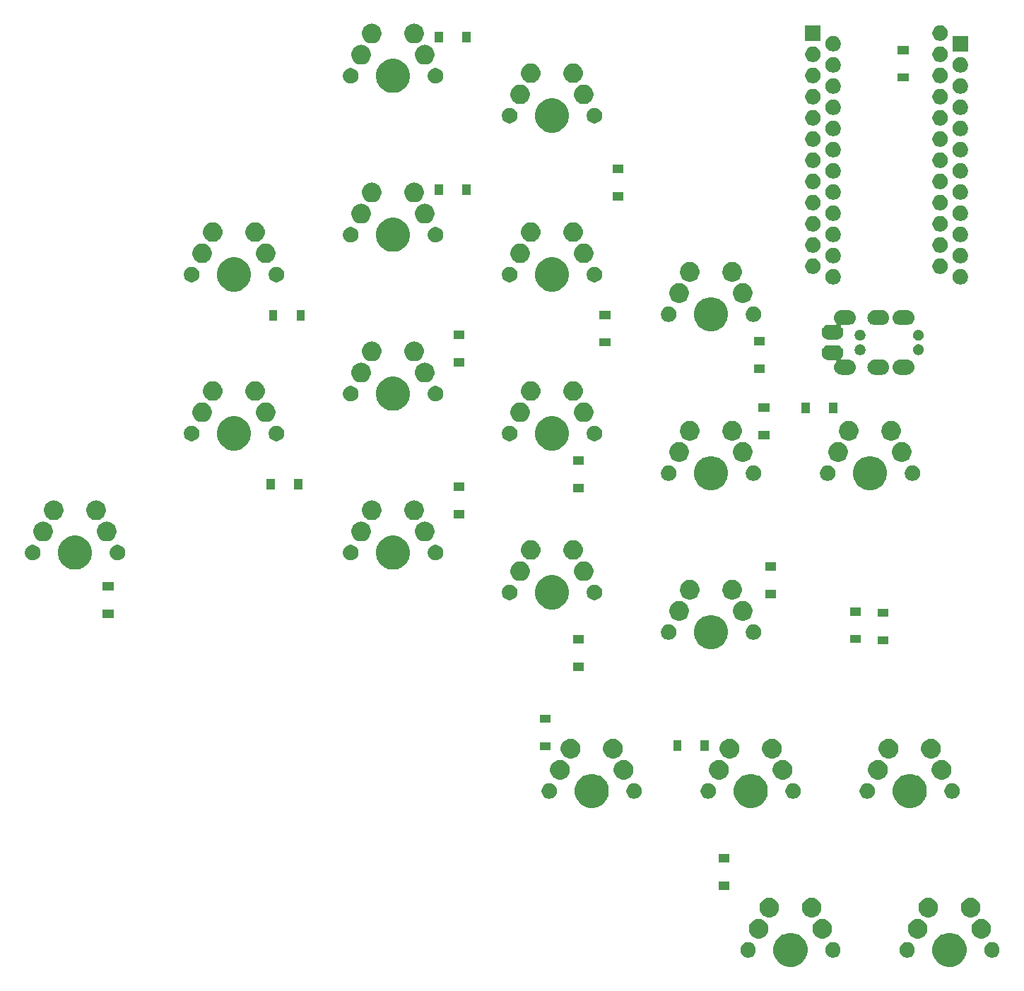
<source format=gbr>
G04 #@! TF.GenerationSoftware,KiCad,Pcbnew,(5.1.4-0)*
G04 #@! TF.CreationDate,2021-02-04T00:36:41-05:00*
G04 #@! TF.ProjectId,mxnatee,6d786e61-7465-4652-9e6b-696361645f70,rev?*
G04 #@! TF.SameCoordinates,Original*
G04 #@! TF.FileFunction,Soldermask,Bot*
G04 #@! TF.FilePolarity,Negative*
%FSLAX46Y46*%
G04 Gerber Fmt 4.6, Leading zero omitted, Abs format (unit mm)*
G04 Created by KiCad (PCBNEW (5.1.4-0)) date 2021-02-04 00:36:41*
%MOMM*%
%LPD*%
G04 APERTURE LIST*
%ADD10C,0.100000*%
G04 APERTURE END LIST*
D10*
G36*
X132358974Y-136019184D02*
G01*
X132576974Y-136109483D01*
X132731123Y-136173333D01*
X133066048Y-136397123D01*
X133350877Y-136681952D01*
X133574667Y-137016877D01*
X133607062Y-137095086D01*
X133728816Y-137389026D01*
X133807400Y-137784094D01*
X133807400Y-138186906D01*
X133728816Y-138581974D01*
X133677951Y-138704772D01*
X133574667Y-138954123D01*
X133350877Y-139289048D01*
X133066048Y-139573877D01*
X132731123Y-139797667D01*
X132576974Y-139861517D01*
X132358974Y-139951816D01*
X131963906Y-140030400D01*
X131561094Y-140030400D01*
X131166026Y-139951816D01*
X130948026Y-139861517D01*
X130793877Y-139797667D01*
X130458952Y-139573877D01*
X130174123Y-139289048D01*
X129950333Y-138954123D01*
X129847049Y-138704772D01*
X129796184Y-138581974D01*
X129717600Y-138186906D01*
X129717600Y-137784094D01*
X129796184Y-137389026D01*
X129917938Y-137095086D01*
X129950333Y-137016877D01*
X130174123Y-136681952D01*
X130458952Y-136397123D01*
X130793877Y-136173333D01*
X130948026Y-136109483D01*
X131166026Y-136019184D01*
X131561094Y-135940600D01*
X131963906Y-135940600D01*
X132358974Y-136019184D01*
X132358974Y-136019184D01*
G37*
G36*
X113308974Y-136019184D02*
G01*
X113526974Y-136109483D01*
X113681123Y-136173333D01*
X114016048Y-136397123D01*
X114300877Y-136681952D01*
X114524667Y-137016877D01*
X114557062Y-137095086D01*
X114678816Y-137389026D01*
X114757400Y-137784094D01*
X114757400Y-138186906D01*
X114678816Y-138581974D01*
X114627951Y-138704772D01*
X114524667Y-138954123D01*
X114300877Y-139289048D01*
X114016048Y-139573877D01*
X113681123Y-139797667D01*
X113526974Y-139861517D01*
X113308974Y-139951816D01*
X112913906Y-140030400D01*
X112511094Y-140030400D01*
X112116026Y-139951816D01*
X111898026Y-139861517D01*
X111743877Y-139797667D01*
X111408952Y-139573877D01*
X111124123Y-139289048D01*
X110900333Y-138954123D01*
X110797049Y-138704772D01*
X110746184Y-138581974D01*
X110667600Y-138186906D01*
X110667600Y-137784094D01*
X110746184Y-137389026D01*
X110867938Y-137095086D01*
X110900333Y-137016877D01*
X111124123Y-136681952D01*
X111408952Y-136397123D01*
X111743877Y-136173333D01*
X111898026Y-136109483D01*
X112116026Y-136019184D01*
X112511094Y-135940600D01*
X112913906Y-135940600D01*
X113308974Y-136019184D01*
X113308974Y-136019184D01*
G37*
G36*
X137112604Y-137095085D02*
G01*
X137281126Y-137164889D01*
X137432791Y-137266228D01*
X137561772Y-137395209D01*
X137663111Y-137546874D01*
X137732915Y-137715396D01*
X137768500Y-137894297D01*
X137768500Y-138076703D01*
X137732915Y-138255604D01*
X137663111Y-138424126D01*
X137561772Y-138575791D01*
X137432791Y-138704772D01*
X137281126Y-138806111D01*
X137112604Y-138875915D01*
X136933703Y-138911500D01*
X136751297Y-138911500D01*
X136572396Y-138875915D01*
X136403874Y-138806111D01*
X136252209Y-138704772D01*
X136123228Y-138575791D01*
X136021889Y-138424126D01*
X135952085Y-138255604D01*
X135916500Y-138076703D01*
X135916500Y-137894297D01*
X135952085Y-137715396D01*
X136021889Y-137546874D01*
X136123228Y-137395209D01*
X136252209Y-137266228D01*
X136403874Y-137164889D01*
X136572396Y-137095085D01*
X136751297Y-137059500D01*
X136933703Y-137059500D01*
X137112604Y-137095085D01*
X137112604Y-137095085D01*
G37*
G36*
X126952604Y-137095085D02*
G01*
X127121126Y-137164889D01*
X127272791Y-137266228D01*
X127401772Y-137395209D01*
X127503111Y-137546874D01*
X127572915Y-137715396D01*
X127608500Y-137894297D01*
X127608500Y-138076703D01*
X127572915Y-138255604D01*
X127503111Y-138424126D01*
X127401772Y-138575791D01*
X127272791Y-138704772D01*
X127121126Y-138806111D01*
X126952604Y-138875915D01*
X126773703Y-138911500D01*
X126591297Y-138911500D01*
X126412396Y-138875915D01*
X126243874Y-138806111D01*
X126092209Y-138704772D01*
X125963228Y-138575791D01*
X125861889Y-138424126D01*
X125792085Y-138255604D01*
X125756500Y-138076703D01*
X125756500Y-137894297D01*
X125792085Y-137715396D01*
X125861889Y-137546874D01*
X125963228Y-137395209D01*
X126092209Y-137266228D01*
X126243874Y-137164889D01*
X126412396Y-137095085D01*
X126591297Y-137059500D01*
X126773703Y-137059500D01*
X126952604Y-137095085D01*
X126952604Y-137095085D01*
G37*
G36*
X118062604Y-137095085D02*
G01*
X118231126Y-137164889D01*
X118382791Y-137266228D01*
X118511772Y-137395209D01*
X118613111Y-137546874D01*
X118682915Y-137715396D01*
X118718500Y-137894297D01*
X118718500Y-138076703D01*
X118682915Y-138255604D01*
X118613111Y-138424126D01*
X118511772Y-138575791D01*
X118382791Y-138704772D01*
X118231126Y-138806111D01*
X118062604Y-138875915D01*
X117883703Y-138911500D01*
X117701297Y-138911500D01*
X117522396Y-138875915D01*
X117353874Y-138806111D01*
X117202209Y-138704772D01*
X117073228Y-138575791D01*
X116971889Y-138424126D01*
X116902085Y-138255604D01*
X116866500Y-138076703D01*
X116866500Y-137894297D01*
X116902085Y-137715396D01*
X116971889Y-137546874D01*
X117073228Y-137395209D01*
X117202209Y-137266228D01*
X117353874Y-137164889D01*
X117522396Y-137095085D01*
X117701297Y-137059500D01*
X117883703Y-137059500D01*
X118062604Y-137095085D01*
X118062604Y-137095085D01*
G37*
G36*
X107902604Y-137095085D02*
G01*
X108071126Y-137164889D01*
X108222791Y-137266228D01*
X108351772Y-137395209D01*
X108453111Y-137546874D01*
X108522915Y-137715396D01*
X108558500Y-137894297D01*
X108558500Y-138076703D01*
X108522915Y-138255604D01*
X108453111Y-138424126D01*
X108351772Y-138575791D01*
X108222791Y-138704772D01*
X108071126Y-138806111D01*
X107902604Y-138875915D01*
X107723703Y-138911500D01*
X107541297Y-138911500D01*
X107362396Y-138875915D01*
X107193874Y-138806111D01*
X107042209Y-138704772D01*
X106913228Y-138575791D01*
X106811889Y-138424126D01*
X106742085Y-138255604D01*
X106706500Y-138076703D01*
X106706500Y-137894297D01*
X106742085Y-137715396D01*
X106811889Y-137546874D01*
X106913228Y-137395209D01*
X107042209Y-137266228D01*
X107193874Y-137164889D01*
X107362396Y-137095085D01*
X107541297Y-137059500D01*
X107723703Y-137059500D01*
X107902604Y-137095085D01*
X107902604Y-137095085D01*
G37*
G36*
X135764060Y-134284564D02*
G01*
X135915527Y-134314693D01*
X136129545Y-134403342D01*
X136129546Y-134403343D01*
X136322154Y-134532039D01*
X136485961Y-134695846D01*
X136571758Y-134824251D01*
X136614658Y-134888455D01*
X136703307Y-135102473D01*
X136748500Y-135329674D01*
X136748500Y-135561326D01*
X136703307Y-135788527D01*
X136614658Y-136002545D01*
X136614657Y-136002546D01*
X136485961Y-136195154D01*
X136322154Y-136358961D01*
X136265040Y-136397123D01*
X136129545Y-136487658D01*
X135915527Y-136576307D01*
X135764060Y-136606436D01*
X135688327Y-136621500D01*
X135456673Y-136621500D01*
X135380940Y-136606436D01*
X135229473Y-136576307D01*
X135015455Y-136487658D01*
X134879960Y-136397123D01*
X134822846Y-136358961D01*
X134659039Y-136195154D01*
X134530343Y-136002546D01*
X134530342Y-136002545D01*
X134441693Y-135788527D01*
X134396500Y-135561326D01*
X134396500Y-135329674D01*
X134441693Y-135102473D01*
X134530342Y-134888455D01*
X134573242Y-134824251D01*
X134659039Y-134695846D01*
X134822846Y-134532039D01*
X135015454Y-134403343D01*
X135015455Y-134403342D01*
X135229473Y-134314693D01*
X135380940Y-134284564D01*
X135456673Y-134269500D01*
X135688327Y-134269500D01*
X135764060Y-134284564D01*
X135764060Y-134284564D01*
G37*
G36*
X128144060Y-134284564D02*
G01*
X128295527Y-134314693D01*
X128509545Y-134403342D01*
X128509546Y-134403343D01*
X128702154Y-134532039D01*
X128865961Y-134695846D01*
X128951758Y-134824251D01*
X128994658Y-134888455D01*
X129083307Y-135102473D01*
X129128500Y-135329674D01*
X129128500Y-135561326D01*
X129083307Y-135788527D01*
X128994658Y-136002545D01*
X128994657Y-136002546D01*
X128865961Y-136195154D01*
X128702154Y-136358961D01*
X128645040Y-136397123D01*
X128509545Y-136487658D01*
X128295527Y-136576307D01*
X128144060Y-136606436D01*
X128068327Y-136621500D01*
X127836673Y-136621500D01*
X127760940Y-136606436D01*
X127609473Y-136576307D01*
X127395455Y-136487658D01*
X127259960Y-136397123D01*
X127202846Y-136358961D01*
X127039039Y-136195154D01*
X126910343Y-136002546D01*
X126910342Y-136002545D01*
X126821693Y-135788527D01*
X126776500Y-135561326D01*
X126776500Y-135329674D01*
X126821693Y-135102473D01*
X126910342Y-134888455D01*
X126953242Y-134824251D01*
X127039039Y-134695846D01*
X127202846Y-134532039D01*
X127395454Y-134403343D01*
X127395455Y-134403342D01*
X127609473Y-134314693D01*
X127760940Y-134284564D01*
X127836673Y-134269500D01*
X128068327Y-134269500D01*
X128144060Y-134284564D01*
X128144060Y-134284564D01*
G37*
G36*
X116714060Y-134284564D02*
G01*
X116865527Y-134314693D01*
X117079545Y-134403342D01*
X117079546Y-134403343D01*
X117272154Y-134532039D01*
X117435961Y-134695846D01*
X117521758Y-134824251D01*
X117564658Y-134888455D01*
X117653307Y-135102473D01*
X117698500Y-135329674D01*
X117698500Y-135561326D01*
X117653307Y-135788527D01*
X117564658Y-136002545D01*
X117564657Y-136002546D01*
X117435961Y-136195154D01*
X117272154Y-136358961D01*
X117215040Y-136397123D01*
X117079545Y-136487658D01*
X116865527Y-136576307D01*
X116714060Y-136606436D01*
X116638327Y-136621500D01*
X116406673Y-136621500D01*
X116330940Y-136606436D01*
X116179473Y-136576307D01*
X115965455Y-136487658D01*
X115829960Y-136397123D01*
X115772846Y-136358961D01*
X115609039Y-136195154D01*
X115480343Y-136002546D01*
X115480342Y-136002545D01*
X115391693Y-135788527D01*
X115346500Y-135561326D01*
X115346500Y-135329674D01*
X115391693Y-135102473D01*
X115480342Y-134888455D01*
X115523242Y-134824251D01*
X115609039Y-134695846D01*
X115772846Y-134532039D01*
X115965454Y-134403343D01*
X115965455Y-134403342D01*
X116179473Y-134314693D01*
X116330940Y-134284564D01*
X116406673Y-134269500D01*
X116638327Y-134269500D01*
X116714060Y-134284564D01*
X116714060Y-134284564D01*
G37*
G36*
X109094060Y-134284564D02*
G01*
X109245527Y-134314693D01*
X109459545Y-134403342D01*
X109459546Y-134403343D01*
X109652154Y-134532039D01*
X109815961Y-134695846D01*
X109901758Y-134824251D01*
X109944658Y-134888455D01*
X110033307Y-135102473D01*
X110078500Y-135329674D01*
X110078500Y-135561326D01*
X110033307Y-135788527D01*
X109944658Y-136002545D01*
X109944657Y-136002546D01*
X109815961Y-136195154D01*
X109652154Y-136358961D01*
X109595040Y-136397123D01*
X109459545Y-136487658D01*
X109245527Y-136576307D01*
X109094060Y-136606436D01*
X109018327Y-136621500D01*
X108786673Y-136621500D01*
X108710940Y-136606436D01*
X108559473Y-136576307D01*
X108345455Y-136487658D01*
X108209960Y-136397123D01*
X108152846Y-136358961D01*
X107989039Y-136195154D01*
X107860343Y-136002546D01*
X107860342Y-136002545D01*
X107771693Y-135788527D01*
X107726500Y-135561326D01*
X107726500Y-135329674D01*
X107771693Y-135102473D01*
X107860342Y-134888455D01*
X107903242Y-134824251D01*
X107989039Y-134695846D01*
X108152846Y-134532039D01*
X108345454Y-134403343D01*
X108345455Y-134403342D01*
X108559473Y-134314693D01*
X108710940Y-134284564D01*
X108786673Y-134269500D01*
X109018327Y-134269500D01*
X109094060Y-134284564D01*
X109094060Y-134284564D01*
G37*
G36*
X110364060Y-131744564D02*
G01*
X110515527Y-131774693D01*
X110729545Y-131863342D01*
X110729546Y-131863343D01*
X110922154Y-131992039D01*
X111085961Y-132155846D01*
X111171758Y-132284251D01*
X111214658Y-132348455D01*
X111303307Y-132562473D01*
X111348500Y-132789674D01*
X111348500Y-133021326D01*
X111303307Y-133248527D01*
X111214658Y-133462545D01*
X111214657Y-133462546D01*
X111085961Y-133655154D01*
X110922154Y-133818961D01*
X110793749Y-133904758D01*
X110729545Y-133947658D01*
X110515527Y-134036307D01*
X110364060Y-134066436D01*
X110288327Y-134081500D01*
X110056673Y-134081500D01*
X109980940Y-134066436D01*
X109829473Y-134036307D01*
X109615455Y-133947658D01*
X109551251Y-133904758D01*
X109422846Y-133818961D01*
X109259039Y-133655154D01*
X109130343Y-133462546D01*
X109130342Y-133462545D01*
X109041693Y-133248527D01*
X108996500Y-133021326D01*
X108996500Y-132789674D01*
X109041693Y-132562473D01*
X109130342Y-132348455D01*
X109173242Y-132284251D01*
X109259039Y-132155846D01*
X109422846Y-131992039D01*
X109615454Y-131863343D01*
X109615455Y-131863342D01*
X109829473Y-131774693D01*
X109980940Y-131744564D01*
X110056673Y-131729500D01*
X110288327Y-131729500D01*
X110364060Y-131744564D01*
X110364060Y-131744564D01*
G37*
G36*
X134494060Y-131744564D02*
G01*
X134645527Y-131774693D01*
X134859545Y-131863342D01*
X134859546Y-131863343D01*
X135052154Y-131992039D01*
X135215961Y-132155846D01*
X135301758Y-132284251D01*
X135344658Y-132348455D01*
X135433307Y-132562473D01*
X135478500Y-132789674D01*
X135478500Y-133021326D01*
X135433307Y-133248527D01*
X135344658Y-133462545D01*
X135344657Y-133462546D01*
X135215961Y-133655154D01*
X135052154Y-133818961D01*
X134923749Y-133904758D01*
X134859545Y-133947658D01*
X134645527Y-134036307D01*
X134494060Y-134066436D01*
X134418327Y-134081500D01*
X134186673Y-134081500D01*
X134110940Y-134066436D01*
X133959473Y-134036307D01*
X133745455Y-133947658D01*
X133681251Y-133904758D01*
X133552846Y-133818961D01*
X133389039Y-133655154D01*
X133260343Y-133462546D01*
X133260342Y-133462545D01*
X133171693Y-133248527D01*
X133126500Y-133021326D01*
X133126500Y-132789674D01*
X133171693Y-132562473D01*
X133260342Y-132348455D01*
X133303242Y-132284251D01*
X133389039Y-132155846D01*
X133552846Y-131992039D01*
X133745454Y-131863343D01*
X133745455Y-131863342D01*
X133959473Y-131774693D01*
X134110940Y-131744564D01*
X134186673Y-131729500D01*
X134418327Y-131729500D01*
X134494060Y-131744564D01*
X134494060Y-131744564D01*
G37*
G36*
X129414060Y-131744564D02*
G01*
X129565527Y-131774693D01*
X129779545Y-131863342D01*
X129779546Y-131863343D01*
X129972154Y-131992039D01*
X130135961Y-132155846D01*
X130221758Y-132284251D01*
X130264658Y-132348455D01*
X130353307Y-132562473D01*
X130398500Y-132789674D01*
X130398500Y-133021326D01*
X130353307Y-133248527D01*
X130264658Y-133462545D01*
X130264657Y-133462546D01*
X130135961Y-133655154D01*
X129972154Y-133818961D01*
X129843749Y-133904758D01*
X129779545Y-133947658D01*
X129565527Y-134036307D01*
X129414060Y-134066436D01*
X129338327Y-134081500D01*
X129106673Y-134081500D01*
X129030940Y-134066436D01*
X128879473Y-134036307D01*
X128665455Y-133947658D01*
X128601251Y-133904758D01*
X128472846Y-133818961D01*
X128309039Y-133655154D01*
X128180343Y-133462546D01*
X128180342Y-133462545D01*
X128091693Y-133248527D01*
X128046500Y-133021326D01*
X128046500Y-132789674D01*
X128091693Y-132562473D01*
X128180342Y-132348455D01*
X128223242Y-132284251D01*
X128309039Y-132155846D01*
X128472846Y-131992039D01*
X128665454Y-131863343D01*
X128665455Y-131863342D01*
X128879473Y-131774693D01*
X129030940Y-131744564D01*
X129106673Y-131729500D01*
X129338327Y-131729500D01*
X129414060Y-131744564D01*
X129414060Y-131744564D01*
G37*
G36*
X115444060Y-131744564D02*
G01*
X115595527Y-131774693D01*
X115809545Y-131863342D01*
X115809546Y-131863343D01*
X116002154Y-131992039D01*
X116165961Y-132155846D01*
X116251758Y-132284251D01*
X116294658Y-132348455D01*
X116383307Y-132562473D01*
X116428500Y-132789674D01*
X116428500Y-133021326D01*
X116383307Y-133248527D01*
X116294658Y-133462545D01*
X116294657Y-133462546D01*
X116165961Y-133655154D01*
X116002154Y-133818961D01*
X115873749Y-133904758D01*
X115809545Y-133947658D01*
X115595527Y-134036307D01*
X115444060Y-134066436D01*
X115368327Y-134081500D01*
X115136673Y-134081500D01*
X115060940Y-134066436D01*
X114909473Y-134036307D01*
X114695455Y-133947658D01*
X114631251Y-133904758D01*
X114502846Y-133818961D01*
X114339039Y-133655154D01*
X114210343Y-133462546D01*
X114210342Y-133462545D01*
X114121693Y-133248527D01*
X114076500Y-133021326D01*
X114076500Y-132789674D01*
X114121693Y-132562473D01*
X114210342Y-132348455D01*
X114253242Y-132284251D01*
X114339039Y-132155846D01*
X114502846Y-131992039D01*
X114695454Y-131863343D01*
X114695455Y-131863342D01*
X114909473Y-131774693D01*
X115060940Y-131744564D01*
X115136673Y-131729500D01*
X115368327Y-131729500D01*
X115444060Y-131744564D01*
X115444060Y-131744564D01*
G37*
G36*
X105426000Y-130802000D02*
G01*
X104124000Y-130802000D01*
X104124000Y-129800000D01*
X105426000Y-129800000D01*
X105426000Y-130802000D01*
X105426000Y-130802000D01*
G37*
G36*
X105426000Y-127502000D02*
G01*
X104124000Y-127502000D01*
X104124000Y-126500000D01*
X105426000Y-126500000D01*
X105426000Y-127502000D01*
X105426000Y-127502000D01*
G37*
G36*
X127596474Y-116969184D02*
G01*
X127814474Y-117059483D01*
X127968623Y-117123333D01*
X128303548Y-117347123D01*
X128588377Y-117631952D01*
X128812167Y-117966877D01*
X128844562Y-118045086D01*
X128966316Y-118339026D01*
X129044900Y-118734094D01*
X129044900Y-119136906D01*
X128966316Y-119531974D01*
X128915451Y-119654772D01*
X128812167Y-119904123D01*
X128588377Y-120239048D01*
X128303548Y-120523877D01*
X127968623Y-120747667D01*
X127814474Y-120811517D01*
X127596474Y-120901816D01*
X127201406Y-120980400D01*
X126798594Y-120980400D01*
X126403526Y-120901816D01*
X126185526Y-120811517D01*
X126031377Y-120747667D01*
X125696452Y-120523877D01*
X125411623Y-120239048D01*
X125187833Y-119904123D01*
X125084549Y-119654772D01*
X125033684Y-119531974D01*
X124955100Y-119136906D01*
X124955100Y-118734094D01*
X125033684Y-118339026D01*
X125155438Y-118045086D01*
X125187833Y-117966877D01*
X125411623Y-117631952D01*
X125696452Y-117347123D01*
X126031377Y-117123333D01*
X126185526Y-117059483D01*
X126403526Y-116969184D01*
X126798594Y-116890600D01*
X127201406Y-116890600D01*
X127596474Y-116969184D01*
X127596474Y-116969184D01*
G37*
G36*
X89496474Y-116969184D02*
G01*
X89714474Y-117059483D01*
X89868623Y-117123333D01*
X90203548Y-117347123D01*
X90488377Y-117631952D01*
X90712167Y-117966877D01*
X90744562Y-118045086D01*
X90866316Y-118339026D01*
X90944900Y-118734094D01*
X90944900Y-119136906D01*
X90866316Y-119531974D01*
X90815451Y-119654772D01*
X90712167Y-119904123D01*
X90488377Y-120239048D01*
X90203548Y-120523877D01*
X89868623Y-120747667D01*
X89714474Y-120811517D01*
X89496474Y-120901816D01*
X89101406Y-120980400D01*
X88698594Y-120980400D01*
X88303526Y-120901816D01*
X88085526Y-120811517D01*
X87931377Y-120747667D01*
X87596452Y-120523877D01*
X87311623Y-120239048D01*
X87087833Y-119904123D01*
X86984549Y-119654772D01*
X86933684Y-119531974D01*
X86855100Y-119136906D01*
X86855100Y-118734094D01*
X86933684Y-118339026D01*
X87055438Y-118045086D01*
X87087833Y-117966877D01*
X87311623Y-117631952D01*
X87596452Y-117347123D01*
X87931377Y-117123333D01*
X88085526Y-117059483D01*
X88303526Y-116969184D01*
X88698594Y-116890600D01*
X89101406Y-116890600D01*
X89496474Y-116969184D01*
X89496474Y-116969184D01*
G37*
G36*
X108546474Y-116969184D02*
G01*
X108764474Y-117059483D01*
X108918623Y-117123333D01*
X109253548Y-117347123D01*
X109538377Y-117631952D01*
X109762167Y-117966877D01*
X109794562Y-118045086D01*
X109916316Y-118339026D01*
X109994900Y-118734094D01*
X109994900Y-119136906D01*
X109916316Y-119531974D01*
X109865451Y-119654772D01*
X109762167Y-119904123D01*
X109538377Y-120239048D01*
X109253548Y-120523877D01*
X108918623Y-120747667D01*
X108764474Y-120811517D01*
X108546474Y-120901816D01*
X108151406Y-120980400D01*
X107748594Y-120980400D01*
X107353526Y-120901816D01*
X107135526Y-120811517D01*
X106981377Y-120747667D01*
X106646452Y-120523877D01*
X106361623Y-120239048D01*
X106137833Y-119904123D01*
X106034549Y-119654772D01*
X105983684Y-119531974D01*
X105905100Y-119136906D01*
X105905100Y-118734094D01*
X105983684Y-118339026D01*
X106105438Y-118045086D01*
X106137833Y-117966877D01*
X106361623Y-117631952D01*
X106646452Y-117347123D01*
X106981377Y-117123333D01*
X107135526Y-117059483D01*
X107353526Y-116969184D01*
X107748594Y-116890600D01*
X108151406Y-116890600D01*
X108546474Y-116969184D01*
X108546474Y-116969184D01*
G37*
G36*
X103140104Y-118045085D02*
G01*
X103308626Y-118114889D01*
X103460291Y-118216228D01*
X103589272Y-118345209D01*
X103690611Y-118496874D01*
X103760415Y-118665396D01*
X103796000Y-118844297D01*
X103796000Y-119026703D01*
X103760415Y-119205604D01*
X103690611Y-119374126D01*
X103589272Y-119525791D01*
X103460291Y-119654772D01*
X103308626Y-119756111D01*
X103140104Y-119825915D01*
X102961203Y-119861500D01*
X102778797Y-119861500D01*
X102599896Y-119825915D01*
X102431374Y-119756111D01*
X102279709Y-119654772D01*
X102150728Y-119525791D01*
X102049389Y-119374126D01*
X101979585Y-119205604D01*
X101944000Y-119026703D01*
X101944000Y-118844297D01*
X101979585Y-118665396D01*
X102049389Y-118496874D01*
X102150728Y-118345209D01*
X102279709Y-118216228D01*
X102431374Y-118114889D01*
X102599896Y-118045085D01*
X102778797Y-118009500D01*
X102961203Y-118009500D01*
X103140104Y-118045085D01*
X103140104Y-118045085D01*
G37*
G36*
X113300104Y-118045085D02*
G01*
X113468626Y-118114889D01*
X113620291Y-118216228D01*
X113749272Y-118345209D01*
X113850611Y-118496874D01*
X113920415Y-118665396D01*
X113956000Y-118844297D01*
X113956000Y-119026703D01*
X113920415Y-119205604D01*
X113850611Y-119374126D01*
X113749272Y-119525791D01*
X113620291Y-119654772D01*
X113468626Y-119756111D01*
X113300104Y-119825915D01*
X113121203Y-119861500D01*
X112938797Y-119861500D01*
X112759896Y-119825915D01*
X112591374Y-119756111D01*
X112439709Y-119654772D01*
X112310728Y-119525791D01*
X112209389Y-119374126D01*
X112139585Y-119205604D01*
X112104000Y-119026703D01*
X112104000Y-118844297D01*
X112139585Y-118665396D01*
X112209389Y-118496874D01*
X112310728Y-118345209D01*
X112439709Y-118216228D01*
X112591374Y-118114889D01*
X112759896Y-118045085D01*
X112938797Y-118009500D01*
X113121203Y-118009500D01*
X113300104Y-118045085D01*
X113300104Y-118045085D01*
G37*
G36*
X94250104Y-118045085D02*
G01*
X94418626Y-118114889D01*
X94570291Y-118216228D01*
X94699272Y-118345209D01*
X94800611Y-118496874D01*
X94870415Y-118665396D01*
X94906000Y-118844297D01*
X94906000Y-119026703D01*
X94870415Y-119205604D01*
X94800611Y-119374126D01*
X94699272Y-119525791D01*
X94570291Y-119654772D01*
X94418626Y-119756111D01*
X94250104Y-119825915D01*
X94071203Y-119861500D01*
X93888797Y-119861500D01*
X93709896Y-119825915D01*
X93541374Y-119756111D01*
X93389709Y-119654772D01*
X93260728Y-119525791D01*
X93159389Y-119374126D01*
X93089585Y-119205604D01*
X93054000Y-119026703D01*
X93054000Y-118844297D01*
X93089585Y-118665396D01*
X93159389Y-118496874D01*
X93260728Y-118345209D01*
X93389709Y-118216228D01*
X93541374Y-118114889D01*
X93709896Y-118045085D01*
X93888797Y-118009500D01*
X94071203Y-118009500D01*
X94250104Y-118045085D01*
X94250104Y-118045085D01*
G37*
G36*
X84090104Y-118045085D02*
G01*
X84258626Y-118114889D01*
X84410291Y-118216228D01*
X84539272Y-118345209D01*
X84640611Y-118496874D01*
X84710415Y-118665396D01*
X84746000Y-118844297D01*
X84746000Y-119026703D01*
X84710415Y-119205604D01*
X84640611Y-119374126D01*
X84539272Y-119525791D01*
X84410291Y-119654772D01*
X84258626Y-119756111D01*
X84090104Y-119825915D01*
X83911203Y-119861500D01*
X83728797Y-119861500D01*
X83549896Y-119825915D01*
X83381374Y-119756111D01*
X83229709Y-119654772D01*
X83100728Y-119525791D01*
X82999389Y-119374126D01*
X82929585Y-119205604D01*
X82894000Y-119026703D01*
X82894000Y-118844297D01*
X82929585Y-118665396D01*
X82999389Y-118496874D01*
X83100728Y-118345209D01*
X83229709Y-118216228D01*
X83381374Y-118114889D01*
X83549896Y-118045085D01*
X83728797Y-118009500D01*
X83911203Y-118009500D01*
X84090104Y-118045085D01*
X84090104Y-118045085D01*
G37*
G36*
X122190104Y-118045085D02*
G01*
X122358626Y-118114889D01*
X122510291Y-118216228D01*
X122639272Y-118345209D01*
X122740611Y-118496874D01*
X122810415Y-118665396D01*
X122846000Y-118844297D01*
X122846000Y-119026703D01*
X122810415Y-119205604D01*
X122740611Y-119374126D01*
X122639272Y-119525791D01*
X122510291Y-119654772D01*
X122358626Y-119756111D01*
X122190104Y-119825915D01*
X122011203Y-119861500D01*
X121828797Y-119861500D01*
X121649896Y-119825915D01*
X121481374Y-119756111D01*
X121329709Y-119654772D01*
X121200728Y-119525791D01*
X121099389Y-119374126D01*
X121029585Y-119205604D01*
X120994000Y-119026703D01*
X120994000Y-118844297D01*
X121029585Y-118665396D01*
X121099389Y-118496874D01*
X121200728Y-118345209D01*
X121329709Y-118216228D01*
X121481374Y-118114889D01*
X121649896Y-118045085D01*
X121828797Y-118009500D01*
X122011203Y-118009500D01*
X122190104Y-118045085D01*
X122190104Y-118045085D01*
G37*
G36*
X132350104Y-118045085D02*
G01*
X132518626Y-118114889D01*
X132670291Y-118216228D01*
X132799272Y-118345209D01*
X132900611Y-118496874D01*
X132970415Y-118665396D01*
X133006000Y-118844297D01*
X133006000Y-119026703D01*
X132970415Y-119205604D01*
X132900611Y-119374126D01*
X132799272Y-119525791D01*
X132670291Y-119654772D01*
X132518626Y-119756111D01*
X132350104Y-119825915D01*
X132171203Y-119861500D01*
X131988797Y-119861500D01*
X131809896Y-119825915D01*
X131641374Y-119756111D01*
X131489709Y-119654772D01*
X131360728Y-119525791D01*
X131259389Y-119374126D01*
X131189585Y-119205604D01*
X131154000Y-119026703D01*
X131154000Y-118844297D01*
X131189585Y-118665396D01*
X131259389Y-118496874D01*
X131360728Y-118345209D01*
X131489709Y-118216228D01*
X131641374Y-118114889D01*
X131809896Y-118045085D01*
X131988797Y-118009500D01*
X132171203Y-118009500D01*
X132350104Y-118045085D01*
X132350104Y-118045085D01*
G37*
G36*
X85281560Y-115234564D02*
G01*
X85433027Y-115264693D01*
X85647045Y-115353342D01*
X85647046Y-115353343D01*
X85839654Y-115482039D01*
X86003461Y-115645846D01*
X86089258Y-115774251D01*
X86132158Y-115838455D01*
X86220807Y-116052473D01*
X86266000Y-116279674D01*
X86266000Y-116511326D01*
X86220807Y-116738527D01*
X86132158Y-116952545D01*
X86132157Y-116952546D01*
X86003461Y-117145154D01*
X85839654Y-117308961D01*
X85782540Y-117347123D01*
X85647045Y-117437658D01*
X85433027Y-117526307D01*
X85281560Y-117556436D01*
X85205827Y-117571500D01*
X84974173Y-117571500D01*
X84898440Y-117556436D01*
X84746973Y-117526307D01*
X84532955Y-117437658D01*
X84397460Y-117347123D01*
X84340346Y-117308961D01*
X84176539Y-117145154D01*
X84047843Y-116952546D01*
X84047842Y-116952545D01*
X83959193Y-116738527D01*
X83914000Y-116511326D01*
X83914000Y-116279674D01*
X83959193Y-116052473D01*
X84047842Y-115838455D01*
X84090742Y-115774251D01*
X84176539Y-115645846D01*
X84340346Y-115482039D01*
X84532954Y-115353343D01*
X84532955Y-115353342D01*
X84746973Y-115264693D01*
X84898440Y-115234564D01*
X84974173Y-115219500D01*
X85205827Y-115219500D01*
X85281560Y-115234564D01*
X85281560Y-115234564D01*
G37*
G36*
X131001560Y-115234564D02*
G01*
X131153027Y-115264693D01*
X131367045Y-115353342D01*
X131367046Y-115353343D01*
X131559654Y-115482039D01*
X131723461Y-115645846D01*
X131809258Y-115774251D01*
X131852158Y-115838455D01*
X131940807Y-116052473D01*
X131986000Y-116279674D01*
X131986000Y-116511326D01*
X131940807Y-116738527D01*
X131852158Y-116952545D01*
X131852157Y-116952546D01*
X131723461Y-117145154D01*
X131559654Y-117308961D01*
X131502540Y-117347123D01*
X131367045Y-117437658D01*
X131153027Y-117526307D01*
X131001560Y-117556436D01*
X130925827Y-117571500D01*
X130694173Y-117571500D01*
X130618440Y-117556436D01*
X130466973Y-117526307D01*
X130252955Y-117437658D01*
X130117460Y-117347123D01*
X130060346Y-117308961D01*
X129896539Y-117145154D01*
X129767843Y-116952546D01*
X129767842Y-116952545D01*
X129679193Y-116738527D01*
X129634000Y-116511326D01*
X129634000Y-116279674D01*
X129679193Y-116052473D01*
X129767842Y-115838455D01*
X129810742Y-115774251D01*
X129896539Y-115645846D01*
X130060346Y-115482039D01*
X130252954Y-115353343D01*
X130252955Y-115353342D01*
X130466973Y-115264693D01*
X130618440Y-115234564D01*
X130694173Y-115219500D01*
X130925827Y-115219500D01*
X131001560Y-115234564D01*
X131001560Y-115234564D01*
G37*
G36*
X123381560Y-115234564D02*
G01*
X123533027Y-115264693D01*
X123747045Y-115353342D01*
X123747046Y-115353343D01*
X123939654Y-115482039D01*
X124103461Y-115645846D01*
X124189258Y-115774251D01*
X124232158Y-115838455D01*
X124320807Y-116052473D01*
X124366000Y-116279674D01*
X124366000Y-116511326D01*
X124320807Y-116738527D01*
X124232158Y-116952545D01*
X124232157Y-116952546D01*
X124103461Y-117145154D01*
X123939654Y-117308961D01*
X123882540Y-117347123D01*
X123747045Y-117437658D01*
X123533027Y-117526307D01*
X123381560Y-117556436D01*
X123305827Y-117571500D01*
X123074173Y-117571500D01*
X122998440Y-117556436D01*
X122846973Y-117526307D01*
X122632955Y-117437658D01*
X122497460Y-117347123D01*
X122440346Y-117308961D01*
X122276539Y-117145154D01*
X122147843Y-116952546D01*
X122147842Y-116952545D01*
X122059193Y-116738527D01*
X122014000Y-116511326D01*
X122014000Y-116279674D01*
X122059193Y-116052473D01*
X122147842Y-115838455D01*
X122190742Y-115774251D01*
X122276539Y-115645846D01*
X122440346Y-115482039D01*
X122632954Y-115353343D01*
X122632955Y-115353342D01*
X122846973Y-115264693D01*
X122998440Y-115234564D01*
X123074173Y-115219500D01*
X123305827Y-115219500D01*
X123381560Y-115234564D01*
X123381560Y-115234564D01*
G37*
G36*
X111951560Y-115234564D02*
G01*
X112103027Y-115264693D01*
X112317045Y-115353342D01*
X112317046Y-115353343D01*
X112509654Y-115482039D01*
X112673461Y-115645846D01*
X112759258Y-115774251D01*
X112802158Y-115838455D01*
X112890807Y-116052473D01*
X112936000Y-116279674D01*
X112936000Y-116511326D01*
X112890807Y-116738527D01*
X112802158Y-116952545D01*
X112802157Y-116952546D01*
X112673461Y-117145154D01*
X112509654Y-117308961D01*
X112452540Y-117347123D01*
X112317045Y-117437658D01*
X112103027Y-117526307D01*
X111951560Y-117556436D01*
X111875827Y-117571500D01*
X111644173Y-117571500D01*
X111568440Y-117556436D01*
X111416973Y-117526307D01*
X111202955Y-117437658D01*
X111067460Y-117347123D01*
X111010346Y-117308961D01*
X110846539Y-117145154D01*
X110717843Y-116952546D01*
X110717842Y-116952545D01*
X110629193Y-116738527D01*
X110584000Y-116511326D01*
X110584000Y-116279674D01*
X110629193Y-116052473D01*
X110717842Y-115838455D01*
X110760742Y-115774251D01*
X110846539Y-115645846D01*
X111010346Y-115482039D01*
X111202954Y-115353343D01*
X111202955Y-115353342D01*
X111416973Y-115264693D01*
X111568440Y-115234564D01*
X111644173Y-115219500D01*
X111875827Y-115219500D01*
X111951560Y-115234564D01*
X111951560Y-115234564D01*
G37*
G36*
X104331560Y-115234564D02*
G01*
X104483027Y-115264693D01*
X104697045Y-115353342D01*
X104697046Y-115353343D01*
X104889654Y-115482039D01*
X105053461Y-115645846D01*
X105139258Y-115774251D01*
X105182158Y-115838455D01*
X105270807Y-116052473D01*
X105316000Y-116279674D01*
X105316000Y-116511326D01*
X105270807Y-116738527D01*
X105182158Y-116952545D01*
X105182157Y-116952546D01*
X105053461Y-117145154D01*
X104889654Y-117308961D01*
X104832540Y-117347123D01*
X104697045Y-117437658D01*
X104483027Y-117526307D01*
X104331560Y-117556436D01*
X104255827Y-117571500D01*
X104024173Y-117571500D01*
X103948440Y-117556436D01*
X103796973Y-117526307D01*
X103582955Y-117437658D01*
X103447460Y-117347123D01*
X103390346Y-117308961D01*
X103226539Y-117145154D01*
X103097843Y-116952546D01*
X103097842Y-116952545D01*
X103009193Y-116738527D01*
X102964000Y-116511326D01*
X102964000Y-116279674D01*
X103009193Y-116052473D01*
X103097842Y-115838455D01*
X103140742Y-115774251D01*
X103226539Y-115645846D01*
X103390346Y-115482039D01*
X103582954Y-115353343D01*
X103582955Y-115353342D01*
X103796973Y-115264693D01*
X103948440Y-115234564D01*
X104024173Y-115219500D01*
X104255827Y-115219500D01*
X104331560Y-115234564D01*
X104331560Y-115234564D01*
G37*
G36*
X92901560Y-115234564D02*
G01*
X93053027Y-115264693D01*
X93267045Y-115353342D01*
X93267046Y-115353343D01*
X93459654Y-115482039D01*
X93623461Y-115645846D01*
X93709258Y-115774251D01*
X93752158Y-115838455D01*
X93840807Y-116052473D01*
X93886000Y-116279674D01*
X93886000Y-116511326D01*
X93840807Y-116738527D01*
X93752158Y-116952545D01*
X93752157Y-116952546D01*
X93623461Y-117145154D01*
X93459654Y-117308961D01*
X93402540Y-117347123D01*
X93267045Y-117437658D01*
X93053027Y-117526307D01*
X92901560Y-117556436D01*
X92825827Y-117571500D01*
X92594173Y-117571500D01*
X92518440Y-117556436D01*
X92366973Y-117526307D01*
X92152955Y-117437658D01*
X92017460Y-117347123D01*
X91960346Y-117308961D01*
X91796539Y-117145154D01*
X91667843Y-116952546D01*
X91667842Y-116952545D01*
X91579193Y-116738527D01*
X91534000Y-116511326D01*
X91534000Y-116279674D01*
X91579193Y-116052473D01*
X91667842Y-115838455D01*
X91710742Y-115774251D01*
X91796539Y-115645846D01*
X91960346Y-115482039D01*
X92152954Y-115353343D01*
X92152955Y-115353342D01*
X92366973Y-115264693D01*
X92518440Y-115234564D01*
X92594173Y-115219500D01*
X92825827Y-115219500D01*
X92901560Y-115234564D01*
X92901560Y-115234564D01*
G37*
G36*
X129731560Y-112694564D02*
G01*
X129883027Y-112724693D01*
X130097045Y-112813342D01*
X130097046Y-112813343D01*
X130289654Y-112942039D01*
X130453461Y-113105846D01*
X130539258Y-113234251D01*
X130582158Y-113298455D01*
X130670807Y-113512473D01*
X130716000Y-113739674D01*
X130716000Y-113971326D01*
X130670807Y-114198527D01*
X130582158Y-114412545D01*
X130582157Y-114412546D01*
X130453461Y-114605154D01*
X130289654Y-114768961D01*
X130161249Y-114854758D01*
X130097045Y-114897658D01*
X129883027Y-114986307D01*
X129731560Y-115016436D01*
X129655827Y-115031500D01*
X129424173Y-115031500D01*
X129348440Y-115016436D01*
X129196973Y-114986307D01*
X128982955Y-114897658D01*
X128918751Y-114854758D01*
X128790346Y-114768961D01*
X128626539Y-114605154D01*
X128497843Y-114412546D01*
X128497842Y-114412545D01*
X128409193Y-114198527D01*
X128364000Y-113971326D01*
X128364000Y-113739674D01*
X128409193Y-113512473D01*
X128497842Y-113298455D01*
X128540742Y-113234251D01*
X128626539Y-113105846D01*
X128790346Y-112942039D01*
X128982954Y-112813343D01*
X128982955Y-112813342D01*
X129196973Y-112724693D01*
X129348440Y-112694564D01*
X129424173Y-112679500D01*
X129655827Y-112679500D01*
X129731560Y-112694564D01*
X129731560Y-112694564D01*
G37*
G36*
X124651560Y-112694564D02*
G01*
X124803027Y-112724693D01*
X125017045Y-112813342D01*
X125017046Y-112813343D01*
X125209654Y-112942039D01*
X125373461Y-113105846D01*
X125459258Y-113234251D01*
X125502158Y-113298455D01*
X125590807Y-113512473D01*
X125636000Y-113739674D01*
X125636000Y-113971326D01*
X125590807Y-114198527D01*
X125502158Y-114412545D01*
X125502157Y-114412546D01*
X125373461Y-114605154D01*
X125209654Y-114768961D01*
X125081249Y-114854758D01*
X125017045Y-114897658D01*
X124803027Y-114986307D01*
X124651560Y-115016436D01*
X124575827Y-115031500D01*
X124344173Y-115031500D01*
X124268440Y-115016436D01*
X124116973Y-114986307D01*
X123902955Y-114897658D01*
X123838751Y-114854758D01*
X123710346Y-114768961D01*
X123546539Y-114605154D01*
X123417843Y-114412546D01*
X123417842Y-114412545D01*
X123329193Y-114198527D01*
X123284000Y-113971326D01*
X123284000Y-113739674D01*
X123329193Y-113512473D01*
X123417842Y-113298455D01*
X123460742Y-113234251D01*
X123546539Y-113105846D01*
X123710346Y-112942039D01*
X123902954Y-112813343D01*
X123902955Y-112813342D01*
X124116973Y-112724693D01*
X124268440Y-112694564D01*
X124344173Y-112679500D01*
X124575827Y-112679500D01*
X124651560Y-112694564D01*
X124651560Y-112694564D01*
G37*
G36*
X91631560Y-112694564D02*
G01*
X91783027Y-112724693D01*
X91997045Y-112813342D01*
X91997046Y-112813343D01*
X92189654Y-112942039D01*
X92353461Y-113105846D01*
X92439258Y-113234251D01*
X92482158Y-113298455D01*
X92570807Y-113512473D01*
X92616000Y-113739674D01*
X92616000Y-113971326D01*
X92570807Y-114198527D01*
X92482158Y-114412545D01*
X92482157Y-114412546D01*
X92353461Y-114605154D01*
X92189654Y-114768961D01*
X92061249Y-114854758D01*
X91997045Y-114897658D01*
X91783027Y-114986307D01*
X91631560Y-115016436D01*
X91555827Y-115031500D01*
X91324173Y-115031500D01*
X91248440Y-115016436D01*
X91096973Y-114986307D01*
X90882955Y-114897658D01*
X90818751Y-114854758D01*
X90690346Y-114768961D01*
X90526539Y-114605154D01*
X90397843Y-114412546D01*
X90397842Y-114412545D01*
X90309193Y-114198527D01*
X90264000Y-113971326D01*
X90264000Y-113739674D01*
X90309193Y-113512473D01*
X90397842Y-113298455D01*
X90440742Y-113234251D01*
X90526539Y-113105846D01*
X90690346Y-112942039D01*
X90882954Y-112813343D01*
X90882955Y-112813342D01*
X91096973Y-112724693D01*
X91248440Y-112694564D01*
X91324173Y-112679500D01*
X91555827Y-112679500D01*
X91631560Y-112694564D01*
X91631560Y-112694564D01*
G37*
G36*
X86551560Y-112694564D02*
G01*
X86703027Y-112724693D01*
X86917045Y-112813342D01*
X86917046Y-112813343D01*
X87109654Y-112942039D01*
X87273461Y-113105846D01*
X87359258Y-113234251D01*
X87402158Y-113298455D01*
X87490807Y-113512473D01*
X87536000Y-113739674D01*
X87536000Y-113971326D01*
X87490807Y-114198527D01*
X87402158Y-114412545D01*
X87402157Y-114412546D01*
X87273461Y-114605154D01*
X87109654Y-114768961D01*
X86981249Y-114854758D01*
X86917045Y-114897658D01*
X86703027Y-114986307D01*
X86551560Y-115016436D01*
X86475827Y-115031500D01*
X86244173Y-115031500D01*
X86168440Y-115016436D01*
X86016973Y-114986307D01*
X85802955Y-114897658D01*
X85738751Y-114854758D01*
X85610346Y-114768961D01*
X85446539Y-114605154D01*
X85317843Y-114412546D01*
X85317842Y-114412545D01*
X85229193Y-114198527D01*
X85184000Y-113971326D01*
X85184000Y-113739674D01*
X85229193Y-113512473D01*
X85317842Y-113298455D01*
X85360742Y-113234251D01*
X85446539Y-113105846D01*
X85610346Y-112942039D01*
X85802954Y-112813343D01*
X85802955Y-112813342D01*
X86016973Y-112724693D01*
X86168440Y-112694564D01*
X86244173Y-112679500D01*
X86475827Y-112679500D01*
X86551560Y-112694564D01*
X86551560Y-112694564D01*
G37*
G36*
X110681560Y-112694564D02*
G01*
X110833027Y-112724693D01*
X111047045Y-112813342D01*
X111047046Y-112813343D01*
X111239654Y-112942039D01*
X111403461Y-113105846D01*
X111489258Y-113234251D01*
X111532158Y-113298455D01*
X111620807Y-113512473D01*
X111666000Y-113739674D01*
X111666000Y-113971326D01*
X111620807Y-114198527D01*
X111532158Y-114412545D01*
X111532157Y-114412546D01*
X111403461Y-114605154D01*
X111239654Y-114768961D01*
X111111249Y-114854758D01*
X111047045Y-114897658D01*
X110833027Y-114986307D01*
X110681560Y-115016436D01*
X110605827Y-115031500D01*
X110374173Y-115031500D01*
X110298440Y-115016436D01*
X110146973Y-114986307D01*
X109932955Y-114897658D01*
X109868751Y-114854758D01*
X109740346Y-114768961D01*
X109576539Y-114605154D01*
X109447843Y-114412546D01*
X109447842Y-114412545D01*
X109359193Y-114198527D01*
X109314000Y-113971326D01*
X109314000Y-113739674D01*
X109359193Y-113512473D01*
X109447842Y-113298455D01*
X109490742Y-113234251D01*
X109576539Y-113105846D01*
X109740346Y-112942039D01*
X109932954Y-112813343D01*
X109932955Y-112813342D01*
X110146973Y-112724693D01*
X110298440Y-112694564D01*
X110374173Y-112679500D01*
X110605827Y-112679500D01*
X110681560Y-112694564D01*
X110681560Y-112694564D01*
G37*
G36*
X105601560Y-112694564D02*
G01*
X105753027Y-112724693D01*
X105967045Y-112813342D01*
X105967046Y-112813343D01*
X106159654Y-112942039D01*
X106323461Y-113105846D01*
X106409258Y-113234251D01*
X106452158Y-113298455D01*
X106540807Y-113512473D01*
X106586000Y-113739674D01*
X106586000Y-113971326D01*
X106540807Y-114198527D01*
X106452158Y-114412545D01*
X106452157Y-114412546D01*
X106323461Y-114605154D01*
X106159654Y-114768961D01*
X106031249Y-114854758D01*
X105967045Y-114897658D01*
X105753027Y-114986307D01*
X105601560Y-115016436D01*
X105525827Y-115031500D01*
X105294173Y-115031500D01*
X105218440Y-115016436D01*
X105066973Y-114986307D01*
X104852955Y-114897658D01*
X104788751Y-114854758D01*
X104660346Y-114768961D01*
X104496539Y-114605154D01*
X104367843Y-114412546D01*
X104367842Y-114412545D01*
X104279193Y-114198527D01*
X104234000Y-113971326D01*
X104234000Y-113739674D01*
X104279193Y-113512473D01*
X104367842Y-113298455D01*
X104410742Y-113234251D01*
X104496539Y-113105846D01*
X104660346Y-112942039D01*
X104852954Y-112813343D01*
X104852955Y-112813342D01*
X105066973Y-112724693D01*
X105218440Y-112694564D01*
X105294173Y-112679500D01*
X105525827Y-112679500D01*
X105601560Y-112694564D01*
X105601560Y-112694564D01*
G37*
G36*
X102957250Y-114157250D02*
G01*
X101955250Y-114157250D01*
X101955250Y-112855250D01*
X102957250Y-112855250D01*
X102957250Y-114157250D01*
X102957250Y-114157250D01*
G37*
G36*
X99657250Y-114157250D02*
G01*
X98655250Y-114157250D01*
X98655250Y-112855250D01*
X99657250Y-112855250D01*
X99657250Y-114157250D01*
X99657250Y-114157250D01*
G37*
G36*
X83994750Y-114069750D02*
G01*
X82692750Y-114069750D01*
X82692750Y-113067750D01*
X83994750Y-113067750D01*
X83994750Y-114069750D01*
X83994750Y-114069750D01*
G37*
G36*
X83994750Y-110769750D02*
G01*
X82692750Y-110769750D01*
X82692750Y-109767750D01*
X83994750Y-109767750D01*
X83994750Y-110769750D01*
X83994750Y-110769750D01*
G37*
G36*
X87963500Y-104544750D02*
G01*
X86661500Y-104544750D01*
X86661500Y-103542750D01*
X87963500Y-103542750D01*
X87963500Y-104544750D01*
X87963500Y-104544750D01*
G37*
G36*
X103783974Y-97919184D02*
G01*
X104001974Y-98009483D01*
X104156123Y-98073333D01*
X104491048Y-98297123D01*
X104775877Y-98581952D01*
X104999667Y-98916877D01*
X105032062Y-98995086D01*
X105153816Y-99289026D01*
X105232400Y-99684094D01*
X105232400Y-100086906D01*
X105153816Y-100481974D01*
X105102951Y-100604772D01*
X104999667Y-100854123D01*
X104775877Y-101189048D01*
X104491048Y-101473877D01*
X104156123Y-101697667D01*
X104001974Y-101761517D01*
X103783974Y-101851816D01*
X103388906Y-101930400D01*
X102986094Y-101930400D01*
X102591026Y-101851816D01*
X102373026Y-101761517D01*
X102218877Y-101697667D01*
X101883952Y-101473877D01*
X101599123Y-101189048D01*
X101375333Y-100854123D01*
X101272049Y-100604772D01*
X101221184Y-100481974D01*
X101142600Y-100086906D01*
X101142600Y-99684094D01*
X101221184Y-99289026D01*
X101342938Y-98995086D01*
X101375333Y-98916877D01*
X101599123Y-98581952D01*
X101883952Y-98297123D01*
X102218877Y-98073333D01*
X102373026Y-98009483D01*
X102591026Y-97919184D01*
X102986094Y-97840600D01*
X103388906Y-97840600D01*
X103783974Y-97919184D01*
X103783974Y-97919184D01*
G37*
G36*
X124476000Y-101369750D02*
G01*
X123174000Y-101369750D01*
X123174000Y-100367750D01*
X124476000Y-100367750D01*
X124476000Y-101369750D01*
X124476000Y-101369750D01*
G37*
G36*
X87963500Y-101244750D02*
G01*
X86661500Y-101244750D01*
X86661500Y-100242750D01*
X87963500Y-100242750D01*
X87963500Y-101244750D01*
X87963500Y-101244750D01*
G37*
G36*
X121174000Y-101211000D02*
G01*
X119872000Y-101211000D01*
X119872000Y-100209000D01*
X121174000Y-100209000D01*
X121174000Y-101211000D01*
X121174000Y-101211000D01*
G37*
G36*
X108537604Y-98995085D02*
G01*
X108706126Y-99064889D01*
X108857791Y-99166228D01*
X108986772Y-99295209D01*
X109088111Y-99446874D01*
X109157915Y-99615396D01*
X109193500Y-99794297D01*
X109193500Y-99976703D01*
X109157915Y-100155604D01*
X109088111Y-100324126D01*
X108986772Y-100475791D01*
X108857791Y-100604772D01*
X108706126Y-100706111D01*
X108537604Y-100775915D01*
X108358703Y-100811500D01*
X108176297Y-100811500D01*
X107997396Y-100775915D01*
X107828874Y-100706111D01*
X107677209Y-100604772D01*
X107548228Y-100475791D01*
X107446889Y-100324126D01*
X107377085Y-100155604D01*
X107341500Y-99976703D01*
X107341500Y-99794297D01*
X107377085Y-99615396D01*
X107446889Y-99446874D01*
X107548228Y-99295209D01*
X107677209Y-99166228D01*
X107828874Y-99064889D01*
X107997396Y-98995085D01*
X108176297Y-98959500D01*
X108358703Y-98959500D01*
X108537604Y-98995085D01*
X108537604Y-98995085D01*
G37*
G36*
X98377604Y-98995085D02*
G01*
X98546126Y-99064889D01*
X98697791Y-99166228D01*
X98826772Y-99295209D01*
X98928111Y-99446874D01*
X98997915Y-99615396D01*
X99033500Y-99794297D01*
X99033500Y-99976703D01*
X98997915Y-100155604D01*
X98928111Y-100324126D01*
X98826772Y-100475791D01*
X98697791Y-100604772D01*
X98546126Y-100706111D01*
X98377604Y-100775915D01*
X98198703Y-100811500D01*
X98016297Y-100811500D01*
X97837396Y-100775915D01*
X97668874Y-100706111D01*
X97517209Y-100604772D01*
X97388228Y-100475791D01*
X97286889Y-100324126D01*
X97217085Y-100155604D01*
X97181500Y-99976703D01*
X97181500Y-99794297D01*
X97217085Y-99615396D01*
X97286889Y-99446874D01*
X97388228Y-99295209D01*
X97517209Y-99166228D01*
X97668874Y-99064889D01*
X97837396Y-98995085D01*
X98016297Y-98959500D01*
X98198703Y-98959500D01*
X98377604Y-98995085D01*
X98377604Y-98995085D01*
G37*
G36*
X107189060Y-96184564D02*
G01*
X107340527Y-96214693D01*
X107554545Y-96303342D01*
X107554546Y-96303343D01*
X107747154Y-96432039D01*
X107910961Y-96595846D01*
X107988156Y-96711377D01*
X108039658Y-96788455D01*
X108128307Y-97002473D01*
X108173500Y-97229674D01*
X108173500Y-97461326D01*
X108128307Y-97688527D01*
X108039658Y-97902545D01*
X108028540Y-97919184D01*
X107910961Y-98095154D01*
X107747154Y-98258961D01*
X107690040Y-98297123D01*
X107554545Y-98387658D01*
X107340527Y-98476307D01*
X107189060Y-98506436D01*
X107113327Y-98521500D01*
X106881673Y-98521500D01*
X106805940Y-98506436D01*
X106654473Y-98476307D01*
X106440455Y-98387658D01*
X106304960Y-98297123D01*
X106247846Y-98258961D01*
X106084039Y-98095154D01*
X105966460Y-97919184D01*
X105955342Y-97902545D01*
X105866693Y-97688527D01*
X105821500Y-97461326D01*
X105821500Y-97229674D01*
X105866693Y-97002473D01*
X105955342Y-96788455D01*
X106006844Y-96711377D01*
X106084039Y-96595846D01*
X106247846Y-96432039D01*
X106440454Y-96303343D01*
X106440455Y-96303342D01*
X106654473Y-96214693D01*
X106805940Y-96184564D01*
X106881673Y-96169500D01*
X107113327Y-96169500D01*
X107189060Y-96184564D01*
X107189060Y-96184564D01*
G37*
G36*
X99569060Y-96184564D02*
G01*
X99720527Y-96214693D01*
X99934545Y-96303342D01*
X99934546Y-96303343D01*
X100127154Y-96432039D01*
X100290961Y-96595846D01*
X100368156Y-96711377D01*
X100419658Y-96788455D01*
X100508307Y-97002473D01*
X100553500Y-97229674D01*
X100553500Y-97461326D01*
X100508307Y-97688527D01*
X100419658Y-97902545D01*
X100408540Y-97919184D01*
X100290961Y-98095154D01*
X100127154Y-98258961D01*
X100070040Y-98297123D01*
X99934545Y-98387658D01*
X99720527Y-98476307D01*
X99569060Y-98506436D01*
X99493327Y-98521500D01*
X99261673Y-98521500D01*
X99185940Y-98506436D01*
X99034473Y-98476307D01*
X98820455Y-98387658D01*
X98684960Y-98297123D01*
X98627846Y-98258961D01*
X98464039Y-98095154D01*
X98346460Y-97919184D01*
X98335342Y-97902545D01*
X98246693Y-97688527D01*
X98201500Y-97461326D01*
X98201500Y-97229674D01*
X98246693Y-97002473D01*
X98335342Y-96788455D01*
X98386844Y-96711377D01*
X98464039Y-96595846D01*
X98627846Y-96432039D01*
X98820454Y-96303343D01*
X98820455Y-96303342D01*
X99034473Y-96214693D01*
X99185940Y-96184564D01*
X99261673Y-96169500D01*
X99493327Y-96169500D01*
X99569060Y-96184564D01*
X99569060Y-96184564D01*
G37*
G36*
X31607250Y-98194750D02*
G01*
X30305250Y-98194750D01*
X30305250Y-97192750D01*
X31607250Y-97192750D01*
X31607250Y-98194750D01*
X31607250Y-98194750D01*
G37*
G36*
X124476000Y-98069750D02*
G01*
X123174000Y-98069750D01*
X123174000Y-97067750D01*
X124476000Y-97067750D01*
X124476000Y-98069750D01*
X124476000Y-98069750D01*
G37*
G36*
X121174000Y-97911000D02*
G01*
X119872000Y-97911000D01*
X119872000Y-96909000D01*
X121174000Y-96909000D01*
X121174000Y-97911000D01*
X121174000Y-97911000D01*
G37*
G36*
X84733974Y-93156684D02*
G01*
X84951974Y-93246983D01*
X85106123Y-93310833D01*
X85441048Y-93534623D01*
X85725877Y-93819452D01*
X85949667Y-94154377D01*
X85982062Y-94232586D01*
X86103816Y-94526526D01*
X86182400Y-94921594D01*
X86182400Y-95324406D01*
X86103816Y-95719474D01*
X86052951Y-95842272D01*
X85949667Y-96091623D01*
X85725877Y-96426548D01*
X85441048Y-96711377D01*
X85106123Y-96935167D01*
X84951974Y-96999017D01*
X84733974Y-97089316D01*
X84338906Y-97167900D01*
X83936094Y-97167900D01*
X83541026Y-97089316D01*
X83323026Y-96999017D01*
X83168877Y-96935167D01*
X82833952Y-96711377D01*
X82549123Y-96426548D01*
X82325333Y-96091623D01*
X82222049Y-95842272D01*
X82171184Y-95719474D01*
X82092600Y-95324406D01*
X82092600Y-94921594D01*
X82171184Y-94526526D01*
X82292938Y-94232586D01*
X82325333Y-94154377D01*
X82549123Y-93819452D01*
X82833952Y-93534623D01*
X83168877Y-93310833D01*
X83323026Y-93246983D01*
X83541026Y-93156684D01*
X83936094Y-93078100D01*
X84338906Y-93078100D01*
X84733974Y-93156684D01*
X84733974Y-93156684D01*
G37*
G36*
X79327604Y-94232585D02*
G01*
X79496126Y-94302389D01*
X79647791Y-94403728D01*
X79776772Y-94532709D01*
X79878111Y-94684374D01*
X79947915Y-94852896D01*
X79983500Y-95031797D01*
X79983500Y-95214203D01*
X79947915Y-95393104D01*
X79878111Y-95561626D01*
X79776772Y-95713291D01*
X79647791Y-95842272D01*
X79496126Y-95943611D01*
X79327604Y-96013415D01*
X79148703Y-96049000D01*
X78966297Y-96049000D01*
X78787396Y-96013415D01*
X78618874Y-95943611D01*
X78467209Y-95842272D01*
X78338228Y-95713291D01*
X78236889Y-95561626D01*
X78167085Y-95393104D01*
X78131500Y-95214203D01*
X78131500Y-95031797D01*
X78167085Y-94852896D01*
X78236889Y-94684374D01*
X78338228Y-94532709D01*
X78467209Y-94403728D01*
X78618874Y-94302389D01*
X78787396Y-94232585D01*
X78966297Y-94197000D01*
X79148703Y-94197000D01*
X79327604Y-94232585D01*
X79327604Y-94232585D01*
G37*
G36*
X89487604Y-94232585D02*
G01*
X89656126Y-94302389D01*
X89807791Y-94403728D01*
X89936772Y-94532709D01*
X90038111Y-94684374D01*
X90107915Y-94852896D01*
X90143500Y-95031797D01*
X90143500Y-95214203D01*
X90107915Y-95393104D01*
X90038111Y-95561626D01*
X89936772Y-95713291D01*
X89807791Y-95842272D01*
X89656126Y-95943611D01*
X89487604Y-96013415D01*
X89308703Y-96049000D01*
X89126297Y-96049000D01*
X88947396Y-96013415D01*
X88778874Y-95943611D01*
X88627209Y-95842272D01*
X88498228Y-95713291D01*
X88396889Y-95561626D01*
X88327085Y-95393104D01*
X88291500Y-95214203D01*
X88291500Y-95031797D01*
X88327085Y-94852896D01*
X88396889Y-94684374D01*
X88498228Y-94532709D01*
X88627209Y-94403728D01*
X88778874Y-94302389D01*
X88947396Y-94232585D01*
X89126297Y-94197000D01*
X89308703Y-94197000D01*
X89487604Y-94232585D01*
X89487604Y-94232585D01*
G37*
G36*
X105919060Y-93644564D02*
G01*
X106070527Y-93674693D01*
X106284545Y-93763342D01*
X106284546Y-93763343D01*
X106477154Y-93892039D01*
X106640961Y-94055846D01*
X106706797Y-94154377D01*
X106769658Y-94248455D01*
X106858307Y-94462473D01*
X106871048Y-94526526D01*
X106903500Y-94689673D01*
X106903500Y-94921327D01*
X106888436Y-94997060D01*
X106858307Y-95148527D01*
X106769658Y-95362545D01*
X106769657Y-95362546D01*
X106640961Y-95555154D01*
X106477154Y-95718961D01*
X106348749Y-95804758D01*
X106284545Y-95847658D01*
X106070527Y-95936307D01*
X105919060Y-95966436D01*
X105843327Y-95981500D01*
X105611673Y-95981500D01*
X105535940Y-95966436D01*
X105384473Y-95936307D01*
X105170455Y-95847658D01*
X105106251Y-95804758D01*
X104977846Y-95718961D01*
X104814039Y-95555154D01*
X104685343Y-95362546D01*
X104685342Y-95362545D01*
X104596693Y-95148527D01*
X104566564Y-94997060D01*
X104551500Y-94921327D01*
X104551500Y-94689673D01*
X104583952Y-94526526D01*
X104596693Y-94462473D01*
X104685342Y-94248455D01*
X104748203Y-94154377D01*
X104814039Y-94055846D01*
X104977846Y-93892039D01*
X105170454Y-93763343D01*
X105170455Y-93763342D01*
X105384473Y-93674693D01*
X105535940Y-93644564D01*
X105611673Y-93629500D01*
X105843327Y-93629500D01*
X105919060Y-93644564D01*
X105919060Y-93644564D01*
G37*
G36*
X100839060Y-93644564D02*
G01*
X100990527Y-93674693D01*
X101204545Y-93763342D01*
X101204546Y-93763343D01*
X101397154Y-93892039D01*
X101560961Y-94055846D01*
X101626797Y-94154377D01*
X101689658Y-94248455D01*
X101778307Y-94462473D01*
X101791048Y-94526526D01*
X101823500Y-94689673D01*
X101823500Y-94921327D01*
X101808436Y-94997060D01*
X101778307Y-95148527D01*
X101689658Y-95362545D01*
X101689657Y-95362546D01*
X101560961Y-95555154D01*
X101397154Y-95718961D01*
X101268749Y-95804758D01*
X101204545Y-95847658D01*
X100990527Y-95936307D01*
X100839060Y-95966436D01*
X100763327Y-95981500D01*
X100531673Y-95981500D01*
X100455940Y-95966436D01*
X100304473Y-95936307D01*
X100090455Y-95847658D01*
X100026251Y-95804758D01*
X99897846Y-95718961D01*
X99734039Y-95555154D01*
X99605343Y-95362546D01*
X99605342Y-95362545D01*
X99516693Y-95148527D01*
X99486564Y-94997060D01*
X99471500Y-94921327D01*
X99471500Y-94689673D01*
X99503952Y-94526526D01*
X99516693Y-94462473D01*
X99605342Y-94248455D01*
X99668203Y-94154377D01*
X99734039Y-94055846D01*
X99897846Y-93892039D01*
X100090454Y-93763343D01*
X100090455Y-93763342D01*
X100304473Y-93674693D01*
X100455940Y-93644564D01*
X100531673Y-93629500D01*
X100763327Y-93629500D01*
X100839060Y-93644564D01*
X100839060Y-93644564D01*
G37*
G36*
X110982250Y-95813500D02*
G01*
X109680250Y-95813500D01*
X109680250Y-94811500D01*
X110982250Y-94811500D01*
X110982250Y-95813500D01*
X110982250Y-95813500D01*
G37*
G36*
X31607250Y-94894750D02*
G01*
X30305250Y-94894750D01*
X30305250Y-93892750D01*
X31607250Y-93892750D01*
X31607250Y-94894750D01*
X31607250Y-94894750D01*
G37*
G36*
X80519060Y-91422064D02*
G01*
X80670527Y-91452193D01*
X80884545Y-91540842D01*
X80884546Y-91540843D01*
X81077154Y-91669539D01*
X81240961Y-91833346D01*
X81318156Y-91948877D01*
X81369658Y-92025955D01*
X81458307Y-92239973D01*
X81503500Y-92467174D01*
X81503500Y-92698826D01*
X81458307Y-92926027D01*
X81369658Y-93140045D01*
X81369657Y-93140046D01*
X81240961Y-93332654D01*
X81077154Y-93496461D01*
X81020040Y-93534623D01*
X80884545Y-93625158D01*
X80670527Y-93713807D01*
X80519060Y-93743936D01*
X80443327Y-93759000D01*
X80211673Y-93759000D01*
X80135940Y-93743936D01*
X79984473Y-93713807D01*
X79770455Y-93625158D01*
X79634960Y-93534623D01*
X79577846Y-93496461D01*
X79414039Y-93332654D01*
X79285343Y-93140046D01*
X79285342Y-93140045D01*
X79196693Y-92926027D01*
X79151500Y-92698826D01*
X79151500Y-92467174D01*
X79196693Y-92239973D01*
X79285342Y-92025955D01*
X79336844Y-91948877D01*
X79414039Y-91833346D01*
X79577846Y-91669539D01*
X79770454Y-91540843D01*
X79770455Y-91540842D01*
X79984473Y-91452193D01*
X80135940Y-91422064D01*
X80211673Y-91407000D01*
X80443327Y-91407000D01*
X80519060Y-91422064D01*
X80519060Y-91422064D01*
G37*
G36*
X88139060Y-91422064D02*
G01*
X88290527Y-91452193D01*
X88504545Y-91540842D01*
X88504546Y-91540843D01*
X88697154Y-91669539D01*
X88860961Y-91833346D01*
X88938156Y-91948877D01*
X88989658Y-92025955D01*
X89078307Y-92239973D01*
X89123500Y-92467174D01*
X89123500Y-92698826D01*
X89078307Y-92926027D01*
X88989658Y-93140045D01*
X88989657Y-93140046D01*
X88860961Y-93332654D01*
X88697154Y-93496461D01*
X88640040Y-93534623D01*
X88504545Y-93625158D01*
X88290527Y-93713807D01*
X88139060Y-93743936D01*
X88063327Y-93759000D01*
X87831673Y-93759000D01*
X87755940Y-93743936D01*
X87604473Y-93713807D01*
X87390455Y-93625158D01*
X87254960Y-93534623D01*
X87197846Y-93496461D01*
X87034039Y-93332654D01*
X86905343Y-93140046D01*
X86905342Y-93140045D01*
X86816693Y-92926027D01*
X86771500Y-92698826D01*
X86771500Y-92467174D01*
X86816693Y-92239973D01*
X86905342Y-92025955D01*
X86956844Y-91948877D01*
X87034039Y-91833346D01*
X87197846Y-91669539D01*
X87390454Y-91540843D01*
X87390455Y-91540842D01*
X87604473Y-91452193D01*
X87755940Y-91422064D01*
X87831673Y-91407000D01*
X88063327Y-91407000D01*
X88139060Y-91422064D01*
X88139060Y-91422064D01*
G37*
G36*
X110982250Y-92513500D02*
G01*
X109680250Y-92513500D01*
X109680250Y-91511500D01*
X110982250Y-91511500D01*
X110982250Y-92513500D01*
X110982250Y-92513500D01*
G37*
G36*
X27583974Y-88394184D02*
G01*
X27801974Y-88484483D01*
X27956123Y-88548333D01*
X28291048Y-88772123D01*
X28575877Y-89056952D01*
X28799667Y-89391877D01*
X28832062Y-89470086D01*
X28953816Y-89764026D01*
X29032400Y-90159094D01*
X29032400Y-90561906D01*
X28953816Y-90956974D01*
X28902951Y-91079772D01*
X28799667Y-91329123D01*
X28575877Y-91664048D01*
X28291048Y-91948877D01*
X27956123Y-92172667D01*
X27801974Y-92236517D01*
X27583974Y-92326816D01*
X27188906Y-92405400D01*
X26786094Y-92405400D01*
X26391026Y-92326816D01*
X26173026Y-92236517D01*
X26018877Y-92172667D01*
X25683952Y-91948877D01*
X25399123Y-91664048D01*
X25175333Y-91329123D01*
X25072049Y-91079772D01*
X25021184Y-90956974D01*
X24942600Y-90561906D01*
X24942600Y-90159094D01*
X25021184Y-89764026D01*
X25142938Y-89470086D01*
X25175333Y-89391877D01*
X25399123Y-89056952D01*
X25683952Y-88772123D01*
X26018877Y-88548333D01*
X26173026Y-88484483D01*
X26391026Y-88394184D01*
X26786094Y-88315600D01*
X27188906Y-88315600D01*
X27583974Y-88394184D01*
X27583974Y-88394184D01*
G37*
G36*
X65683974Y-88394184D02*
G01*
X65901974Y-88484483D01*
X66056123Y-88548333D01*
X66391048Y-88772123D01*
X66675877Y-89056952D01*
X66899667Y-89391877D01*
X66932062Y-89470086D01*
X67053816Y-89764026D01*
X67132400Y-90159094D01*
X67132400Y-90561906D01*
X67053816Y-90956974D01*
X67002951Y-91079772D01*
X66899667Y-91329123D01*
X66675877Y-91664048D01*
X66391048Y-91948877D01*
X66056123Y-92172667D01*
X65901974Y-92236517D01*
X65683974Y-92326816D01*
X65288906Y-92405400D01*
X64886094Y-92405400D01*
X64491026Y-92326816D01*
X64273026Y-92236517D01*
X64118877Y-92172667D01*
X63783952Y-91948877D01*
X63499123Y-91664048D01*
X63275333Y-91329123D01*
X63172049Y-91079772D01*
X63121184Y-90956974D01*
X63042600Y-90561906D01*
X63042600Y-90159094D01*
X63121184Y-89764026D01*
X63242938Y-89470086D01*
X63275333Y-89391877D01*
X63499123Y-89056952D01*
X63783952Y-88772123D01*
X64118877Y-88548333D01*
X64273026Y-88484483D01*
X64491026Y-88394184D01*
X64886094Y-88315600D01*
X65288906Y-88315600D01*
X65683974Y-88394184D01*
X65683974Y-88394184D01*
G37*
G36*
X22177604Y-89470085D02*
G01*
X22346126Y-89539889D01*
X22497791Y-89641228D01*
X22626772Y-89770209D01*
X22728111Y-89921874D01*
X22797915Y-90090396D01*
X22833500Y-90269297D01*
X22833500Y-90451703D01*
X22797915Y-90630604D01*
X22728111Y-90799126D01*
X22626772Y-90950791D01*
X22497791Y-91079772D01*
X22346126Y-91181111D01*
X22177604Y-91250915D01*
X21998703Y-91286500D01*
X21816297Y-91286500D01*
X21637396Y-91250915D01*
X21468874Y-91181111D01*
X21317209Y-91079772D01*
X21188228Y-90950791D01*
X21086889Y-90799126D01*
X21017085Y-90630604D01*
X20981500Y-90451703D01*
X20981500Y-90269297D01*
X21017085Y-90090396D01*
X21086889Y-89921874D01*
X21188228Y-89770209D01*
X21317209Y-89641228D01*
X21468874Y-89539889D01*
X21637396Y-89470085D01*
X21816297Y-89434500D01*
X21998703Y-89434500D01*
X22177604Y-89470085D01*
X22177604Y-89470085D01*
G37*
G36*
X32337604Y-89470085D02*
G01*
X32506126Y-89539889D01*
X32657791Y-89641228D01*
X32786772Y-89770209D01*
X32888111Y-89921874D01*
X32957915Y-90090396D01*
X32993500Y-90269297D01*
X32993500Y-90451703D01*
X32957915Y-90630604D01*
X32888111Y-90799126D01*
X32786772Y-90950791D01*
X32657791Y-91079772D01*
X32506126Y-91181111D01*
X32337604Y-91250915D01*
X32158703Y-91286500D01*
X31976297Y-91286500D01*
X31797396Y-91250915D01*
X31628874Y-91181111D01*
X31477209Y-91079772D01*
X31348228Y-90950791D01*
X31246889Y-90799126D01*
X31177085Y-90630604D01*
X31141500Y-90451703D01*
X31141500Y-90269297D01*
X31177085Y-90090396D01*
X31246889Y-89921874D01*
X31348228Y-89770209D01*
X31477209Y-89641228D01*
X31628874Y-89539889D01*
X31797396Y-89470085D01*
X31976297Y-89434500D01*
X32158703Y-89434500D01*
X32337604Y-89470085D01*
X32337604Y-89470085D01*
G37*
G36*
X60277604Y-89470085D02*
G01*
X60446126Y-89539889D01*
X60597791Y-89641228D01*
X60726772Y-89770209D01*
X60828111Y-89921874D01*
X60897915Y-90090396D01*
X60933500Y-90269297D01*
X60933500Y-90451703D01*
X60897915Y-90630604D01*
X60828111Y-90799126D01*
X60726772Y-90950791D01*
X60597791Y-91079772D01*
X60446126Y-91181111D01*
X60277604Y-91250915D01*
X60098703Y-91286500D01*
X59916297Y-91286500D01*
X59737396Y-91250915D01*
X59568874Y-91181111D01*
X59417209Y-91079772D01*
X59288228Y-90950791D01*
X59186889Y-90799126D01*
X59117085Y-90630604D01*
X59081500Y-90451703D01*
X59081500Y-90269297D01*
X59117085Y-90090396D01*
X59186889Y-89921874D01*
X59288228Y-89770209D01*
X59417209Y-89641228D01*
X59568874Y-89539889D01*
X59737396Y-89470085D01*
X59916297Y-89434500D01*
X60098703Y-89434500D01*
X60277604Y-89470085D01*
X60277604Y-89470085D01*
G37*
G36*
X70437604Y-89470085D02*
G01*
X70606126Y-89539889D01*
X70757791Y-89641228D01*
X70886772Y-89770209D01*
X70988111Y-89921874D01*
X71057915Y-90090396D01*
X71093500Y-90269297D01*
X71093500Y-90451703D01*
X71057915Y-90630604D01*
X70988111Y-90799126D01*
X70886772Y-90950791D01*
X70757791Y-91079772D01*
X70606126Y-91181111D01*
X70437604Y-91250915D01*
X70258703Y-91286500D01*
X70076297Y-91286500D01*
X69897396Y-91250915D01*
X69728874Y-91181111D01*
X69577209Y-91079772D01*
X69448228Y-90950791D01*
X69346889Y-90799126D01*
X69277085Y-90630604D01*
X69241500Y-90451703D01*
X69241500Y-90269297D01*
X69277085Y-90090396D01*
X69346889Y-89921874D01*
X69448228Y-89770209D01*
X69577209Y-89641228D01*
X69728874Y-89539889D01*
X69897396Y-89470085D01*
X70076297Y-89434500D01*
X70258703Y-89434500D01*
X70437604Y-89470085D01*
X70437604Y-89470085D01*
G37*
G36*
X86869060Y-88882064D02*
G01*
X87020527Y-88912193D01*
X87234545Y-89000842D01*
X87234546Y-89000843D01*
X87427154Y-89129539D01*
X87590961Y-89293346D01*
X87656797Y-89391877D01*
X87719658Y-89485955D01*
X87808307Y-89699973D01*
X87821048Y-89764026D01*
X87853500Y-89927173D01*
X87853500Y-90158827D01*
X87838436Y-90234560D01*
X87808307Y-90386027D01*
X87719658Y-90600045D01*
X87719657Y-90600046D01*
X87590961Y-90792654D01*
X87427154Y-90956461D01*
X87298749Y-91042258D01*
X87234545Y-91085158D01*
X87020527Y-91173807D01*
X86869060Y-91203936D01*
X86793327Y-91219000D01*
X86561673Y-91219000D01*
X86485940Y-91203936D01*
X86334473Y-91173807D01*
X86120455Y-91085158D01*
X86056251Y-91042258D01*
X85927846Y-90956461D01*
X85764039Y-90792654D01*
X85635343Y-90600046D01*
X85635342Y-90600045D01*
X85546693Y-90386027D01*
X85516564Y-90234560D01*
X85501500Y-90158827D01*
X85501500Y-89927173D01*
X85533952Y-89764026D01*
X85546693Y-89699973D01*
X85635342Y-89485955D01*
X85698203Y-89391877D01*
X85764039Y-89293346D01*
X85927846Y-89129539D01*
X86120454Y-89000843D01*
X86120455Y-89000842D01*
X86334473Y-88912193D01*
X86485940Y-88882064D01*
X86561673Y-88867000D01*
X86793327Y-88867000D01*
X86869060Y-88882064D01*
X86869060Y-88882064D01*
G37*
G36*
X81789060Y-88882064D02*
G01*
X81940527Y-88912193D01*
X82154545Y-89000842D01*
X82154546Y-89000843D01*
X82347154Y-89129539D01*
X82510961Y-89293346D01*
X82576797Y-89391877D01*
X82639658Y-89485955D01*
X82728307Y-89699973D01*
X82741048Y-89764026D01*
X82773500Y-89927173D01*
X82773500Y-90158827D01*
X82758436Y-90234560D01*
X82728307Y-90386027D01*
X82639658Y-90600045D01*
X82639657Y-90600046D01*
X82510961Y-90792654D01*
X82347154Y-90956461D01*
X82218749Y-91042258D01*
X82154545Y-91085158D01*
X81940527Y-91173807D01*
X81789060Y-91203936D01*
X81713327Y-91219000D01*
X81481673Y-91219000D01*
X81405940Y-91203936D01*
X81254473Y-91173807D01*
X81040455Y-91085158D01*
X80976251Y-91042258D01*
X80847846Y-90956461D01*
X80684039Y-90792654D01*
X80555343Y-90600046D01*
X80555342Y-90600045D01*
X80466693Y-90386027D01*
X80436564Y-90234560D01*
X80421500Y-90158827D01*
X80421500Y-89927173D01*
X80453952Y-89764026D01*
X80466693Y-89699973D01*
X80555342Y-89485955D01*
X80618203Y-89391877D01*
X80684039Y-89293346D01*
X80847846Y-89129539D01*
X81040454Y-89000843D01*
X81040455Y-89000842D01*
X81254473Y-88912193D01*
X81405940Y-88882064D01*
X81481673Y-88867000D01*
X81713327Y-88867000D01*
X81789060Y-88882064D01*
X81789060Y-88882064D01*
G37*
G36*
X23369060Y-86659564D02*
G01*
X23520527Y-86689693D01*
X23734545Y-86778342D01*
X23734546Y-86778343D01*
X23927154Y-86907039D01*
X24090961Y-87070846D01*
X24176758Y-87199251D01*
X24219658Y-87263455D01*
X24308307Y-87477473D01*
X24353500Y-87704674D01*
X24353500Y-87936326D01*
X24308307Y-88163527D01*
X24219658Y-88377545D01*
X24219657Y-88377546D01*
X24090961Y-88570154D01*
X23927154Y-88733961D01*
X23870040Y-88772123D01*
X23734545Y-88862658D01*
X23520527Y-88951307D01*
X23369060Y-88981436D01*
X23293327Y-88996500D01*
X23061673Y-88996500D01*
X22985940Y-88981436D01*
X22834473Y-88951307D01*
X22620455Y-88862658D01*
X22484960Y-88772123D01*
X22427846Y-88733961D01*
X22264039Y-88570154D01*
X22135343Y-88377546D01*
X22135342Y-88377545D01*
X22046693Y-88163527D01*
X22001500Y-87936326D01*
X22001500Y-87704674D01*
X22046693Y-87477473D01*
X22135342Y-87263455D01*
X22178242Y-87199251D01*
X22264039Y-87070846D01*
X22427846Y-86907039D01*
X22620454Y-86778343D01*
X22620455Y-86778342D01*
X22834473Y-86689693D01*
X22985940Y-86659564D01*
X23061673Y-86644500D01*
X23293327Y-86644500D01*
X23369060Y-86659564D01*
X23369060Y-86659564D01*
G37*
G36*
X61469060Y-86659564D02*
G01*
X61620527Y-86689693D01*
X61834545Y-86778342D01*
X61834546Y-86778343D01*
X62027154Y-86907039D01*
X62190961Y-87070846D01*
X62276758Y-87199251D01*
X62319658Y-87263455D01*
X62408307Y-87477473D01*
X62453500Y-87704674D01*
X62453500Y-87936326D01*
X62408307Y-88163527D01*
X62319658Y-88377545D01*
X62319657Y-88377546D01*
X62190961Y-88570154D01*
X62027154Y-88733961D01*
X61970040Y-88772123D01*
X61834545Y-88862658D01*
X61620527Y-88951307D01*
X61469060Y-88981436D01*
X61393327Y-88996500D01*
X61161673Y-88996500D01*
X61085940Y-88981436D01*
X60934473Y-88951307D01*
X60720455Y-88862658D01*
X60584960Y-88772123D01*
X60527846Y-88733961D01*
X60364039Y-88570154D01*
X60235343Y-88377546D01*
X60235342Y-88377545D01*
X60146693Y-88163527D01*
X60101500Y-87936326D01*
X60101500Y-87704674D01*
X60146693Y-87477473D01*
X60235342Y-87263455D01*
X60278242Y-87199251D01*
X60364039Y-87070846D01*
X60527846Y-86907039D01*
X60720454Y-86778343D01*
X60720455Y-86778342D01*
X60934473Y-86689693D01*
X61085940Y-86659564D01*
X61161673Y-86644500D01*
X61393327Y-86644500D01*
X61469060Y-86659564D01*
X61469060Y-86659564D01*
G37*
G36*
X69089060Y-86659564D02*
G01*
X69240527Y-86689693D01*
X69454545Y-86778342D01*
X69454546Y-86778343D01*
X69647154Y-86907039D01*
X69810961Y-87070846D01*
X69896758Y-87199251D01*
X69939658Y-87263455D01*
X70028307Y-87477473D01*
X70073500Y-87704674D01*
X70073500Y-87936326D01*
X70028307Y-88163527D01*
X69939658Y-88377545D01*
X69939657Y-88377546D01*
X69810961Y-88570154D01*
X69647154Y-88733961D01*
X69590040Y-88772123D01*
X69454545Y-88862658D01*
X69240527Y-88951307D01*
X69089060Y-88981436D01*
X69013327Y-88996500D01*
X68781673Y-88996500D01*
X68705940Y-88981436D01*
X68554473Y-88951307D01*
X68340455Y-88862658D01*
X68204960Y-88772123D01*
X68147846Y-88733961D01*
X67984039Y-88570154D01*
X67855343Y-88377546D01*
X67855342Y-88377545D01*
X67766693Y-88163527D01*
X67721500Y-87936326D01*
X67721500Y-87704674D01*
X67766693Y-87477473D01*
X67855342Y-87263455D01*
X67898242Y-87199251D01*
X67984039Y-87070846D01*
X68147846Y-86907039D01*
X68340454Y-86778343D01*
X68340455Y-86778342D01*
X68554473Y-86689693D01*
X68705940Y-86659564D01*
X68781673Y-86644500D01*
X69013327Y-86644500D01*
X69089060Y-86659564D01*
X69089060Y-86659564D01*
G37*
G36*
X30989060Y-86659564D02*
G01*
X31140527Y-86689693D01*
X31354545Y-86778342D01*
X31354546Y-86778343D01*
X31547154Y-86907039D01*
X31710961Y-87070846D01*
X31796758Y-87199251D01*
X31839658Y-87263455D01*
X31928307Y-87477473D01*
X31973500Y-87704674D01*
X31973500Y-87936326D01*
X31928307Y-88163527D01*
X31839658Y-88377545D01*
X31839657Y-88377546D01*
X31710961Y-88570154D01*
X31547154Y-88733961D01*
X31490040Y-88772123D01*
X31354545Y-88862658D01*
X31140527Y-88951307D01*
X30989060Y-88981436D01*
X30913327Y-88996500D01*
X30681673Y-88996500D01*
X30605940Y-88981436D01*
X30454473Y-88951307D01*
X30240455Y-88862658D01*
X30104960Y-88772123D01*
X30047846Y-88733961D01*
X29884039Y-88570154D01*
X29755343Y-88377546D01*
X29755342Y-88377545D01*
X29666693Y-88163527D01*
X29621500Y-87936326D01*
X29621500Y-87704674D01*
X29666693Y-87477473D01*
X29755342Y-87263455D01*
X29798242Y-87199251D01*
X29884039Y-87070846D01*
X30047846Y-86907039D01*
X30240454Y-86778343D01*
X30240455Y-86778342D01*
X30454473Y-86689693D01*
X30605940Y-86659564D01*
X30681673Y-86644500D01*
X30913327Y-86644500D01*
X30989060Y-86659564D01*
X30989060Y-86659564D01*
G37*
G36*
X24639060Y-84119564D02*
G01*
X24790527Y-84149693D01*
X25004545Y-84238342D01*
X25004546Y-84238343D01*
X25197154Y-84367039D01*
X25360961Y-84530846D01*
X25446758Y-84659251D01*
X25489658Y-84723455D01*
X25578307Y-84937473D01*
X25623500Y-85164674D01*
X25623500Y-85396326D01*
X25578307Y-85623527D01*
X25489658Y-85837545D01*
X25489657Y-85837546D01*
X25360961Y-86030154D01*
X25197154Y-86193961D01*
X25068749Y-86279758D01*
X25004545Y-86322658D01*
X24790527Y-86411307D01*
X24639060Y-86441436D01*
X24563327Y-86456500D01*
X24331673Y-86456500D01*
X24255940Y-86441436D01*
X24104473Y-86411307D01*
X23890455Y-86322658D01*
X23826251Y-86279758D01*
X23697846Y-86193961D01*
X23534039Y-86030154D01*
X23405343Y-85837546D01*
X23405342Y-85837545D01*
X23316693Y-85623527D01*
X23271500Y-85396326D01*
X23271500Y-85164674D01*
X23316693Y-84937473D01*
X23405342Y-84723455D01*
X23448242Y-84659251D01*
X23534039Y-84530846D01*
X23697846Y-84367039D01*
X23890454Y-84238343D01*
X23890455Y-84238342D01*
X24104473Y-84149693D01*
X24255940Y-84119564D01*
X24331673Y-84104500D01*
X24563327Y-84104500D01*
X24639060Y-84119564D01*
X24639060Y-84119564D01*
G37*
G36*
X67819060Y-84119564D02*
G01*
X67970527Y-84149693D01*
X68184545Y-84238342D01*
X68184546Y-84238343D01*
X68377154Y-84367039D01*
X68540961Y-84530846D01*
X68626758Y-84659251D01*
X68669658Y-84723455D01*
X68758307Y-84937473D01*
X68803500Y-85164674D01*
X68803500Y-85396326D01*
X68758307Y-85623527D01*
X68669658Y-85837545D01*
X68669657Y-85837546D01*
X68540961Y-86030154D01*
X68377154Y-86193961D01*
X68248749Y-86279758D01*
X68184545Y-86322658D01*
X67970527Y-86411307D01*
X67819060Y-86441436D01*
X67743327Y-86456500D01*
X67511673Y-86456500D01*
X67435940Y-86441436D01*
X67284473Y-86411307D01*
X67070455Y-86322658D01*
X67006251Y-86279758D01*
X66877846Y-86193961D01*
X66714039Y-86030154D01*
X66585343Y-85837546D01*
X66585342Y-85837545D01*
X66496693Y-85623527D01*
X66451500Y-85396326D01*
X66451500Y-85164674D01*
X66496693Y-84937473D01*
X66585342Y-84723455D01*
X66628242Y-84659251D01*
X66714039Y-84530846D01*
X66877846Y-84367039D01*
X67070454Y-84238343D01*
X67070455Y-84238342D01*
X67284473Y-84149693D01*
X67435940Y-84119564D01*
X67511673Y-84104500D01*
X67743327Y-84104500D01*
X67819060Y-84119564D01*
X67819060Y-84119564D01*
G37*
G36*
X62739060Y-84119564D02*
G01*
X62890527Y-84149693D01*
X63104545Y-84238342D01*
X63104546Y-84238343D01*
X63297154Y-84367039D01*
X63460961Y-84530846D01*
X63546758Y-84659251D01*
X63589658Y-84723455D01*
X63678307Y-84937473D01*
X63723500Y-85164674D01*
X63723500Y-85396326D01*
X63678307Y-85623527D01*
X63589658Y-85837545D01*
X63589657Y-85837546D01*
X63460961Y-86030154D01*
X63297154Y-86193961D01*
X63168749Y-86279758D01*
X63104545Y-86322658D01*
X62890527Y-86411307D01*
X62739060Y-86441436D01*
X62663327Y-86456500D01*
X62431673Y-86456500D01*
X62355940Y-86441436D01*
X62204473Y-86411307D01*
X61990455Y-86322658D01*
X61926251Y-86279758D01*
X61797846Y-86193961D01*
X61634039Y-86030154D01*
X61505343Y-85837546D01*
X61505342Y-85837545D01*
X61416693Y-85623527D01*
X61371500Y-85396326D01*
X61371500Y-85164674D01*
X61416693Y-84937473D01*
X61505342Y-84723455D01*
X61548242Y-84659251D01*
X61634039Y-84530846D01*
X61797846Y-84367039D01*
X61990454Y-84238343D01*
X61990455Y-84238342D01*
X62204473Y-84149693D01*
X62355940Y-84119564D01*
X62431673Y-84104500D01*
X62663327Y-84104500D01*
X62739060Y-84119564D01*
X62739060Y-84119564D01*
G37*
G36*
X29719060Y-84119564D02*
G01*
X29870527Y-84149693D01*
X30084545Y-84238342D01*
X30084546Y-84238343D01*
X30277154Y-84367039D01*
X30440961Y-84530846D01*
X30526758Y-84659251D01*
X30569658Y-84723455D01*
X30658307Y-84937473D01*
X30703500Y-85164674D01*
X30703500Y-85396326D01*
X30658307Y-85623527D01*
X30569658Y-85837545D01*
X30569657Y-85837546D01*
X30440961Y-86030154D01*
X30277154Y-86193961D01*
X30148749Y-86279758D01*
X30084545Y-86322658D01*
X29870527Y-86411307D01*
X29719060Y-86441436D01*
X29643327Y-86456500D01*
X29411673Y-86456500D01*
X29335940Y-86441436D01*
X29184473Y-86411307D01*
X28970455Y-86322658D01*
X28906251Y-86279758D01*
X28777846Y-86193961D01*
X28614039Y-86030154D01*
X28485343Y-85837546D01*
X28485342Y-85837545D01*
X28396693Y-85623527D01*
X28351500Y-85396326D01*
X28351500Y-85164674D01*
X28396693Y-84937473D01*
X28485342Y-84723455D01*
X28528242Y-84659251D01*
X28614039Y-84530846D01*
X28777846Y-84367039D01*
X28970454Y-84238343D01*
X28970455Y-84238342D01*
X29184473Y-84149693D01*
X29335940Y-84119564D01*
X29411673Y-84104500D01*
X29643327Y-84104500D01*
X29719060Y-84119564D01*
X29719060Y-84119564D01*
G37*
G36*
X73676000Y-86288500D02*
G01*
X72374000Y-86288500D01*
X72374000Y-85286500D01*
X73676000Y-85286500D01*
X73676000Y-86288500D01*
X73676000Y-86288500D01*
G37*
G36*
X87963500Y-83113500D02*
G01*
X86661500Y-83113500D01*
X86661500Y-82111500D01*
X87963500Y-82111500D01*
X87963500Y-83113500D01*
X87963500Y-83113500D01*
G37*
G36*
X73676000Y-82988500D02*
G01*
X72374000Y-82988500D01*
X72374000Y-81986500D01*
X73676000Y-81986500D01*
X73676000Y-82988500D01*
X73676000Y-82988500D01*
G37*
G36*
X122833974Y-78869184D02*
G01*
X123051974Y-78959483D01*
X123206123Y-79023333D01*
X123541048Y-79247123D01*
X123825877Y-79531952D01*
X124049667Y-79866877D01*
X124082062Y-79945086D01*
X124203816Y-80239026D01*
X124282400Y-80634094D01*
X124282400Y-81036906D01*
X124203816Y-81431974D01*
X124152951Y-81554772D01*
X124049667Y-81804123D01*
X123825877Y-82139048D01*
X123541048Y-82423877D01*
X123206123Y-82647667D01*
X123051974Y-82711517D01*
X122833974Y-82801816D01*
X122438906Y-82880400D01*
X122036094Y-82880400D01*
X121641026Y-82801816D01*
X121423026Y-82711517D01*
X121268877Y-82647667D01*
X120933952Y-82423877D01*
X120649123Y-82139048D01*
X120425333Y-81804123D01*
X120322049Y-81554772D01*
X120271184Y-81431974D01*
X120192600Y-81036906D01*
X120192600Y-80634094D01*
X120271184Y-80239026D01*
X120392938Y-79945086D01*
X120425333Y-79866877D01*
X120649123Y-79531952D01*
X120933952Y-79247123D01*
X121268877Y-79023333D01*
X121423026Y-78959483D01*
X121641026Y-78869184D01*
X122036094Y-78790600D01*
X122438906Y-78790600D01*
X122833974Y-78869184D01*
X122833974Y-78869184D01*
G37*
G36*
X103783974Y-78869184D02*
G01*
X104001974Y-78959483D01*
X104156123Y-79023333D01*
X104491048Y-79247123D01*
X104775877Y-79531952D01*
X104999667Y-79866877D01*
X105032062Y-79945086D01*
X105153816Y-80239026D01*
X105232400Y-80634094D01*
X105232400Y-81036906D01*
X105153816Y-81431974D01*
X105102951Y-81554772D01*
X104999667Y-81804123D01*
X104775877Y-82139048D01*
X104491048Y-82423877D01*
X104156123Y-82647667D01*
X104001974Y-82711517D01*
X103783974Y-82801816D01*
X103388906Y-82880400D01*
X102986094Y-82880400D01*
X102591026Y-82801816D01*
X102373026Y-82711517D01*
X102218877Y-82647667D01*
X101883952Y-82423877D01*
X101599123Y-82139048D01*
X101375333Y-81804123D01*
X101272049Y-81554772D01*
X101221184Y-81431974D01*
X101142600Y-81036906D01*
X101142600Y-80634094D01*
X101221184Y-80239026D01*
X101342938Y-79945086D01*
X101375333Y-79866877D01*
X101599123Y-79531952D01*
X101883952Y-79247123D01*
X102218877Y-79023333D01*
X102373026Y-78959483D01*
X102591026Y-78869184D01*
X102986094Y-78790600D01*
X103388906Y-78790600D01*
X103783974Y-78869184D01*
X103783974Y-78869184D01*
G37*
G36*
X54221000Y-82820000D02*
G01*
X53219000Y-82820000D01*
X53219000Y-81518000D01*
X54221000Y-81518000D01*
X54221000Y-82820000D01*
X54221000Y-82820000D01*
G37*
G36*
X50921000Y-82820000D02*
G01*
X49919000Y-82820000D01*
X49919000Y-81518000D01*
X50921000Y-81518000D01*
X50921000Y-82820000D01*
X50921000Y-82820000D01*
G37*
G36*
X117427604Y-79945085D02*
G01*
X117596126Y-80014889D01*
X117747791Y-80116228D01*
X117876772Y-80245209D01*
X117978111Y-80396874D01*
X118047915Y-80565396D01*
X118083500Y-80744297D01*
X118083500Y-80926703D01*
X118047915Y-81105604D01*
X117978111Y-81274126D01*
X117876772Y-81425791D01*
X117747791Y-81554772D01*
X117596126Y-81656111D01*
X117427604Y-81725915D01*
X117248703Y-81761500D01*
X117066297Y-81761500D01*
X116887396Y-81725915D01*
X116718874Y-81656111D01*
X116567209Y-81554772D01*
X116438228Y-81425791D01*
X116336889Y-81274126D01*
X116267085Y-81105604D01*
X116231500Y-80926703D01*
X116231500Y-80744297D01*
X116267085Y-80565396D01*
X116336889Y-80396874D01*
X116438228Y-80245209D01*
X116567209Y-80116228D01*
X116718874Y-80014889D01*
X116887396Y-79945085D01*
X117066297Y-79909500D01*
X117248703Y-79909500D01*
X117427604Y-79945085D01*
X117427604Y-79945085D01*
G37*
G36*
X127587604Y-79945085D02*
G01*
X127756126Y-80014889D01*
X127907791Y-80116228D01*
X128036772Y-80245209D01*
X128138111Y-80396874D01*
X128207915Y-80565396D01*
X128243500Y-80744297D01*
X128243500Y-80926703D01*
X128207915Y-81105604D01*
X128138111Y-81274126D01*
X128036772Y-81425791D01*
X127907791Y-81554772D01*
X127756126Y-81656111D01*
X127587604Y-81725915D01*
X127408703Y-81761500D01*
X127226297Y-81761500D01*
X127047396Y-81725915D01*
X126878874Y-81656111D01*
X126727209Y-81554772D01*
X126598228Y-81425791D01*
X126496889Y-81274126D01*
X126427085Y-81105604D01*
X126391500Y-80926703D01*
X126391500Y-80744297D01*
X126427085Y-80565396D01*
X126496889Y-80396874D01*
X126598228Y-80245209D01*
X126727209Y-80116228D01*
X126878874Y-80014889D01*
X127047396Y-79945085D01*
X127226297Y-79909500D01*
X127408703Y-79909500D01*
X127587604Y-79945085D01*
X127587604Y-79945085D01*
G37*
G36*
X98377604Y-79945085D02*
G01*
X98546126Y-80014889D01*
X98697791Y-80116228D01*
X98826772Y-80245209D01*
X98928111Y-80396874D01*
X98997915Y-80565396D01*
X99033500Y-80744297D01*
X99033500Y-80926703D01*
X98997915Y-81105604D01*
X98928111Y-81274126D01*
X98826772Y-81425791D01*
X98697791Y-81554772D01*
X98546126Y-81656111D01*
X98377604Y-81725915D01*
X98198703Y-81761500D01*
X98016297Y-81761500D01*
X97837396Y-81725915D01*
X97668874Y-81656111D01*
X97517209Y-81554772D01*
X97388228Y-81425791D01*
X97286889Y-81274126D01*
X97217085Y-81105604D01*
X97181500Y-80926703D01*
X97181500Y-80744297D01*
X97217085Y-80565396D01*
X97286889Y-80396874D01*
X97388228Y-80245209D01*
X97517209Y-80116228D01*
X97668874Y-80014889D01*
X97837396Y-79945085D01*
X98016297Y-79909500D01*
X98198703Y-79909500D01*
X98377604Y-79945085D01*
X98377604Y-79945085D01*
G37*
G36*
X108537604Y-79945085D02*
G01*
X108706126Y-80014889D01*
X108857791Y-80116228D01*
X108986772Y-80245209D01*
X109088111Y-80396874D01*
X109157915Y-80565396D01*
X109193500Y-80744297D01*
X109193500Y-80926703D01*
X109157915Y-81105604D01*
X109088111Y-81274126D01*
X108986772Y-81425791D01*
X108857791Y-81554772D01*
X108706126Y-81656111D01*
X108537604Y-81725915D01*
X108358703Y-81761500D01*
X108176297Y-81761500D01*
X107997396Y-81725915D01*
X107828874Y-81656111D01*
X107677209Y-81554772D01*
X107548228Y-81425791D01*
X107446889Y-81274126D01*
X107377085Y-81105604D01*
X107341500Y-80926703D01*
X107341500Y-80744297D01*
X107377085Y-80565396D01*
X107446889Y-80396874D01*
X107548228Y-80245209D01*
X107677209Y-80116228D01*
X107828874Y-80014889D01*
X107997396Y-79945085D01*
X108176297Y-79909500D01*
X108358703Y-79909500D01*
X108537604Y-79945085D01*
X108537604Y-79945085D01*
G37*
G36*
X87963500Y-79813500D02*
G01*
X86661500Y-79813500D01*
X86661500Y-78811500D01*
X87963500Y-78811500D01*
X87963500Y-79813500D01*
X87963500Y-79813500D01*
G37*
G36*
X107189060Y-77134564D02*
G01*
X107340527Y-77164693D01*
X107554545Y-77253342D01*
X107554546Y-77253343D01*
X107747154Y-77382039D01*
X107910961Y-77545846D01*
X107988156Y-77661377D01*
X108039658Y-77738455D01*
X108128307Y-77952473D01*
X108173500Y-78179674D01*
X108173500Y-78411326D01*
X108128307Y-78638527D01*
X108039658Y-78852545D01*
X108039657Y-78852546D01*
X107910961Y-79045154D01*
X107747154Y-79208961D01*
X107690040Y-79247123D01*
X107554545Y-79337658D01*
X107340527Y-79426307D01*
X107189060Y-79456436D01*
X107113327Y-79471500D01*
X106881673Y-79471500D01*
X106805940Y-79456436D01*
X106654473Y-79426307D01*
X106440455Y-79337658D01*
X106304960Y-79247123D01*
X106247846Y-79208961D01*
X106084039Y-79045154D01*
X105955343Y-78852546D01*
X105955342Y-78852545D01*
X105866693Y-78638527D01*
X105821500Y-78411326D01*
X105821500Y-78179674D01*
X105866693Y-77952473D01*
X105955342Y-77738455D01*
X106006844Y-77661377D01*
X106084039Y-77545846D01*
X106247846Y-77382039D01*
X106440454Y-77253343D01*
X106440455Y-77253342D01*
X106654473Y-77164693D01*
X106805940Y-77134564D01*
X106881673Y-77119500D01*
X107113327Y-77119500D01*
X107189060Y-77134564D01*
X107189060Y-77134564D01*
G37*
G36*
X99569060Y-77134564D02*
G01*
X99720527Y-77164693D01*
X99934545Y-77253342D01*
X99934546Y-77253343D01*
X100127154Y-77382039D01*
X100290961Y-77545846D01*
X100368156Y-77661377D01*
X100419658Y-77738455D01*
X100508307Y-77952473D01*
X100553500Y-78179674D01*
X100553500Y-78411326D01*
X100508307Y-78638527D01*
X100419658Y-78852545D01*
X100419657Y-78852546D01*
X100290961Y-79045154D01*
X100127154Y-79208961D01*
X100070040Y-79247123D01*
X99934545Y-79337658D01*
X99720527Y-79426307D01*
X99569060Y-79456436D01*
X99493327Y-79471500D01*
X99261673Y-79471500D01*
X99185940Y-79456436D01*
X99034473Y-79426307D01*
X98820455Y-79337658D01*
X98684960Y-79247123D01*
X98627846Y-79208961D01*
X98464039Y-79045154D01*
X98335343Y-78852546D01*
X98335342Y-78852545D01*
X98246693Y-78638527D01*
X98201500Y-78411326D01*
X98201500Y-78179674D01*
X98246693Y-77952473D01*
X98335342Y-77738455D01*
X98386844Y-77661377D01*
X98464039Y-77545846D01*
X98627846Y-77382039D01*
X98820454Y-77253343D01*
X98820455Y-77253342D01*
X99034473Y-77164693D01*
X99185940Y-77134564D01*
X99261673Y-77119500D01*
X99493327Y-77119500D01*
X99569060Y-77134564D01*
X99569060Y-77134564D01*
G37*
G36*
X118619060Y-77134564D02*
G01*
X118770527Y-77164693D01*
X118984545Y-77253342D01*
X118984546Y-77253343D01*
X119177154Y-77382039D01*
X119340961Y-77545846D01*
X119418156Y-77661377D01*
X119469658Y-77738455D01*
X119558307Y-77952473D01*
X119603500Y-78179674D01*
X119603500Y-78411326D01*
X119558307Y-78638527D01*
X119469658Y-78852545D01*
X119469657Y-78852546D01*
X119340961Y-79045154D01*
X119177154Y-79208961D01*
X119120040Y-79247123D01*
X118984545Y-79337658D01*
X118770527Y-79426307D01*
X118619060Y-79456436D01*
X118543327Y-79471500D01*
X118311673Y-79471500D01*
X118235940Y-79456436D01*
X118084473Y-79426307D01*
X117870455Y-79337658D01*
X117734960Y-79247123D01*
X117677846Y-79208961D01*
X117514039Y-79045154D01*
X117385343Y-78852546D01*
X117385342Y-78852545D01*
X117296693Y-78638527D01*
X117251500Y-78411326D01*
X117251500Y-78179674D01*
X117296693Y-77952473D01*
X117385342Y-77738455D01*
X117436844Y-77661377D01*
X117514039Y-77545846D01*
X117677846Y-77382039D01*
X117870454Y-77253343D01*
X117870455Y-77253342D01*
X118084473Y-77164693D01*
X118235940Y-77134564D01*
X118311673Y-77119500D01*
X118543327Y-77119500D01*
X118619060Y-77134564D01*
X118619060Y-77134564D01*
G37*
G36*
X126239060Y-77134564D02*
G01*
X126390527Y-77164693D01*
X126604545Y-77253342D01*
X126604546Y-77253343D01*
X126797154Y-77382039D01*
X126960961Y-77545846D01*
X127038156Y-77661377D01*
X127089658Y-77738455D01*
X127178307Y-77952473D01*
X127223500Y-78179674D01*
X127223500Y-78411326D01*
X127178307Y-78638527D01*
X127089658Y-78852545D01*
X127089657Y-78852546D01*
X126960961Y-79045154D01*
X126797154Y-79208961D01*
X126740040Y-79247123D01*
X126604545Y-79337658D01*
X126390527Y-79426307D01*
X126239060Y-79456436D01*
X126163327Y-79471500D01*
X125931673Y-79471500D01*
X125855940Y-79456436D01*
X125704473Y-79426307D01*
X125490455Y-79337658D01*
X125354960Y-79247123D01*
X125297846Y-79208961D01*
X125134039Y-79045154D01*
X125005343Y-78852546D01*
X125005342Y-78852545D01*
X124916693Y-78638527D01*
X124871500Y-78411326D01*
X124871500Y-78179674D01*
X124916693Y-77952473D01*
X125005342Y-77738455D01*
X125056844Y-77661377D01*
X125134039Y-77545846D01*
X125297846Y-77382039D01*
X125490454Y-77253343D01*
X125490455Y-77253342D01*
X125704473Y-77164693D01*
X125855940Y-77134564D01*
X125931673Y-77119500D01*
X126163327Y-77119500D01*
X126239060Y-77134564D01*
X126239060Y-77134564D01*
G37*
G36*
X46633974Y-74106684D02*
G01*
X46851974Y-74196983D01*
X47006123Y-74260833D01*
X47341048Y-74484623D01*
X47625877Y-74769452D01*
X47849667Y-75104377D01*
X47882062Y-75182586D01*
X48003816Y-75476526D01*
X48082400Y-75871594D01*
X48082400Y-76274406D01*
X48003816Y-76669474D01*
X47952951Y-76792272D01*
X47849667Y-77041623D01*
X47625877Y-77376548D01*
X47341048Y-77661377D01*
X47006123Y-77885167D01*
X46851974Y-77949017D01*
X46633974Y-78039316D01*
X46238906Y-78117900D01*
X45836094Y-78117900D01*
X45441026Y-78039316D01*
X45223026Y-77949017D01*
X45068877Y-77885167D01*
X44733952Y-77661377D01*
X44449123Y-77376548D01*
X44225333Y-77041623D01*
X44122049Y-76792272D01*
X44071184Y-76669474D01*
X43992600Y-76274406D01*
X43992600Y-75871594D01*
X44071184Y-75476526D01*
X44192938Y-75182586D01*
X44225333Y-75104377D01*
X44449123Y-74769452D01*
X44733952Y-74484623D01*
X45068877Y-74260833D01*
X45223026Y-74196983D01*
X45441026Y-74106684D01*
X45836094Y-74028100D01*
X46238906Y-74028100D01*
X46633974Y-74106684D01*
X46633974Y-74106684D01*
G37*
G36*
X84733974Y-74106684D02*
G01*
X84951974Y-74196983D01*
X85106123Y-74260833D01*
X85441048Y-74484623D01*
X85725877Y-74769452D01*
X85949667Y-75104377D01*
X85982062Y-75182586D01*
X86103816Y-75476526D01*
X86182400Y-75871594D01*
X86182400Y-76274406D01*
X86103816Y-76669474D01*
X86052951Y-76792272D01*
X85949667Y-77041623D01*
X85725877Y-77376548D01*
X85441048Y-77661377D01*
X85106123Y-77885167D01*
X84951974Y-77949017D01*
X84733974Y-78039316D01*
X84338906Y-78117900D01*
X83936094Y-78117900D01*
X83541026Y-78039316D01*
X83323026Y-77949017D01*
X83168877Y-77885167D01*
X82833952Y-77661377D01*
X82549123Y-77376548D01*
X82325333Y-77041623D01*
X82222049Y-76792272D01*
X82171184Y-76669474D01*
X82092600Y-76274406D01*
X82092600Y-75871594D01*
X82171184Y-75476526D01*
X82292938Y-75182586D01*
X82325333Y-75104377D01*
X82549123Y-74769452D01*
X82833952Y-74484623D01*
X83168877Y-74260833D01*
X83323026Y-74196983D01*
X83541026Y-74106684D01*
X83936094Y-74028100D01*
X84338906Y-74028100D01*
X84733974Y-74106684D01*
X84733974Y-74106684D01*
G37*
G36*
X41227604Y-75182585D02*
G01*
X41396126Y-75252389D01*
X41547791Y-75353728D01*
X41676772Y-75482709D01*
X41778111Y-75634374D01*
X41847915Y-75802896D01*
X41883500Y-75981797D01*
X41883500Y-76164203D01*
X41847915Y-76343104D01*
X41778111Y-76511626D01*
X41676772Y-76663291D01*
X41547791Y-76792272D01*
X41396126Y-76893611D01*
X41227604Y-76963415D01*
X41048703Y-76999000D01*
X40866297Y-76999000D01*
X40687396Y-76963415D01*
X40518874Y-76893611D01*
X40367209Y-76792272D01*
X40238228Y-76663291D01*
X40136889Y-76511626D01*
X40067085Y-76343104D01*
X40031500Y-76164203D01*
X40031500Y-75981797D01*
X40067085Y-75802896D01*
X40136889Y-75634374D01*
X40238228Y-75482709D01*
X40367209Y-75353728D01*
X40518874Y-75252389D01*
X40687396Y-75182585D01*
X40866297Y-75147000D01*
X41048703Y-75147000D01*
X41227604Y-75182585D01*
X41227604Y-75182585D01*
G37*
G36*
X51387604Y-75182585D02*
G01*
X51556126Y-75252389D01*
X51707791Y-75353728D01*
X51836772Y-75482709D01*
X51938111Y-75634374D01*
X52007915Y-75802896D01*
X52043500Y-75981797D01*
X52043500Y-76164203D01*
X52007915Y-76343104D01*
X51938111Y-76511626D01*
X51836772Y-76663291D01*
X51707791Y-76792272D01*
X51556126Y-76893611D01*
X51387604Y-76963415D01*
X51208703Y-76999000D01*
X51026297Y-76999000D01*
X50847396Y-76963415D01*
X50678874Y-76893611D01*
X50527209Y-76792272D01*
X50398228Y-76663291D01*
X50296889Y-76511626D01*
X50227085Y-76343104D01*
X50191500Y-76164203D01*
X50191500Y-75981797D01*
X50227085Y-75802896D01*
X50296889Y-75634374D01*
X50398228Y-75482709D01*
X50527209Y-75353728D01*
X50678874Y-75252389D01*
X50847396Y-75182585D01*
X51026297Y-75147000D01*
X51208703Y-75147000D01*
X51387604Y-75182585D01*
X51387604Y-75182585D01*
G37*
G36*
X89487604Y-75182585D02*
G01*
X89656126Y-75252389D01*
X89807791Y-75353728D01*
X89936772Y-75482709D01*
X90038111Y-75634374D01*
X90107915Y-75802896D01*
X90143500Y-75981797D01*
X90143500Y-76164203D01*
X90107915Y-76343104D01*
X90038111Y-76511626D01*
X89936772Y-76663291D01*
X89807791Y-76792272D01*
X89656126Y-76893611D01*
X89487604Y-76963415D01*
X89308703Y-76999000D01*
X89126297Y-76999000D01*
X88947396Y-76963415D01*
X88778874Y-76893611D01*
X88627209Y-76792272D01*
X88498228Y-76663291D01*
X88396889Y-76511626D01*
X88327085Y-76343104D01*
X88291500Y-76164203D01*
X88291500Y-75981797D01*
X88327085Y-75802896D01*
X88396889Y-75634374D01*
X88498228Y-75482709D01*
X88627209Y-75353728D01*
X88778874Y-75252389D01*
X88947396Y-75182585D01*
X89126297Y-75147000D01*
X89308703Y-75147000D01*
X89487604Y-75182585D01*
X89487604Y-75182585D01*
G37*
G36*
X79327604Y-75182585D02*
G01*
X79496126Y-75252389D01*
X79647791Y-75353728D01*
X79776772Y-75482709D01*
X79878111Y-75634374D01*
X79947915Y-75802896D01*
X79983500Y-75981797D01*
X79983500Y-76164203D01*
X79947915Y-76343104D01*
X79878111Y-76511626D01*
X79776772Y-76663291D01*
X79647791Y-76792272D01*
X79496126Y-76893611D01*
X79327604Y-76963415D01*
X79148703Y-76999000D01*
X78966297Y-76999000D01*
X78787396Y-76963415D01*
X78618874Y-76893611D01*
X78467209Y-76792272D01*
X78338228Y-76663291D01*
X78236889Y-76511626D01*
X78167085Y-76343104D01*
X78131500Y-76164203D01*
X78131500Y-75981797D01*
X78167085Y-75802896D01*
X78236889Y-75634374D01*
X78338228Y-75482709D01*
X78467209Y-75353728D01*
X78618874Y-75252389D01*
X78787396Y-75182585D01*
X78966297Y-75147000D01*
X79148703Y-75147000D01*
X79327604Y-75182585D01*
X79327604Y-75182585D01*
G37*
G36*
X100839060Y-74594564D02*
G01*
X100990527Y-74624693D01*
X101204545Y-74713342D01*
X101204546Y-74713343D01*
X101397154Y-74842039D01*
X101560961Y-75005846D01*
X101626797Y-75104377D01*
X101689658Y-75198455D01*
X101778307Y-75412473D01*
X101791048Y-75476526D01*
X101823500Y-75639673D01*
X101823500Y-75871327D01*
X101808436Y-75947060D01*
X101778307Y-76098527D01*
X101689658Y-76312545D01*
X101689657Y-76312546D01*
X101560961Y-76505154D01*
X101397154Y-76668961D01*
X101268749Y-76754758D01*
X101204545Y-76797658D01*
X100990527Y-76886307D01*
X100839060Y-76916436D01*
X100763327Y-76931500D01*
X100531673Y-76931500D01*
X100455940Y-76916436D01*
X100304473Y-76886307D01*
X100090455Y-76797658D01*
X100026251Y-76754758D01*
X99897846Y-76668961D01*
X99734039Y-76505154D01*
X99605343Y-76312546D01*
X99605342Y-76312545D01*
X99516693Y-76098527D01*
X99486564Y-75947060D01*
X99471500Y-75871327D01*
X99471500Y-75639673D01*
X99503952Y-75476526D01*
X99516693Y-75412473D01*
X99605342Y-75198455D01*
X99668203Y-75104377D01*
X99734039Y-75005846D01*
X99897846Y-74842039D01*
X100090454Y-74713343D01*
X100090455Y-74713342D01*
X100304473Y-74624693D01*
X100455940Y-74594564D01*
X100531673Y-74579500D01*
X100763327Y-74579500D01*
X100839060Y-74594564D01*
X100839060Y-74594564D01*
G37*
G36*
X105919060Y-74594564D02*
G01*
X106070527Y-74624693D01*
X106284545Y-74713342D01*
X106284546Y-74713343D01*
X106477154Y-74842039D01*
X106640961Y-75005846D01*
X106706797Y-75104377D01*
X106769658Y-75198455D01*
X106858307Y-75412473D01*
X106871048Y-75476526D01*
X106903500Y-75639673D01*
X106903500Y-75871327D01*
X106888436Y-75947060D01*
X106858307Y-76098527D01*
X106769658Y-76312545D01*
X106769657Y-76312546D01*
X106640961Y-76505154D01*
X106477154Y-76668961D01*
X106348749Y-76754758D01*
X106284545Y-76797658D01*
X106070527Y-76886307D01*
X105919060Y-76916436D01*
X105843327Y-76931500D01*
X105611673Y-76931500D01*
X105535940Y-76916436D01*
X105384473Y-76886307D01*
X105170455Y-76797658D01*
X105106251Y-76754758D01*
X104977846Y-76668961D01*
X104814039Y-76505154D01*
X104685343Y-76312546D01*
X104685342Y-76312545D01*
X104596693Y-76098527D01*
X104566564Y-75947060D01*
X104551500Y-75871327D01*
X104551500Y-75639673D01*
X104583952Y-75476526D01*
X104596693Y-75412473D01*
X104685342Y-75198455D01*
X104748203Y-75104377D01*
X104814039Y-75005846D01*
X104977846Y-74842039D01*
X105170454Y-74713343D01*
X105170455Y-74713342D01*
X105384473Y-74624693D01*
X105535940Y-74594564D01*
X105611673Y-74579500D01*
X105843327Y-74579500D01*
X105919060Y-74594564D01*
X105919060Y-74594564D01*
G37*
G36*
X119889060Y-74594564D02*
G01*
X120040527Y-74624693D01*
X120254545Y-74713342D01*
X120254546Y-74713343D01*
X120447154Y-74842039D01*
X120610961Y-75005846D01*
X120676797Y-75104377D01*
X120739658Y-75198455D01*
X120828307Y-75412473D01*
X120841048Y-75476526D01*
X120873500Y-75639673D01*
X120873500Y-75871327D01*
X120858436Y-75947060D01*
X120828307Y-76098527D01*
X120739658Y-76312545D01*
X120739657Y-76312546D01*
X120610961Y-76505154D01*
X120447154Y-76668961D01*
X120318749Y-76754758D01*
X120254545Y-76797658D01*
X120040527Y-76886307D01*
X119889060Y-76916436D01*
X119813327Y-76931500D01*
X119581673Y-76931500D01*
X119505940Y-76916436D01*
X119354473Y-76886307D01*
X119140455Y-76797658D01*
X119076251Y-76754758D01*
X118947846Y-76668961D01*
X118784039Y-76505154D01*
X118655343Y-76312546D01*
X118655342Y-76312545D01*
X118566693Y-76098527D01*
X118536564Y-75947060D01*
X118521500Y-75871327D01*
X118521500Y-75639673D01*
X118553952Y-75476526D01*
X118566693Y-75412473D01*
X118655342Y-75198455D01*
X118718203Y-75104377D01*
X118784039Y-75005846D01*
X118947846Y-74842039D01*
X119140454Y-74713343D01*
X119140455Y-74713342D01*
X119354473Y-74624693D01*
X119505940Y-74594564D01*
X119581673Y-74579500D01*
X119813327Y-74579500D01*
X119889060Y-74594564D01*
X119889060Y-74594564D01*
G37*
G36*
X124969060Y-74594564D02*
G01*
X125120527Y-74624693D01*
X125334545Y-74713342D01*
X125334546Y-74713343D01*
X125527154Y-74842039D01*
X125690961Y-75005846D01*
X125756797Y-75104377D01*
X125819658Y-75198455D01*
X125908307Y-75412473D01*
X125921048Y-75476526D01*
X125953500Y-75639673D01*
X125953500Y-75871327D01*
X125938436Y-75947060D01*
X125908307Y-76098527D01*
X125819658Y-76312545D01*
X125819657Y-76312546D01*
X125690961Y-76505154D01*
X125527154Y-76668961D01*
X125398749Y-76754758D01*
X125334545Y-76797658D01*
X125120527Y-76886307D01*
X124969060Y-76916436D01*
X124893327Y-76931500D01*
X124661673Y-76931500D01*
X124585940Y-76916436D01*
X124434473Y-76886307D01*
X124220455Y-76797658D01*
X124156251Y-76754758D01*
X124027846Y-76668961D01*
X123864039Y-76505154D01*
X123735343Y-76312546D01*
X123735342Y-76312545D01*
X123646693Y-76098527D01*
X123616564Y-75947060D01*
X123601500Y-75871327D01*
X123601500Y-75639673D01*
X123633952Y-75476526D01*
X123646693Y-75412473D01*
X123735342Y-75198455D01*
X123798203Y-75104377D01*
X123864039Y-75005846D01*
X124027846Y-74842039D01*
X124220454Y-74713343D01*
X124220455Y-74713342D01*
X124434473Y-74624693D01*
X124585940Y-74594564D01*
X124661673Y-74579500D01*
X124893327Y-74579500D01*
X124969060Y-74594564D01*
X124969060Y-74594564D01*
G37*
G36*
X110188500Y-76763500D02*
G01*
X108886500Y-76763500D01*
X108886500Y-75761500D01*
X110188500Y-75761500D01*
X110188500Y-76763500D01*
X110188500Y-76763500D01*
G37*
G36*
X88139060Y-72372064D02*
G01*
X88290527Y-72402193D01*
X88504545Y-72490842D01*
X88504546Y-72490843D01*
X88697154Y-72619539D01*
X88860961Y-72783346D01*
X88938156Y-72898877D01*
X88989658Y-72975955D01*
X89078307Y-73189973D01*
X89123500Y-73417174D01*
X89123500Y-73648826D01*
X89078307Y-73876027D01*
X88989658Y-74090045D01*
X88989657Y-74090046D01*
X88860961Y-74282654D01*
X88697154Y-74446461D01*
X88640040Y-74484623D01*
X88504545Y-74575158D01*
X88290527Y-74663807D01*
X88139060Y-74693936D01*
X88063327Y-74709000D01*
X87831673Y-74709000D01*
X87755940Y-74693936D01*
X87604473Y-74663807D01*
X87390455Y-74575158D01*
X87254960Y-74484623D01*
X87197846Y-74446461D01*
X87034039Y-74282654D01*
X86905343Y-74090046D01*
X86905342Y-74090045D01*
X86816693Y-73876027D01*
X86771500Y-73648826D01*
X86771500Y-73417174D01*
X86816693Y-73189973D01*
X86905342Y-72975955D01*
X86956844Y-72898877D01*
X87034039Y-72783346D01*
X87197846Y-72619539D01*
X87390454Y-72490843D01*
X87390455Y-72490842D01*
X87604473Y-72402193D01*
X87755940Y-72372064D01*
X87831673Y-72357000D01*
X88063327Y-72357000D01*
X88139060Y-72372064D01*
X88139060Y-72372064D01*
G37*
G36*
X80519060Y-72372064D02*
G01*
X80670527Y-72402193D01*
X80884545Y-72490842D01*
X80884546Y-72490843D01*
X81077154Y-72619539D01*
X81240961Y-72783346D01*
X81318156Y-72898877D01*
X81369658Y-72975955D01*
X81458307Y-73189973D01*
X81503500Y-73417174D01*
X81503500Y-73648826D01*
X81458307Y-73876027D01*
X81369658Y-74090045D01*
X81369657Y-74090046D01*
X81240961Y-74282654D01*
X81077154Y-74446461D01*
X81020040Y-74484623D01*
X80884545Y-74575158D01*
X80670527Y-74663807D01*
X80519060Y-74693936D01*
X80443327Y-74709000D01*
X80211673Y-74709000D01*
X80135940Y-74693936D01*
X79984473Y-74663807D01*
X79770455Y-74575158D01*
X79634960Y-74484623D01*
X79577846Y-74446461D01*
X79414039Y-74282654D01*
X79285343Y-74090046D01*
X79285342Y-74090045D01*
X79196693Y-73876027D01*
X79151500Y-73648826D01*
X79151500Y-73417174D01*
X79196693Y-73189973D01*
X79285342Y-72975955D01*
X79336844Y-72898877D01*
X79414039Y-72783346D01*
X79577846Y-72619539D01*
X79770454Y-72490843D01*
X79770455Y-72490842D01*
X79984473Y-72402193D01*
X80135940Y-72372064D01*
X80211673Y-72357000D01*
X80443327Y-72357000D01*
X80519060Y-72372064D01*
X80519060Y-72372064D01*
G37*
G36*
X50039060Y-72372064D02*
G01*
X50190527Y-72402193D01*
X50404545Y-72490842D01*
X50404546Y-72490843D01*
X50597154Y-72619539D01*
X50760961Y-72783346D01*
X50838156Y-72898877D01*
X50889658Y-72975955D01*
X50978307Y-73189973D01*
X51023500Y-73417174D01*
X51023500Y-73648826D01*
X50978307Y-73876027D01*
X50889658Y-74090045D01*
X50889657Y-74090046D01*
X50760961Y-74282654D01*
X50597154Y-74446461D01*
X50540040Y-74484623D01*
X50404545Y-74575158D01*
X50190527Y-74663807D01*
X50039060Y-74693936D01*
X49963327Y-74709000D01*
X49731673Y-74709000D01*
X49655940Y-74693936D01*
X49504473Y-74663807D01*
X49290455Y-74575158D01*
X49154960Y-74484623D01*
X49097846Y-74446461D01*
X48934039Y-74282654D01*
X48805343Y-74090046D01*
X48805342Y-74090045D01*
X48716693Y-73876027D01*
X48671500Y-73648826D01*
X48671500Y-73417174D01*
X48716693Y-73189973D01*
X48805342Y-72975955D01*
X48856844Y-72898877D01*
X48934039Y-72783346D01*
X49097846Y-72619539D01*
X49290454Y-72490843D01*
X49290455Y-72490842D01*
X49504473Y-72402193D01*
X49655940Y-72372064D01*
X49731673Y-72357000D01*
X49963327Y-72357000D01*
X50039060Y-72372064D01*
X50039060Y-72372064D01*
G37*
G36*
X42419060Y-72372064D02*
G01*
X42570527Y-72402193D01*
X42784545Y-72490842D01*
X42784546Y-72490843D01*
X42977154Y-72619539D01*
X43140961Y-72783346D01*
X43218156Y-72898877D01*
X43269658Y-72975955D01*
X43358307Y-73189973D01*
X43403500Y-73417174D01*
X43403500Y-73648826D01*
X43358307Y-73876027D01*
X43269658Y-74090045D01*
X43269657Y-74090046D01*
X43140961Y-74282654D01*
X42977154Y-74446461D01*
X42920040Y-74484623D01*
X42784545Y-74575158D01*
X42570527Y-74663807D01*
X42419060Y-74693936D01*
X42343327Y-74709000D01*
X42111673Y-74709000D01*
X42035940Y-74693936D01*
X41884473Y-74663807D01*
X41670455Y-74575158D01*
X41534960Y-74484623D01*
X41477846Y-74446461D01*
X41314039Y-74282654D01*
X41185343Y-74090046D01*
X41185342Y-74090045D01*
X41096693Y-73876027D01*
X41051500Y-73648826D01*
X41051500Y-73417174D01*
X41096693Y-73189973D01*
X41185342Y-72975955D01*
X41236844Y-72898877D01*
X41314039Y-72783346D01*
X41477846Y-72619539D01*
X41670454Y-72490843D01*
X41670455Y-72490842D01*
X41884473Y-72402193D01*
X42035940Y-72372064D01*
X42111673Y-72357000D01*
X42343327Y-72357000D01*
X42419060Y-72372064D01*
X42419060Y-72372064D01*
G37*
G36*
X118356000Y-73676000D02*
G01*
X117354000Y-73676000D01*
X117354000Y-72374000D01*
X118356000Y-72374000D01*
X118356000Y-73676000D01*
X118356000Y-73676000D01*
G37*
G36*
X115056000Y-73676000D02*
G01*
X114054000Y-73676000D01*
X114054000Y-72374000D01*
X115056000Y-72374000D01*
X115056000Y-73676000D01*
X115056000Y-73676000D01*
G37*
G36*
X110188500Y-73463500D02*
G01*
X108886500Y-73463500D01*
X108886500Y-72461500D01*
X110188500Y-72461500D01*
X110188500Y-73463500D01*
X110188500Y-73463500D01*
G37*
G36*
X65683974Y-69344184D02*
G01*
X65901974Y-69434483D01*
X66056123Y-69498333D01*
X66391048Y-69722123D01*
X66675877Y-70006952D01*
X66899667Y-70341877D01*
X66932062Y-70420086D01*
X67053816Y-70714026D01*
X67132400Y-71109094D01*
X67132400Y-71511906D01*
X67053816Y-71906974D01*
X67002951Y-72029772D01*
X66899667Y-72279123D01*
X66675877Y-72614048D01*
X66391048Y-72898877D01*
X66056123Y-73122667D01*
X65901974Y-73186517D01*
X65683974Y-73276816D01*
X65288906Y-73355400D01*
X64886094Y-73355400D01*
X64491026Y-73276816D01*
X64273026Y-73186517D01*
X64118877Y-73122667D01*
X63783952Y-72898877D01*
X63499123Y-72614048D01*
X63275333Y-72279123D01*
X63172049Y-72029772D01*
X63121184Y-71906974D01*
X63042600Y-71511906D01*
X63042600Y-71109094D01*
X63121184Y-70714026D01*
X63242938Y-70420086D01*
X63275333Y-70341877D01*
X63499123Y-70006952D01*
X63783952Y-69722123D01*
X64118877Y-69498333D01*
X64273026Y-69434483D01*
X64491026Y-69344184D01*
X64886094Y-69265600D01*
X65288906Y-69265600D01*
X65683974Y-69344184D01*
X65683974Y-69344184D01*
G37*
G36*
X60277604Y-70420085D02*
G01*
X60446126Y-70489889D01*
X60597791Y-70591228D01*
X60726772Y-70720209D01*
X60828111Y-70871874D01*
X60897915Y-71040396D01*
X60933500Y-71219297D01*
X60933500Y-71401703D01*
X60897915Y-71580604D01*
X60828111Y-71749126D01*
X60726772Y-71900791D01*
X60597791Y-72029772D01*
X60446126Y-72131111D01*
X60277604Y-72200915D01*
X60098703Y-72236500D01*
X59916297Y-72236500D01*
X59737396Y-72200915D01*
X59568874Y-72131111D01*
X59417209Y-72029772D01*
X59288228Y-71900791D01*
X59186889Y-71749126D01*
X59117085Y-71580604D01*
X59081500Y-71401703D01*
X59081500Y-71219297D01*
X59117085Y-71040396D01*
X59186889Y-70871874D01*
X59288228Y-70720209D01*
X59417209Y-70591228D01*
X59568874Y-70489889D01*
X59737396Y-70420085D01*
X59916297Y-70384500D01*
X60098703Y-70384500D01*
X60277604Y-70420085D01*
X60277604Y-70420085D01*
G37*
G36*
X70437604Y-70420085D02*
G01*
X70606126Y-70489889D01*
X70757791Y-70591228D01*
X70886772Y-70720209D01*
X70988111Y-70871874D01*
X71057915Y-71040396D01*
X71093500Y-71219297D01*
X71093500Y-71401703D01*
X71057915Y-71580604D01*
X70988111Y-71749126D01*
X70886772Y-71900791D01*
X70757791Y-72029772D01*
X70606126Y-72131111D01*
X70437604Y-72200915D01*
X70258703Y-72236500D01*
X70076297Y-72236500D01*
X69897396Y-72200915D01*
X69728874Y-72131111D01*
X69577209Y-72029772D01*
X69448228Y-71900791D01*
X69346889Y-71749126D01*
X69277085Y-71580604D01*
X69241500Y-71401703D01*
X69241500Y-71219297D01*
X69277085Y-71040396D01*
X69346889Y-70871874D01*
X69448228Y-70720209D01*
X69577209Y-70591228D01*
X69728874Y-70489889D01*
X69897396Y-70420085D01*
X70076297Y-70384500D01*
X70258703Y-70384500D01*
X70437604Y-70420085D01*
X70437604Y-70420085D01*
G37*
G36*
X43689060Y-69832064D02*
G01*
X43840527Y-69862193D01*
X44054545Y-69950842D01*
X44054546Y-69950843D01*
X44247154Y-70079539D01*
X44410961Y-70243346D01*
X44476797Y-70341877D01*
X44539658Y-70435955D01*
X44628307Y-70649973D01*
X44641048Y-70714026D01*
X44673500Y-70877173D01*
X44673500Y-71108827D01*
X44658436Y-71184560D01*
X44628307Y-71336027D01*
X44539658Y-71550045D01*
X44539657Y-71550046D01*
X44410961Y-71742654D01*
X44247154Y-71906461D01*
X44118749Y-71992258D01*
X44054545Y-72035158D01*
X43840527Y-72123807D01*
X43689060Y-72153936D01*
X43613327Y-72169000D01*
X43381673Y-72169000D01*
X43305940Y-72153936D01*
X43154473Y-72123807D01*
X42940455Y-72035158D01*
X42876251Y-71992258D01*
X42747846Y-71906461D01*
X42584039Y-71742654D01*
X42455343Y-71550046D01*
X42455342Y-71550045D01*
X42366693Y-71336027D01*
X42336564Y-71184560D01*
X42321500Y-71108827D01*
X42321500Y-70877173D01*
X42353952Y-70714026D01*
X42366693Y-70649973D01*
X42455342Y-70435955D01*
X42518203Y-70341877D01*
X42584039Y-70243346D01*
X42747846Y-70079539D01*
X42940454Y-69950843D01*
X42940455Y-69950842D01*
X43154473Y-69862193D01*
X43305940Y-69832064D01*
X43381673Y-69817000D01*
X43613327Y-69817000D01*
X43689060Y-69832064D01*
X43689060Y-69832064D01*
G37*
G36*
X48769060Y-69832064D02*
G01*
X48920527Y-69862193D01*
X49134545Y-69950842D01*
X49134546Y-69950843D01*
X49327154Y-70079539D01*
X49490961Y-70243346D01*
X49556797Y-70341877D01*
X49619658Y-70435955D01*
X49708307Y-70649973D01*
X49721048Y-70714026D01*
X49753500Y-70877173D01*
X49753500Y-71108827D01*
X49738436Y-71184560D01*
X49708307Y-71336027D01*
X49619658Y-71550045D01*
X49619657Y-71550046D01*
X49490961Y-71742654D01*
X49327154Y-71906461D01*
X49198749Y-71992258D01*
X49134545Y-72035158D01*
X48920527Y-72123807D01*
X48769060Y-72153936D01*
X48693327Y-72169000D01*
X48461673Y-72169000D01*
X48385940Y-72153936D01*
X48234473Y-72123807D01*
X48020455Y-72035158D01*
X47956251Y-71992258D01*
X47827846Y-71906461D01*
X47664039Y-71742654D01*
X47535343Y-71550046D01*
X47535342Y-71550045D01*
X47446693Y-71336027D01*
X47416564Y-71184560D01*
X47401500Y-71108827D01*
X47401500Y-70877173D01*
X47433952Y-70714026D01*
X47446693Y-70649973D01*
X47535342Y-70435955D01*
X47598203Y-70341877D01*
X47664039Y-70243346D01*
X47827846Y-70079539D01*
X48020454Y-69950843D01*
X48020455Y-69950842D01*
X48234473Y-69862193D01*
X48385940Y-69832064D01*
X48461673Y-69817000D01*
X48693327Y-69817000D01*
X48769060Y-69832064D01*
X48769060Y-69832064D01*
G37*
G36*
X81789060Y-69832064D02*
G01*
X81940527Y-69862193D01*
X82154545Y-69950842D01*
X82154546Y-69950843D01*
X82347154Y-70079539D01*
X82510961Y-70243346D01*
X82576797Y-70341877D01*
X82639658Y-70435955D01*
X82728307Y-70649973D01*
X82741048Y-70714026D01*
X82773500Y-70877173D01*
X82773500Y-71108827D01*
X82758436Y-71184560D01*
X82728307Y-71336027D01*
X82639658Y-71550045D01*
X82639657Y-71550046D01*
X82510961Y-71742654D01*
X82347154Y-71906461D01*
X82218749Y-71992258D01*
X82154545Y-72035158D01*
X81940527Y-72123807D01*
X81789060Y-72153936D01*
X81713327Y-72169000D01*
X81481673Y-72169000D01*
X81405940Y-72153936D01*
X81254473Y-72123807D01*
X81040455Y-72035158D01*
X80976251Y-71992258D01*
X80847846Y-71906461D01*
X80684039Y-71742654D01*
X80555343Y-71550046D01*
X80555342Y-71550045D01*
X80466693Y-71336027D01*
X80436564Y-71184560D01*
X80421500Y-71108827D01*
X80421500Y-70877173D01*
X80453952Y-70714026D01*
X80466693Y-70649973D01*
X80555342Y-70435955D01*
X80618203Y-70341877D01*
X80684039Y-70243346D01*
X80847846Y-70079539D01*
X81040454Y-69950843D01*
X81040455Y-69950842D01*
X81254473Y-69862193D01*
X81405940Y-69832064D01*
X81481673Y-69817000D01*
X81713327Y-69817000D01*
X81789060Y-69832064D01*
X81789060Y-69832064D01*
G37*
G36*
X86869060Y-69832064D02*
G01*
X87020527Y-69862193D01*
X87234545Y-69950842D01*
X87234546Y-69950843D01*
X87427154Y-70079539D01*
X87590961Y-70243346D01*
X87656797Y-70341877D01*
X87719658Y-70435955D01*
X87808307Y-70649973D01*
X87821048Y-70714026D01*
X87853500Y-70877173D01*
X87853500Y-71108827D01*
X87838436Y-71184560D01*
X87808307Y-71336027D01*
X87719658Y-71550045D01*
X87719657Y-71550046D01*
X87590961Y-71742654D01*
X87427154Y-71906461D01*
X87298749Y-71992258D01*
X87234545Y-72035158D01*
X87020527Y-72123807D01*
X86869060Y-72153936D01*
X86793327Y-72169000D01*
X86561673Y-72169000D01*
X86485940Y-72153936D01*
X86334473Y-72123807D01*
X86120455Y-72035158D01*
X86056251Y-71992258D01*
X85927846Y-71906461D01*
X85764039Y-71742654D01*
X85635343Y-71550046D01*
X85635342Y-71550045D01*
X85546693Y-71336027D01*
X85516564Y-71184560D01*
X85501500Y-71108827D01*
X85501500Y-70877173D01*
X85533952Y-70714026D01*
X85546693Y-70649973D01*
X85635342Y-70435955D01*
X85698203Y-70341877D01*
X85764039Y-70243346D01*
X85927846Y-70079539D01*
X86120454Y-69950843D01*
X86120455Y-69950842D01*
X86334473Y-69862193D01*
X86485940Y-69832064D01*
X86561673Y-69817000D01*
X86793327Y-69817000D01*
X86869060Y-69832064D01*
X86869060Y-69832064D01*
G37*
G36*
X61469060Y-67609564D02*
G01*
X61620527Y-67639693D01*
X61834545Y-67728342D01*
X61834546Y-67728343D01*
X62027154Y-67857039D01*
X62190961Y-68020846D01*
X62270577Y-68140000D01*
X62319658Y-68213455D01*
X62408307Y-68427473D01*
X62408307Y-68427475D01*
X62453500Y-68654673D01*
X62453500Y-68886327D01*
X62438436Y-68962060D01*
X62408307Y-69113527D01*
X62319658Y-69327545D01*
X62319657Y-69327546D01*
X62190961Y-69520154D01*
X62027154Y-69683961D01*
X61970040Y-69722123D01*
X61834545Y-69812658D01*
X61620527Y-69901307D01*
X61469060Y-69931436D01*
X61393327Y-69946500D01*
X61161673Y-69946500D01*
X61085940Y-69931436D01*
X60934473Y-69901307D01*
X60720455Y-69812658D01*
X60584960Y-69722123D01*
X60527846Y-69683961D01*
X60364039Y-69520154D01*
X60235343Y-69327546D01*
X60235342Y-69327545D01*
X60146693Y-69113527D01*
X60116564Y-68962060D01*
X60101500Y-68886327D01*
X60101500Y-68654673D01*
X60146693Y-68427475D01*
X60146693Y-68427473D01*
X60235342Y-68213455D01*
X60284423Y-68140000D01*
X60364039Y-68020846D01*
X60527846Y-67857039D01*
X60720454Y-67728343D01*
X60720455Y-67728342D01*
X60934473Y-67639693D01*
X61085940Y-67609564D01*
X61161673Y-67594500D01*
X61393327Y-67594500D01*
X61469060Y-67609564D01*
X61469060Y-67609564D01*
G37*
G36*
X69089060Y-67609564D02*
G01*
X69240527Y-67639693D01*
X69454545Y-67728342D01*
X69454546Y-67728343D01*
X69647154Y-67857039D01*
X69810961Y-68020846D01*
X69890577Y-68140000D01*
X69939658Y-68213455D01*
X70028307Y-68427473D01*
X70028307Y-68427475D01*
X70073500Y-68654673D01*
X70073500Y-68886327D01*
X70058436Y-68962060D01*
X70028307Y-69113527D01*
X69939658Y-69327545D01*
X69939657Y-69327546D01*
X69810961Y-69520154D01*
X69647154Y-69683961D01*
X69590040Y-69722123D01*
X69454545Y-69812658D01*
X69240527Y-69901307D01*
X69089060Y-69931436D01*
X69013327Y-69946500D01*
X68781673Y-69946500D01*
X68705940Y-69931436D01*
X68554473Y-69901307D01*
X68340455Y-69812658D01*
X68204960Y-69722123D01*
X68147846Y-69683961D01*
X67984039Y-69520154D01*
X67855343Y-69327546D01*
X67855342Y-69327545D01*
X67766693Y-69113527D01*
X67736564Y-68962060D01*
X67721500Y-68886327D01*
X67721500Y-68654673D01*
X67766693Y-68427475D01*
X67766693Y-68427473D01*
X67855342Y-68213455D01*
X67904423Y-68140000D01*
X67984039Y-68020846D01*
X68147846Y-67857039D01*
X68340454Y-67728343D01*
X68340455Y-67728342D01*
X68554473Y-67639693D01*
X68705940Y-67609564D01*
X68781673Y-67594500D01*
X69013327Y-67594500D01*
X69089060Y-67609564D01*
X69089060Y-67609564D01*
G37*
G36*
X126750443Y-67245519D02*
G01*
X126816627Y-67252037D01*
X126986466Y-67303557D01*
X126986468Y-67303558D01*
X127048472Y-67336700D01*
X127142991Y-67387222D01*
X127166481Y-67406500D01*
X127280186Y-67499814D01*
X127357892Y-67594500D01*
X127392778Y-67637009D01*
X127476443Y-67793534D01*
X127527963Y-67963373D01*
X127545359Y-68140000D01*
X127527963Y-68316627D01*
X127476443Y-68486466D01*
X127392778Y-68642991D01*
X127383190Y-68654674D01*
X127280186Y-68780186D01*
X127178729Y-68863448D01*
X127142991Y-68892778D01*
X126986466Y-68976443D01*
X126816627Y-69027963D01*
X126750443Y-69034481D01*
X126684260Y-69041000D01*
X125795740Y-69041000D01*
X125729557Y-69034481D01*
X125663373Y-69027963D01*
X125493534Y-68976443D01*
X125337009Y-68892778D01*
X125301271Y-68863448D01*
X125199814Y-68780186D01*
X125096810Y-68654674D01*
X125087222Y-68642991D01*
X125003557Y-68486466D01*
X124952037Y-68316627D01*
X124934641Y-68140000D01*
X124952037Y-67963373D01*
X125003557Y-67793534D01*
X125087222Y-67637009D01*
X125122108Y-67594500D01*
X125199814Y-67499814D01*
X125313519Y-67406500D01*
X125337009Y-67387222D01*
X125431528Y-67336700D01*
X125493532Y-67303558D01*
X125493534Y-67303557D01*
X125663373Y-67252037D01*
X125729557Y-67245519D01*
X125795740Y-67239000D01*
X126684260Y-67239000D01*
X126750443Y-67245519D01*
X126750443Y-67245519D01*
G37*
G36*
X123750443Y-67245519D02*
G01*
X123816627Y-67252037D01*
X123986466Y-67303557D01*
X123986468Y-67303558D01*
X124048472Y-67336700D01*
X124142991Y-67387222D01*
X124166481Y-67406500D01*
X124280186Y-67499814D01*
X124357892Y-67594500D01*
X124392778Y-67637009D01*
X124476443Y-67793534D01*
X124527963Y-67963373D01*
X124545359Y-68140000D01*
X124527963Y-68316627D01*
X124476443Y-68486466D01*
X124392778Y-68642991D01*
X124383190Y-68654674D01*
X124280186Y-68780186D01*
X124178729Y-68863448D01*
X124142991Y-68892778D01*
X123986466Y-68976443D01*
X123816627Y-69027963D01*
X123750443Y-69034481D01*
X123684260Y-69041000D01*
X122795740Y-69041000D01*
X122729557Y-69034481D01*
X122663373Y-69027963D01*
X122493534Y-68976443D01*
X122337009Y-68892778D01*
X122301271Y-68863448D01*
X122199814Y-68780186D01*
X122096810Y-68654674D01*
X122087222Y-68642991D01*
X122003557Y-68486466D01*
X121952037Y-68316627D01*
X121934641Y-68140000D01*
X121952037Y-67963373D01*
X122003557Y-67793534D01*
X122087222Y-67637009D01*
X122122108Y-67594500D01*
X122199814Y-67499814D01*
X122313519Y-67406500D01*
X122337009Y-67387222D01*
X122431528Y-67336700D01*
X122493532Y-67303558D01*
X122493534Y-67303557D01*
X122663373Y-67252037D01*
X122729557Y-67245519D01*
X122795740Y-67239000D01*
X123684260Y-67239000D01*
X123750443Y-67245519D01*
X123750443Y-67245519D01*
G37*
G36*
X118250442Y-65495518D02*
G01*
X118316627Y-65502037D01*
X118486466Y-65553557D01*
X118642991Y-65637222D01*
X118659779Y-65651000D01*
X118780186Y-65749814D01*
X118862496Y-65850110D01*
X118892778Y-65887009D01*
X118976443Y-66043534D01*
X119027963Y-66213373D01*
X119045359Y-66390000D01*
X119027963Y-66566627D01*
X118976443Y-66736466D01*
X118976442Y-66736468D01*
X118949140Y-66787546D01*
X118892778Y-66892991D01*
X118842861Y-66953814D01*
X118776478Y-67034703D01*
X118762865Y-67055077D01*
X118753487Y-67077716D01*
X118748707Y-67101749D01*
X118748707Y-67126253D01*
X118753487Y-67150286D01*
X118762865Y-67172925D01*
X118776479Y-67193300D01*
X118793806Y-67210627D01*
X118814180Y-67224240D01*
X118836819Y-67233618D01*
X118873104Y-67239000D01*
X119684260Y-67239000D01*
X119750443Y-67245519D01*
X119816627Y-67252037D01*
X119986466Y-67303557D01*
X119986468Y-67303558D01*
X120048472Y-67336700D01*
X120142991Y-67387222D01*
X120166481Y-67406500D01*
X120280186Y-67499814D01*
X120357892Y-67594500D01*
X120392778Y-67637009D01*
X120476443Y-67793534D01*
X120527963Y-67963373D01*
X120545359Y-68140000D01*
X120527963Y-68316627D01*
X120476443Y-68486466D01*
X120392778Y-68642991D01*
X120383190Y-68654674D01*
X120280186Y-68780186D01*
X120178729Y-68863448D01*
X120142991Y-68892778D01*
X119986466Y-68976443D01*
X119816627Y-69027963D01*
X119750443Y-69034481D01*
X119684260Y-69041000D01*
X118795740Y-69041000D01*
X118729557Y-69034481D01*
X118663373Y-69027963D01*
X118493534Y-68976443D01*
X118337009Y-68892778D01*
X118301271Y-68863448D01*
X118199814Y-68780186D01*
X118096810Y-68654674D01*
X118087222Y-68642991D01*
X118003557Y-68486466D01*
X117952037Y-68316627D01*
X117934641Y-68140000D01*
X117952037Y-67963373D01*
X118003557Y-67793534D01*
X118087222Y-67637009D01*
X118137139Y-67576186D01*
X118203522Y-67495297D01*
X118217135Y-67474923D01*
X118226513Y-67452284D01*
X118231293Y-67428251D01*
X118231293Y-67403747D01*
X118226513Y-67379714D01*
X118217135Y-67357075D01*
X118203521Y-67336700D01*
X118186194Y-67319373D01*
X118165820Y-67305760D01*
X118143181Y-67296382D01*
X118106896Y-67291000D01*
X117295740Y-67291000D01*
X117229557Y-67284481D01*
X117163373Y-67277963D01*
X116993534Y-67226443D01*
X116989413Y-67224240D01*
X116839222Y-67143961D01*
X116837009Y-67142778D01*
X116787015Y-67101749D01*
X116699814Y-67030186D01*
X116616552Y-66928729D01*
X116587222Y-66892991D01*
X116530860Y-66787546D01*
X116503558Y-66736468D01*
X116503557Y-66736466D01*
X116452037Y-66566627D01*
X116434641Y-66390000D01*
X116452037Y-66213373D01*
X116503557Y-66043534D01*
X116587222Y-65887009D01*
X116617504Y-65850110D01*
X116699814Y-65749814D01*
X116820221Y-65651000D01*
X116837009Y-65637222D01*
X116993534Y-65553557D01*
X117163373Y-65502037D01*
X117229558Y-65495518D01*
X117295740Y-65489000D01*
X118184260Y-65489000D01*
X118250442Y-65495518D01*
X118250442Y-65495518D01*
G37*
G36*
X109617000Y-68826000D02*
G01*
X108315000Y-68826000D01*
X108315000Y-67824000D01*
X109617000Y-67824000D01*
X109617000Y-68826000D01*
X109617000Y-68826000D01*
G37*
G36*
X73676000Y-68032250D02*
G01*
X72374000Y-68032250D01*
X72374000Y-67030250D01*
X73676000Y-67030250D01*
X73676000Y-68032250D01*
X73676000Y-68032250D01*
G37*
G36*
X62739060Y-65069564D02*
G01*
X62890527Y-65099693D01*
X63104545Y-65188342D01*
X63104546Y-65188343D01*
X63297154Y-65317039D01*
X63460961Y-65480846D01*
X63509545Y-65553558D01*
X63589658Y-65673455D01*
X63678307Y-65887473D01*
X63708436Y-66038940D01*
X63721401Y-66104119D01*
X63723500Y-66114674D01*
X63723500Y-66346326D01*
X63678307Y-66573527D01*
X63589658Y-66787545D01*
X63589657Y-66787546D01*
X63460961Y-66980154D01*
X63297154Y-67143961D01*
X63197381Y-67210627D01*
X63104545Y-67272658D01*
X62890527Y-67361307D01*
X62760248Y-67387221D01*
X62663327Y-67406500D01*
X62431673Y-67406500D01*
X62334752Y-67387221D01*
X62204473Y-67361307D01*
X61990455Y-67272658D01*
X61897619Y-67210627D01*
X61797846Y-67143961D01*
X61634039Y-66980154D01*
X61505343Y-66787546D01*
X61505342Y-66787545D01*
X61416693Y-66573527D01*
X61371500Y-66346326D01*
X61371500Y-66114674D01*
X61373600Y-66104119D01*
X61386564Y-66038940D01*
X61416693Y-65887473D01*
X61505342Y-65673455D01*
X61585455Y-65553558D01*
X61634039Y-65480846D01*
X61797846Y-65317039D01*
X61990454Y-65188343D01*
X61990455Y-65188342D01*
X62204473Y-65099693D01*
X62355940Y-65069564D01*
X62431673Y-65054500D01*
X62663327Y-65054500D01*
X62739060Y-65069564D01*
X62739060Y-65069564D01*
G37*
G36*
X67819060Y-65069564D02*
G01*
X67970527Y-65099693D01*
X68184545Y-65188342D01*
X68184546Y-65188343D01*
X68377154Y-65317039D01*
X68540961Y-65480846D01*
X68589545Y-65553558D01*
X68669658Y-65673455D01*
X68758307Y-65887473D01*
X68788436Y-66038940D01*
X68801401Y-66104119D01*
X68803500Y-66114674D01*
X68803500Y-66346326D01*
X68758307Y-66573527D01*
X68669658Y-66787545D01*
X68669657Y-66787546D01*
X68540961Y-66980154D01*
X68377154Y-67143961D01*
X68277381Y-67210627D01*
X68184545Y-67272658D01*
X67970527Y-67361307D01*
X67840248Y-67387221D01*
X67743327Y-67406500D01*
X67511673Y-67406500D01*
X67414752Y-67387221D01*
X67284473Y-67361307D01*
X67070455Y-67272658D01*
X66977619Y-67210627D01*
X66877846Y-67143961D01*
X66714039Y-66980154D01*
X66585343Y-66787546D01*
X66585342Y-66787545D01*
X66496693Y-66573527D01*
X66451500Y-66346326D01*
X66451500Y-66114674D01*
X66453600Y-66104119D01*
X66466564Y-66038940D01*
X66496693Y-65887473D01*
X66585342Y-65673455D01*
X66665455Y-65553558D01*
X66714039Y-65480846D01*
X66877846Y-65317039D01*
X67070454Y-65188343D01*
X67070455Y-65188342D01*
X67284473Y-65099693D01*
X67435940Y-65069564D01*
X67511673Y-65054500D01*
X67743327Y-65054500D01*
X67819060Y-65069564D01*
X67819060Y-65069564D01*
G37*
G36*
X128229890Y-65414017D02*
G01*
X128348364Y-65463091D01*
X128454988Y-65534335D01*
X128545665Y-65625012D01*
X128578034Y-65673455D01*
X128616910Y-65731638D01*
X128665983Y-65850110D01*
X128691000Y-65975881D01*
X128691000Y-66104119D01*
X128669268Y-66213373D01*
X128665983Y-66229890D01*
X128616909Y-66348364D01*
X128545665Y-66454988D01*
X128454988Y-66545665D01*
X128348364Y-66616909D01*
X128348363Y-66616910D01*
X128348362Y-66616910D01*
X128229890Y-66665983D01*
X128104119Y-66691000D01*
X127975881Y-66691000D01*
X127850110Y-66665983D01*
X127731638Y-66616910D01*
X127731637Y-66616910D01*
X127731636Y-66616909D01*
X127625012Y-66545665D01*
X127534335Y-66454988D01*
X127463091Y-66348364D01*
X127414017Y-66229890D01*
X127410732Y-66213373D01*
X127389000Y-66104119D01*
X127389000Y-65975881D01*
X127414017Y-65850110D01*
X127463090Y-65731638D01*
X127501967Y-65673455D01*
X127534335Y-65625012D01*
X127625012Y-65534335D01*
X127731636Y-65463091D01*
X127850110Y-65414017D01*
X127975881Y-65389000D01*
X128104119Y-65389000D01*
X128229890Y-65414017D01*
X128229890Y-65414017D01*
G37*
G36*
X121229890Y-65414017D02*
G01*
X121348364Y-65463091D01*
X121454988Y-65534335D01*
X121545665Y-65625012D01*
X121578034Y-65673455D01*
X121616910Y-65731638D01*
X121665983Y-65850110D01*
X121691000Y-65975881D01*
X121691000Y-66104119D01*
X121669268Y-66213373D01*
X121665983Y-66229890D01*
X121616909Y-66348364D01*
X121545665Y-66454988D01*
X121454988Y-66545665D01*
X121348364Y-66616909D01*
X121348363Y-66616910D01*
X121348362Y-66616910D01*
X121229890Y-66665983D01*
X121104119Y-66691000D01*
X120975881Y-66691000D01*
X120850110Y-66665983D01*
X120731638Y-66616910D01*
X120731637Y-66616910D01*
X120731636Y-66616909D01*
X120625012Y-66545665D01*
X120534335Y-66454988D01*
X120463091Y-66348364D01*
X120414017Y-66229890D01*
X120410732Y-66213373D01*
X120389000Y-66104119D01*
X120389000Y-65975881D01*
X120414017Y-65850110D01*
X120463090Y-65731638D01*
X120501967Y-65673455D01*
X120534335Y-65625012D01*
X120625012Y-65534335D01*
X120731636Y-65463091D01*
X120850110Y-65414017D01*
X120975881Y-65389000D01*
X121104119Y-65389000D01*
X121229890Y-65414017D01*
X121229890Y-65414017D01*
G37*
G36*
X91138500Y-65651000D02*
G01*
X89836500Y-65651000D01*
X89836500Y-64649000D01*
X91138500Y-64649000D01*
X91138500Y-65651000D01*
X91138500Y-65651000D01*
G37*
G36*
X109617000Y-65526000D02*
G01*
X108315000Y-65526000D01*
X108315000Y-64524000D01*
X109617000Y-64524000D01*
X109617000Y-65526000D01*
X109617000Y-65526000D01*
G37*
G36*
X128229890Y-63664017D02*
G01*
X128348364Y-63713091D01*
X128454988Y-63784335D01*
X128545665Y-63875012D01*
X128589089Y-63940000D01*
X128616910Y-63981638D01*
X128665983Y-64100110D01*
X128691000Y-64225881D01*
X128691000Y-64354119D01*
X128665983Y-64479890D01*
X128616909Y-64598364D01*
X128545665Y-64704988D01*
X128454988Y-64795665D01*
X128348364Y-64866909D01*
X128348363Y-64866910D01*
X128348362Y-64866910D01*
X128229890Y-64915983D01*
X128104119Y-64941000D01*
X127975881Y-64941000D01*
X127850110Y-64915983D01*
X127731638Y-64866910D01*
X127731637Y-64866910D01*
X127731636Y-64866909D01*
X127625012Y-64795665D01*
X127534335Y-64704988D01*
X127463091Y-64598364D01*
X127414017Y-64479890D01*
X127389000Y-64354119D01*
X127389000Y-64225881D01*
X127414017Y-64100110D01*
X127463090Y-63981638D01*
X127490912Y-63940000D01*
X127534335Y-63875012D01*
X127625012Y-63784335D01*
X127731636Y-63713091D01*
X127850110Y-63664017D01*
X127975881Y-63639000D01*
X128104119Y-63639000D01*
X128229890Y-63664017D01*
X128229890Y-63664017D01*
G37*
G36*
X121229890Y-63664017D02*
G01*
X121348364Y-63713091D01*
X121454988Y-63784335D01*
X121545665Y-63875012D01*
X121589089Y-63940000D01*
X121616910Y-63981638D01*
X121665983Y-64100110D01*
X121691000Y-64225881D01*
X121691000Y-64354119D01*
X121665983Y-64479890D01*
X121616909Y-64598364D01*
X121545665Y-64704988D01*
X121454988Y-64795665D01*
X121348364Y-64866909D01*
X121348363Y-64866910D01*
X121348362Y-64866910D01*
X121229890Y-64915983D01*
X121104119Y-64941000D01*
X120975881Y-64941000D01*
X120850110Y-64915983D01*
X120731638Y-64866910D01*
X120731637Y-64866910D01*
X120731636Y-64866909D01*
X120625012Y-64795665D01*
X120534335Y-64704988D01*
X120463091Y-64598364D01*
X120414017Y-64479890D01*
X120389000Y-64354119D01*
X120389000Y-64225881D01*
X120414017Y-64100110D01*
X120463090Y-63981638D01*
X120490912Y-63940000D01*
X120534335Y-63875012D01*
X120625012Y-63784335D01*
X120731636Y-63713091D01*
X120850110Y-63664017D01*
X120975881Y-63639000D01*
X121104119Y-63639000D01*
X121229890Y-63664017D01*
X121229890Y-63664017D01*
G37*
G36*
X119750442Y-61295518D02*
G01*
X119816627Y-61302037D01*
X119986466Y-61353557D01*
X120142991Y-61437222D01*
X120178729Y-61466552D01*
X120280186Y-61549814D01*
X120363448Y-61651271D01*
X120392778Y-61687009D01*
X120476443Y-61843534D01*
X120527963Y-62013373D01*
X120545359Y-62190000D01*
X120527963Y-62366627D01*
X120476443Y-62536466D01*
X120392778Y-62692991D01*
X120377588Y-62711500D01*
X120280186Y-62830186D01*
X120207770Y-62889615D01*
X120142991Y-62942778D01*
X119986466Y-63026443D01*
X119816627Y-63077963D01*
X119750443Y-63084481D01*
X119684260Y-63091000D01*
X118873104Y-63091000D01*
X118848718Y-63093402D01*
X118825269Y-63100515D01*
X118803658Y-63112066D01*
X118784716Y-63127611D01*
X118769171Y-63146553D01*
X118757620Y-63168164D01*
X118750507Y-63191613D01*
X118748105Y-63215999D01*
X118750507Y-63240385D01*
X118757620Y-63263834D01*
X118776478Y-63295297D01*
X118840967Y-63373877D01*
X118892778Y-63437009D01*
X118976443Y-63593534D01*
X119027963Y-63763373D01*
X119045359Y-63940000D01*
X119027963Y-64116627D01*
X118976443Y-64286466D01*
X118892778Y-64442991D01*
X118863448Y-64478729D01*
X118780186Y-64580186D01*
X118678729Y-64663448D01*
X118642991Y-64692778D01*
X118486466Y-64776443D01*
X118316627Y-64827963D01*
X118250442Y-64834482D01*
X118184260Y-64841000D01*
X117295740Y-64841000D01*
X117229558Y-64834482D01*
X117163373Y-64827963D01*
X116993534Y-64776443D01*
X116837009Y-64692778D01*
X116801271Y-64663448D01*
X116699814Y-64580186D01*
X116616552Y-64478729D01*
X116587222Y-64442991D01*
X116503557Y-64286466D01*
X116452037Y-64116627D01*
X116434641Y-63940000D01*
X116452037Y-63763373D01*
X116503557Y-63593534D01*
X116587222Y-63437009D01*
X116639033Y-63373877D01*
X116699814Y-63299814D01*
X116831659Y-63191613D01*
X116837009Y-63187222D01*
X116993534Y-63103557D01*
X117163373Y-63052037D01*
X117229558Y-63045518D01*
X117295740Y-63039000D01*
X118106896Y-63039000D01*
X118131282Y-63036598D01*
X118154731Y-63029485D01*
X118176342Y-63017934D01*
X118195284Y-63002389D01*
X118210829Y-62983447D01*
X118222380Y-62961836D01*
X118229493Y-62938387D01*
X118231895Y-62914001D01*
X118229493Y-62889615D01*
X118222380Y-62866166D01*
X118203522Y-62834703D01*
X118102412Y-62711500D01*
X118087222Y-62692991D01*
X118003557Y-62536466D01*
X117952037Y-62366627D01*
X117934641Y-62190000D01*
X117952037Y-62013373D01*
X118003557Y-61843534D01*
X118087222Y-61687009D01*
X118116552Y-61651271D01*
X118199814Y-61549814D01*
X118301271Y-61466552D01*
X118337009Y-61437222D01*
X118493534Y-61353557D01*
X118663373Y-61302037D01*
X118729558Y-61295518D01*
X118795740Y-61289000D01*
X119684260Y-61289000D01*
X119750442Y-61295518D01*
X119750442Y-61295518D01*
G37*
G36*
X73676000Y-64732250D02*
G01*
X72374000Y-64732250D01*
X72374000Y-63730250D01*
X73676000Y-63730250D01*
X73676000Y-64732250D01*
X73676000Y-64732250D01*
G37*
G36*
X103783974Y-59819184D02*
G01*
X104001974Y-59909483D01*
X104156123Y-59973333D01*
X104491048Y-60197123D01*
X104775877Y-60481952D01*
X104999667Y-60816877D01*
X105032062Y-60895086D01*
X105153816Y-61189026D01*
X105232400Y-61584094D01*
X105232400Y-61986906D01*
X105153816Y-62381974D01*
X105102951Y-62504772D01*
X104999667Y-62754123D01*
X104775877Y-63089048D01*
X104491048Y-63373877D01*
X104156123Y-63597667D01*
X104001974Y-63661517D01*
X103783974Y-63751816D01*
X103388906Y-63830400D01*
X102986094Y-63830400D01*
X102591026Y-63751816D01*
X102373026Y-63661517D01*
X102218877Y-63597667D01*
X101883952Y-63373877D01*
X101599123Y-63089048D01*
X101375333Y-62754123D01*
X101272049Y-62504772D01*
X101221184Y-62381974D01*
X101142600Y-61986906D01*
X101142600Y-61584094D01*
X101221184Y-61189026D01*
X101342938Y-60895086D01*
X101375333Y-60816877D01*
X101599123Y-60481952D01*
X101883952Y-60197123D01*
X102218877Y-59973333D01*
X102373026Y-59909483D01*
X102591026Y-59819184D01*
X102986094Y-59740600D01*
X103388906Y-59740600D01*
X103783974Y-59819184D01*
X103783974Y-59819184D01*
G37*
G36*
X123750442Y-61295518D02*
G01*
X123816627Y-61302037D01*
X123986466Y-61353557D01*
X124142991Y-61437222D01*
X124178729Y-61466552D01*
X124280186Y-61549814D01*
X124363448Y-61651271D01*
X124392778Y-61687009D01*
X124476443Y-61843534D01*
X124527963Y-62013373D01*
X124545359Y-62190000D01*
X124527963Y-62366627D01*
X124476443Y-62536466D01*
X124392778Y-62692991D01*
X124377588Y-62711500D01*
X124280186Y-62830186D01*
X124207770Y-62889615D01*
X124142991Y-62942778D01*
X123986466Y-63026443D01*
X123816627Y-63077963D01*
X123750443Y-63084481D01*
X123684260Y-63091000D01*
X122795740Y-63091000D01*
X122729557Y-63084481D01*
X122663373Y-63077963D01*
X122493534Y-63026443D01*
X122337009Y-62942778D01*
X122272230Y-62889615D01*
X122199814Y-62830186D01*
X122102412Y-62711500D01*
X122087222Y-62692991D01*
X122003557Y-62536466D01*
X121952037Y-62366627D01*
X121934641Y-62190000D01*
X121952037Y-62013373D01*
X122003557Y-61843534D01*
X122087222Y-61687009D01*
X122116552Y-61651271D01*
X122199814Y-61549814D01*
X122301271Y-61466552D01*
X122337009Y-61437222D01*
X122493534Y-61353557D01*
X122663373Y-61302037D01*
X122729558Y-61295518D01*
X122795740Y-61289000D01*
X123684260Y-61289000D01*
X123750442Y-61295518D01*
X123750442Y-61295518D01*
G37*
G36*
X126750442Y-61295518D02*
G01*
X126816627Y-61302037D01*
X126986466Y-61353557D01*
X127142991Y-61437222D01*
X127178729Y-61466552D01*
X127280186Y-61549814D01*
X127363448Y-61651271D01*
X127392778Y-61687009D01*
X127476443Y-61843534D01*
X127527963Y-62013373D01*
X127545359Y-62190000D01*
X127527963Y-62366627D01*
X127476443Y-62536466D01*
X127392778Y-62692991D01*
X127377588Y-62711500D01*
X127280186Y-62830186D01*
X127207770Y-62889615D01*
X127142991Y-62942778D01*
X126986466Y-63026443D01*
X126816627Y-63077963D01*
X126750443Y-63084481D01*
X126684260Y-63091000D01*
X125795740Y-63091000D01*
X125729557Y-63084481D01*
X125663373Y-63077963D01*
X125493534Y-63026443D01*
X125337009Y-62942778D01*
X125272230Y-62889615D01*
X125199814Y-62830186D01*
X125102412Y-62711500D01*
X125087222Y-62692991D01*
X125003557Y-62536466D01*
X124952037Y-62366627D01*
X124934641Y-62190000D01*
X124952037Y-62013373D01*
X125003557Y-61843534D01*
X125087222Y-61687009D01*
X125116552Y-61651271D01*
X125199814Y-61549814D01*
X125301271Y-61466552D01*
X125337009Y-61437222D01*
X125493534Y-61353557D01*
X125663373Y-61302037D01*
X125729558Y-61295518D01*
X125795740Y-61289000D01*
X126684260Y-61289000D01*
X126750442Y-61295518D01*
X126750442Y-61295518D01*
G37*
G36*
X108537604Y-60895085D02*
G01*
X108706126Y-60964889D01*
X108857791Y-61066228D01*
X108986772Y-61195209D01*
X109088111Y-61346874D01*
X109157915Y-61515396D01*
X109193500Y-61694297D01*
X109193500Y-61876703D01*
X109157915Y-62055604D01*
X109088111Y-62224126D01*
X108986772Y-62375791D01*
X108857791Y-62504772D01*
X108706126Y-62606111D01*
X108537604Y-62675915D01*
X108358703Y-62711500D01*
X108176297Y-62711500D01*
X107997396Y-62675915D01*
X107828874Y-62606111D01*
X107677209Y-62504772D01*
X107548228Y-62375791D01*
X107446889Y-62224126D01*
X107377085Y-62055604D01*
X107341500Y-61876703D01*
X107341500Y-61694297D01*
X107377085Y-61515396D01*
X107446889Y-61346874D01*
X107548228Y-61195209D01*
X107677209Y-61066228D01*
X107828874Y-60964889D01*
X107997396Y-60895085D01*
X108176297Y-60859500D01*
X108358703Y-60859500D01*
X108537604Y-60895085D01*
X108537604Y-60895085D01*
G37*
G36*
X98377604Y-60895085D02*
G01*
X98546126Y-60964889D01*
X98697791Y-61066228D01*
X98826772Y-61195209D01*
X98928111Y-61346874D01*
X98997915Y-61515396D01*
X99033500Y-61694297D01*
X99033500Y-61876703D01*
X98997915Y-62055604D01*
X98928111Y-62224126D01*
X98826772Y-62375791D01*
X98697791Y-62504772D01*
X98546126Y-62606111D01*
X98377604Y-62675915D01*
X98198703Y-62711500D01*
X98016297Y-62711500D01*
X97837396Y-62675915D01*
X97668874Y-62606111D01*
X97517209Y-62504772D01*
X97388228Y-62375791D01*
X97286889Y-62224126D01*
X97217085Y-62055604D01*
X97181500Y-61876703D01*
X97181500Y-61694297D01*
X97217085Y-61515396D01*
X97286889Y-61346874D01*
X97388228Y-61195209D01*
X97517209Y-61066228D01*
X97668874Y-60964889D01*
X97837396Y-60895085D01*
X98016297Y-60859500D01*
X98198703Y-60859500D01*
X98377604Y-60895085D01*
X98377604Y-60895085D01*
G37*
G36*
X51238500Y-62563500D02*
G01*
X50236500Y-62563500D01*
X50236500Y-61261500D01*
X51238500Y-61261500D01*
X51238500Y-62563500D01*
X51238500Y-62563500D01*
G37*
G36*
X54538500Y-62563500D02*
G01*
X53536500Y-62563500D01*
X53536500Y-61261500D01*
X54538500Y-61261500D01*
X54538500Y-62563500D01*
X54538500Y-62563500D01*
G37*
G36*
X91138500Y-62351000D02*
G01*
X89836500Y-62351000D01*
X89836500Y-61349000D01*
X91138500Y-61349000D01*
X91138500Y-62351000D01*
X91138500Y-62351000D01*
G37*
G36*
X107189060Y-58084564D02*
G01*
X107340527Y-58114693D01*
X107554545Y-58203342D01*
X107554546Y-58203343D01*
X107747154Y-58332039D01*
X107910961Y-58495846D01*
X107988156Y-58611377D01*
X108039658Y-58688455D01*
X108128307Y-58902473D01*
X108173500Y-59129674D01*
X108173500Y-59361326D01*
X108128307Y-59588527D01*
X108039658Y-59802545D01*
X108039657Y-59802546D01*
X107910961Y-59995154D01*
X107747154Y-60158961D01*
X107690040Y-60197123D01*
X107554545Y-60287658D01*
X107340527Y-60376307D01*
X107189060Y-60406436D01*
X107113327Y-60421500D01*
X106881673Y-60421500D01*
X106805940Y-60406436D01*
X106654473Y-60376307D01*
X106440455Y-60287658D01*
X106304960Y-60197123D01*
X106247846Y-60158961D01*
X106084039Y-59995154D01*
X105955343Y-59802546D01*
X105955342Y-59802545D01*
X105866693Y-59588527D01*
X105821500Y-59361326D01*
X105821500Y-59129674D01*
X105866693Y-58902473D01*
X105955342Y-58688455D01*
X106006844Y-58611377D01*
X106084039Y-58495846D01*
X106247846Y-58332039D01*
X106440454Y-58203343D01*
X106440455Y-58203342D01*
X106654473Y-58114693D01*
X106805940Y-58084564D01*
X106881673Y-58069500D01*
X107113327Y-58069500D01*
X107189060Y-58084564D01*
X107189060Y-58084564D01*
G37*
G36*
X99569060Y-58084564D02*
G01*
X99720527Y-58114693D01*
X99934545Y-58203342D01*
X99934546Y-58203343D01*
X100127154Y-58332039D01*
X100290961Y-58495846D01*
X100368156Y-58611377D01*
X100419658Y-58688455D01*
X100508307Y-58902473D01*
X100553500Y-59129674D01*
X100553500Y-59361326D01*
X100508307Y-59588527D01*
X100419658Y-59802545D01*
X100419657Y-59802546D01*
X100290961Y-59995154D01*
X100127154Y-60158961D01*
X100070040Y-60197123D01*
X99934545Y-60287658D01*
X99720527Y-60376307D01*
X99569060Y-60406436D01*
X99493327Y-60421500D01*
X99261673Y-60421500D01*
X99185940Y-60406436D01*
X99034473Y-60376307D01*
X98820455Y-60287658D01*
X98684960Y-60197123D01*
X98627846Y-60158961D01*
X98464039Y-59995154D01*
X98335343Y-59802546D01*
X98335342Y-59802545D01*
X98246693Y-59588527D01*
X98201500Y-59361326D01*
X98201500Y-59129674D01*
X98246693Y-58902473D01*
X98335342Y-58688455D01*
X98386844Y-58611377D01*
X98464039Y-58495846D01*
X98627846Y-58332039D01*
X98820454Y-58203343D01*
X98820455Y-58203342D01*
X99034473Y-58114693D01*
X99185940Y-58084564D01*
X99261673Y-58069500D01*
X99493327Y-58069500D01*
X99569060Y-58084564D01*
X99569060Y-58084564D01*
G37*
G36*
X46633974Y-55056684D02*
G01*
X46851974Y-55146983D01*
X47006123Y-55210833D01*
X47341048Y-55434623D01*
X47625877Y-55719452D01*
X47849667Y-56054377D01*
X47882062Y-56132586D01*
X48003816Y-56426526D01*
X48082400Y-56821594D01*
X48082400Y-57224406D01*
X48003816Y-57619474D01*
X47952951Y-57742272D01*
X47849667Y-57991623D01*
X47625877Y-58326548D01*
X47341048Y-58611377D01*
X47006123Y-58835167D01*
X46851974Y-58899017D01*
X46633974Y-58989316D01*
X46238906Y-59067900D01*
X45836094Y-59067900D01*
X45441026Y-58989316D01*
X45223026Y-58899017D01*
X45068877Y-58835167D01*
X44733952Y-58611377D01*
X44449123Y-58326548D01*
X44225333Y-57991623D01*
X44122049Y-57742272D01*
X44071184Y-57619474D01*
X43992600Y-57224406D01*
X43992600Y-56821594D01*
X44071184Y-56426526D01*
X44192938Y-56132586D01*
X44225333Y-56054377D01*
X44449123Y-55719452D01*
X44733952Y-55434623D01*
X45068877Y-55210833D01*
X45223026Y-55146983D01*
X45441026Y-55056684D01*
X45836094Y-54978100D01*
X46238906Y-54978100D01*
X46633974Y-55056684D01*
X46633974Y-55056684D01*
G37*
G36*
X84733974Y-55056684D02*
G01*
X84951974Y-55146983D01*
X85106123Y-55210833D01*
X85441048Y-55434623D01*
X85725877Y-55719452D01*
X85949667Y-56054377D01*
X85982062Y-56132586D01*
X86103816Y-56426526D01*
X86182400Y-56821594D01*
X86182400Y-57224406D01*
X86103816Y-57619474D01*
X86052951Y-57742272D01*
X85949667Y-57991623D01*
X85725877Y-58326548D01*
X85441048Y-58611377D01*
X85106123Y-58835167D01*
X84951974Y-58899017D01*
X84733974Y-58989316D01*
X84338906Y-59067900D01*
X83936094Y-59067900D01*
X83541026Y-58989316D01*
X83323026Y-58899017D01*
X83168877Y-58835167D01*
X82833952Y-58611377D01*
X82549123Y-58326548D01*
X82325333Y-57991623D01*
X82222049Y-57742272D01*
X82171184Y-57619474D01*
X82092600Y-57224406D01*
X82092600Y-56821594D01*
X82171184Y-56426526D01*
X82292938Y-56132586D01*
X82325333Y-56054377D01*
X82549123Y-55719452D01*
X82833952Y-55434623D01*
X83168877Y-55210833D01*
X83323026Y-55146983D01*
X83541026Y-55056684D01*
X83936094Y-54978100D01*
X84338906Y-54978100D01*
X84733974Y-55056684D01*
X84733974Y-55056684D01*
G37*
G36*
X133334733Y-56417085D02*
G01*
X133503490Y-56486986D01*
X133655368Y-56588468D01*
X133784532Y-56717632D01*
X133886014Y-56869510D01*
X133955915Y-57038267D01*
X133991550Y-57217418D01*
X133991550Y-57400082D01*
X133955915Y-57579233D01*
X133886014Y-57747990D01*
X133784532Y-57899868D01*
X133655368Y-58029032D01*
X133503490Y-58130514D01*
X133334733Y-58200415D01*
X133155582Y-58236050D01*
X132972918Y-58236050D01*
X132793767Y-58200415D01*
X132625010Y-58130514D01*
X132473132Y-58029032D01*
X132343968Y-57899868D01*
X132242486Y-57747990D01*
X132172585Y-57579233D01*
X132136950Y-57400082D01*
X132136950Y-57217418D01*
X132172585Y-57038267D01*
X132242486Y-56869510D01*
X132343968Y-56717632D01*
X132473132Y-56588468D01*
X132625010Y-56486986D01*
X132793767Y-56417085D01*
X132972918Y-56381450D01*
X133155582Y-56381450D01*
X133334733Y-56417085D01*
X133334733Y-56417085D01*
G37*
G36*
X118094733Y-56417085D02*
G01*
X118263490Y-56486986D01*
X118415368Y-56588468D01*
X118544532Y-56717632D01*
X118646014Y-56869510D01*
X118715915Y-57038267D01*
X118751550Y-57217418D01*
X118751550Y-57400082D01*
X118715915Y-57579233D01*
X118646014Y-57747990D01*
X118544532Y-57899868D01*
X118415368Y-58029032D01*
X118263490Y-58130514D01*
X118094733Y-58200415D01*
X117915582Y-58236050D01*
X117732918Y-58236050D01*
X117553767Y-58200415D01*
X117385010Y-58130514D01*
X117233132Y-58029032D01*
X117103968Y-57899868D01*
X117002486Y-57747990D01*
X116932585Y-57579233D01*
X116896950Y-57400082D01*
X116896950Y-57217418D01*
X116932585Y-57038267D01*
X117002486Y-56869510D01*
X117103968Y-56717632D01*
X117233132Y-56588468D01*
X117385010Y-56486986D01*
X117553767Y-56417085D01*
X117732918Y-56381450D01*
X117915582Y-56381450D01*
X118094733Y-56417085D01*
X118094733Y-56417085D01*
G37*
G36*
X89487604Y-56132585D02*
G01*
X89656126Y-56202389D01*
X89807791Y-56303728D01*
X89936772Y-56432709D01*
X90038111Y-56584374D01*
X90107915Y-56752896D01*
X90143500Y-56931797D01*
X90143500Y-57114203D01*
X90107915Y-57293104D01*
X90038111Y-57461626D01*
X89936772Y-57613291D01*
X89807791Y-57742272D01*
X89656126Y-57843611D01*
X89487604Y-57913415D01*
X89308703Y-57949000D01*
X89126297Y-57949000D01*
X88947396Y-57913415D01*
X88778874Y-57843611D01*
X88627209Y-57742272D01*
X88498228Y-57613291D01*
X88396889Y-57461626D01*
X88327085Y-57293104D01*
X88291500Y-57114203D01*
X88291500Y-56931797D01*
X88327085Y-56752896D01*
X88396889Y-56584374D01*
X88498228Y-56432709D01*
X88627209Y-56303728D01*
X88778874Y-56202389D01*
X88947396Y-56132585D01*
X89126297Y-56097000D01*
X89308703Y-56097000D01*
X89487604Y-56132585D01*
X89487604Y-56132585D01*
G37*
G36*
X79327604Y-56132585D02*
G01*
X79496126Y-56202389D01*
X79647791Y-56303728D01*
X79776772Y-56432709D01*
X79878111Y-56584374D01*
X79947915Y-56752896D01*
X79983500Y-56931797D01*
X79983500Y-57114203D01*
X79947915Y-57293104D01*
X79878111Y-57461626D01*
X79776772Y-57613291D01*
X79647791Y-57742272D01*
X79496126Y-57843611D01*
X79327604Y-57913415D01*
X79148703Y-57949000D01*
X78966297Y-57949000D01*
X78787396Y-57913415D01*
X78618874Y-57843611D01*
X78467209Y-57742272D01*
X78338228Y-57613291D01*
X78236889Y-57461626D01*
X78167085Y-57293104D01*
X78131500Y-57114203D01*
X78131500Y-56931797D01*
X78167085Y-56752896D01*
X78236889Y-56584374D01*
X78338228Y-56432709D01*
X78467209Y-56303728D01*
X78618874Y-56202389D01*
X78787396Y-56132585D01*
X78966297Y-56097000D01*
X79148703Y-56097000D01*
X79327604Y-56132585D01*
X79327604Y-56132585D01*
G37*
G36*
X51387604Y-56132585D02*
G01*
X51556126Y-56202389D01*
X51707791Y-56303728D01*
X51836772Y-56432709D01*
X51938111Y-56584374D01*
X52007915Y-56752896D01*
X52043500Y-56931797D01*
X52043500Y-57114203D01*
X52007915Y-57293104D01*
X51938111Y-57461626D01*
X51836772Y-57613291D01*
X51707791Y-57742272D01*
X51556126Y-57843611D01*
X51387604Y-57913415D01*
X51208703Y-57949000D01*
X51026297Y-57949000D01*
X50847396Y-57913415D01*
X50678874Y-57843611D01*
X50527209Y-57742272D01*
X50398228Y-57613291D01*
X50296889Y-57461626D01*
X50227085Y-57293104D01*
X50191500Y-57114203D01*
X50191500Y-56931797D01*
X50227085Y-56752896D01*
X50296889Y-56584374D01*
X50398228Y-56432709D01*
X50527209Y-56303728D01*
X50678874Y-56202389D01*
X50847396Y-56132585D01*
X51026297Y-56097000D01*
X51208703Y-56097000D01*
X51387604Y-56132585D01*
X51387604Y-56132585D01*
G37*
G36*
X41227604Y-56132585D02*
G01*
X41396126Y-56202389D01*
X41547791Y-56303728D01*
X41676772Y-56432709D01*
X41778111Y-56584374D01*
X41847915Y-56752896D01*
X41883500Y-56931797D01*
X41883500Y-57114203D01*
X41847915Y-57293104D01*
X41778111Y-57461626D01*
X41676772Y-57613291D01*
X41547791Y-57742272D01*
X41396126Y-57843611D01*
X41227604Y-57913415D01*
X41048703Y-57949000D01*
X40866297Y-57949000D01*
X40687396Y-57913415D01*
X40518874Y-57843611D01*
X40367209Y-57742272D01*
X40238228Y-57613291D01*
X40136889Y-57461626D01*
X40067085Y-57293104D01*
X40031500Y-57114203D01*
X40031500Y-56931797D01*
X40067085Y-56752896D01*
X40136889Y-56584374D01*
X40238228Y-56432709D01*
X40367209Y-56303728D01*
X40518874Y-56202389D01*
X40687396Y-56132585D01*
X40866297Y-56097000D01*
X41048703Y-56097000D01*
X41227604Y-56132585D01*
X41227604Y-56132585D01*
G37*
G36*
X100839060Y-55544564D02*
G01*
X100990527Y-55574693D01*
X101204545Y-55663342D01*
X101204546Y-55663343D01*
X101397154Y-55792039D01*
X101560961Y-55955846D01*
X101626797Y-56054377D01*
X101689658Y-56148455D01*
X101778307Y-56362473D01*
X101791048Y-56426526D01*
X101823500Y-56589673D01*
X101823500Y-56821327D01*
X101815705Y-56860513D01*
X101778307Y-57048527D01*
X101689658Y-57262545D01*
X101689657Y-57262546D01*
X101560961Y-57455154D01*
X101397154Y-57618961D01*
X101268749Y-57704758D01*
X101204545Y-57747658D01*
X100990527Y-57836307D01*
X100839060Y-57866436D01*
X100763327Y-57881500D01*
X100531673Y-57881500D01*
X100455940Y-57866436D01*
X100304473Y-57836307D01*
X100090455Y-57747658D01*
X100026251Y-57704758D01*
X99897846Y-57618961D01*
X99734039Y-57455154D01*
X99605343Y-57262546D01*
X99605342Y-57262545D01*
X99516693Y-57048527D01*
X99479295Y-56860513D01*
X99471500Y-56821327D01*
X99471500Y-56589673D01*
X99503952Y-56426526D01*
X99516693Y-56362473D01*
X99605342Y-56148455D01*
X99668203Y-56054377D01*
X99734039Y-55955846D01*
X99897846Y-55792039D01*
X100090454Y-55663343D01*
X100090455Y-55663342D01*
X100304473Y-55574693D01*
X100455940Y-55544564D01*
X100531673Y-55529500D01*
X100763327Y-55529500D01*
X100839060Y-55544564D01*
X100839060Y-55544564D01*
G37*
G36*
X105919060Y-55544564D02*
G01*
X106070527Y-55574693D01*
X106284545Y-55663342D01*
X106284546Y-55663343D01*
X106477154Y-55792039D01*
X106640961Y-55955846D01*
X106706797Y-56054377D01*
X106769658Y-56148455D01*
X106858307Y-56362473D01*
X106871048Y-56426526D01*
X106903500Y-56589673D01*
X106903500Y-56821327D01*
X106895705Y-56860513D01*
X106858307Y-57048527D01*
X106769658Y-57262545D01*
X106769657Y-57262546D01*
X106640961Y-57455154D01*
X106477154Y-57618961D01*
X106348749Y-57704758D01*
X106284545Y-57747658D01*
X106070527Y-57836307D01*
X105919060Y-57866436D01*
X105843327Y-57881500D01*
X105611673Y-57881500D01*
X105535940Y-57866436D01*
X105384473Y-57836307D01*
X105170455Y-57747658D01*
X105106251Y-57704758D01*
X104977846Y-57618961D01*
X104814039Y-57455154D01*
X104685343Y-57262546D01*
X104685342Y-57262545D01*
X104596693Y-57048527D01*
X104559295Y-56860513D01*
X104551500Y-56821327D01*
X104551500Y-56589673D01*
X104583952Y-56426526D01*
X104596693Y-56362473D01*
X104685342Y-56148455D01*
X104748203Y-56054377D01*
X104814039Y-55955846D01*
X104977846Y-55792039D01*
X105170454Y-55663343D01*
X105170455Y-55663342D01*
X105384473Y-55574693D01*
X105535940Y-55544564D01*
X105611673Y-55529500D01*
X105843327Y-55529500D01*
X105919060Y-55544564D01*
X105919060Y-55544564D01*
G37*
G36*
X130921733Y-55147085D02*
G01*
X131090490Y-55216986D01*
X131242368Y-55318468D01*
X131371532Y-55447632D01*
X131473014Y-55599510D01*
X131542915Y-55768267D01*
X131578550Y-55947418D01*
X131578550Y-56130082D01*
X131542915Y-56309233D01*
X131473014Y-56477990D01*
X131371532Y-56629868D01*
X131242368Y-56759032D01*
X131090490Y-56860514D01*
X130921733Y-56930415D01*
X130742582Y-56966050D01*
X130559918Y-56966050D01*
X130380767Y-56930415D01*
X130212010Y-56860514D01*
X130060132Y-56759032D01*
X129930968Y-56629868D01*
X129829486Y-56477990D01*
X129759585Y-56309233D01*
X129723950Y-56130082D01*
X129723950Y-55947418D01*
X129759585Y-55768267D01*
X129829486Y-55599510D01*
X129930968Y-55447632D01*
X130060132Y-55318468D01*
X130212010Y-55216986D01*
X130380767Y-55147085D01*
X130559918Y-55111450D01*
X130742582Y-55111450D01*
X130921733Y-55147085D01*
X130921733Y-55147085D01*
G37*
G36*
X115681733Y-55147085D02*
G01*
X115850490Y-55216986D01*
X116002368Y-55318468D01*
X116131532Y-55447632D01*
X116233014Y-55599510D01*
X116302915Y-55768267D01*
X116338550Y-55947418D01*
X116338550Y-56130082D01*
X116302915Y-56309233D01*
X116233014Y-56477990D01*
X116131532Y-56629868D01*
X116002368Y-56759032D01*
X115850490Y-56860514D01*
X115681733Y-56930415D01*
X115502582Y-56966050D01*
X115319918Y-56966050D01*
X115140767Y-56930415D01*
X114972010Y-56860514D01*
X114820132Y-56759032D01*
X114690968Y-56629868D01*
X114589486Y-56477990D01*
X114519585Y-56309233D01*
X114483950Y-56130082D01*
X114483950Y-55947418D01*
X114519585Y-55768267D01*
X114589486Y-55599510D01*
X114690968Y-55447632D01*
X114820132Y-55318468D01*
X114972010Y-55216986D01*
X115140767Y-55147085D01*
X115319918Y-55111450D01*
X115502582Y-55111450D01*
X115681733Y-55147085D01*
X115681733Y-55147085D01*
G37*
G36*
X118094733Y-53877085D02*
G01*
X118263490Y-53946986D01*
X118415368Y-54048468D01*
X118544532Y-54177632D01*
X118646014Y-54329510D01*
X118715915Y-54498267D01*
X118751550Y-54677418D01*
X118751550Y-54860082D01*
X118715915Y-55039233D01*
X118646014Y-55207990D01*
X118544532Y-55359868D01*
X118415368Y-55489032D01*
X118263490Y-55590514D01*
X118094733Y-55660415D01*
X117915582Y-55696050D01*
X117732918Y-55696050D01*
X117553767Y-55660415D01*
X117385010Y-55590514D01*
X117233132Y-55489032D01*
X117103968Y-55359868D01*
X117002486Y-55207990D01*
X116932585Y-55039233D01*
X116896950Y-54860082D01*
X116896950Y-54677418D01*
X116932585Y-54498267D01*
X117002486Y-54329510D01*
X117103968Y-54177632D01*
X117233132Y-54048468D01*
X117385010Y-53946986D01*
X117553767Y-53877085D01*
X117732918Y-53841450D01*
X117915582Y-53841450D01*
X118094733Y-53877085D01*
X118094733Y-53877085D01*
G37*
G36*
X133334733Y-53877085D02*
G01*
X133503490Y-53946986D01*
X133655368Y-54048468D01*
X133784532Y-54177632D01*
X133886014Y-54329510D01*
X133955915Y-54498267D01*
X133991550Y-54677418D01*
X133991550Y-54860082D01*
X133955915Y-55039233D01*
X133886014Y-55207990D01*
X133784532Y-55359868D01*
X133655368Y-55489032D01*
X133503490Y-55590514D01*
X133334733Y-55660415D01*
X133155582Y-55696050D01*
X132972918Y-55696050D01*
X132793767Y-55660415D01*
X132625010Y-55590514D01*
X132473132Y-55489032D01*
X132343968Y-55359868D01*
X132242486Y-55207990D01*
X132172585Y-55039233D01*
X132136950Y-54860082D01*
X132136950Y-54677418D01*
X132172585Y-54498267D01*
X132242486Y-54329510D01*
X132343968Y-54177632D01*
X132473132Y-54048468D01*
X132625010Y-53946986D01*
X132793767Y-53877085D01*
X132972918Y-53841450D01*
X133155582Y-53841450D01*
X133334733Y-53877085D01*
X133334733Y-53877085D01*
G37*
G36*
X42419060Y-53322064D02*
G01*
X42570527Y-53352193D01*
X42784545Y-53440842D01*
X42784546Y-53440843D01*
X42977154Y-53569539D01*
X43140961Y-53733346D01*
X43213193Y-53841450D01*
X43269658Y-53925955D01*
X43358307Y-54139973D01*
X43403500Y-54367174D01*
X43403500Y-54598826D01*
X43358307Y-54826027D01*
X43269658Y-55040045D01*
X43269657Y-55040046D01*
X43140961Y-55232654D01*
X42977154Y-55396461D01*
X42848749Y-55482258D01*
X42784545Y-55525158D01*
X42570527Y-55613807D01*
X42419060Y-55643936D01*
X42343327Y-55659000D01*
X42111673Y-55659000D01*
X42035940Y-55643936D01*
X41884473Y-55613807D01*
X41670455Y-55525158D01*
X41606251Y-55482258D01*
X41477846Y-55396461D01*
X41314039Y-55232654D01*
X41185343Y-55040046D01*
X41185342Y-55040045D01*
X41096693Y-54826027D01*
X41051500Y-54598826D01*
X41051500Y-54367174D01*
X41096693Y-54139973D01*
X41185342Y-53925955D01*
X41241807Y-53841450D01*
X41314039Y-53733346D01*
X41477846Y-53569539D01*
X41670454Y-53440843D01*
X41670455Y-53440842D01*
X41884473Y-53352193D01*
X42035940Y-53322064D01*
X42111673Y-53307000D01*
X42343327Y-53307000D01*
X42419060Y-53322064D01*
X42419060Y-53322064D01*
G37*
G36*
X80519060Y-53322064D02*
G01*
X80670527Y-53352193D01*
X80884545Y-53440842D01*
X80884546Y-53440843D01*
X81077154Y-53569539D01*
X81240961Y-53733346D01*
X81313193Y-53841450D01*
X81369658Y-53925955D01*
X81458307Y-54139973D01*
X81503500Y-54367174D01*
X81503500Y-54598826D01*
X81458307Y-54826027D01*
X81369658Y-55040045D01*
X81369657Y-55040046D01*
X81240961Y-55232654D01*
X81077154Y-55396461D01*
X80948749Y-55482258D01*
X80884545Y-55525158D01*
X80670527Y-55613807D01*
X80519060Y-55643936D01*
X80443327Y-55659000D01*
X80211673Y-55659000D01*
X80135940Y-55643936D01*
X79984473Y-55613807D01*
X79770455Y-55525158D01*
X79706251Y-55482258D01*
X79577846Y-55396461D01*
X79414039Y-55232654D01*
X79285343Y-55040046D01*
X79285342Y-55040045D01*
X79196693Y-54826027D01*
X79151500Y-54598826D01*
X79151500Y-54367174D01*
X79196693Y-54139973D01*
X79285342Y-53925955D01*
X79341807Y-53841450D01*
X79414039Y-53733346D01*
X79577846Y-53569539D01*
X79770454Y-53440843D01*
X79770455Y-53440842D01*
X79984473Y-53352193D01*
X80135940Y-53322064D01*
X80211673Y-53307000D01*
X80443327Y-53307000D01*
X80519060Y-53322064D01*
X80519060Y-53322064D01*
G37*
G36*
X88139060Y-53322064D02*
G01*
X88290527Y-53352193D01*
X88504545Y-53440842D01*
X88504546Y-53440843D01*
X88697154Y-53569539D01*
X88860961Y-53733346D01*
X88933193Y-53841450D01*
X88989658Y-53925955D01*
X89078307Y-54139973D01*
X89123500Y-54367174D01*
X89123500Y-54598826D01*
X89078307Y-54826027D01*
X88989658Y-55040045D01*
X88989657Y-55040046D01*
X88860961Y-55232654D01*
X88697154Y-55396461D01*
X88568749Y-55482258D01*
X88504545Y-55525158D01*
X88290527Y-55613807D01*
X88139060Y-55643936D01*
X88063327Y-55659000D01*
X87831673Y-55659000D01*
X87755940Y-55643936D01*
X87604473Y-55613807D01*
X87390455Y-55525158D01*
X87326251Y-55482258D01*
X87197846Y-55396461D01*
X87034039Y-55232654D01*
X86905343Y-55040046D01*
X86905342Y-55040045D01*
X86816693Y-54826027D01*
X86771500Y-54598826D01*
X86771500Y-54367174D01*
X86816693Y-54139973D01*
X86905342Y-53925955D01*
X86961807Y-53841450D01*
X87034039Y-53733346D01*
X87197846Y-53569539D01*
X87390454Y-53440843D01*
X87390455Y-53440842D01*
X87604473Y-53352193D01*
X87755940Y-53322064D01*
X87831673Y-53307000D01*
X88063327Y-53307000D01*
X88139060Y-53322064D01*
X88139060Y-53322064D01*
G37*
G36*
X50039060Y-53322064D02*
G01*
X50190527Y-53352193D01*
X50404545Y-53440842D01*
X50404546Y-53440843D01*
X50597154Y-53569539D01*
X50760961Y-53733346D01*
X50833193Y-53841450D01*
X50889658Y-53925955D01*
X50978307Y-54139973D01*
X51023500Y-54367174D01*
X51023500Y-54598826D01*
X50978307Y-54826027D01*
X50889658Y-55040045D01*
X50889657Y-55040046D01*
X50760961Y-55232654D01*
X50597154Y-55396461D01*
X50468749Y-55482258D01*
X50404545Y-55525158D01*
X50190527Y-55613807D01*
X50039060Y-55643936D01*
X49963327Y-55659000D01*
X49731673Y-55659000D01*
X49655940Y-55643936D01*
X49504473Y-55613807D01*
X49290455Y-55525158D01*
X49226251Y-55482258D01*
X49097846Y-55396461D01*
X48934039Y-55232654D01*
X48805343Y-55040046D01*
X48805342Y-55040045D01*
X48716693Y-54826027D01*
X48671500Y-54598826D01*
X48671500Y-54367174D01*
X48716693Y-54139973D01*
X48805342Y-53925955D01*
X48861807Y-53841450D01*
X48934039Y-53733346D01*
X49097846Y-53569539D01*
X49290454Y-53440843D01*
X49290455Y-53440842D01*
X49504473Y-53352193D01*
X49655940Y-53322064D01*
X49731673Y-53307000D01*
X49963327Y-53307000D01*
X50039060Y-53322064D01*
X50039060Y-53322064D01*
G37*
G36*
X130921733Y-52607085D02*
G01*
X131090490Y-52676986D01*
X131242368Y-52778468D01*
X131371532Y-52907632D01*
X131473014Y-53059510D01*
X131542915Y-53228267D01*
X131578550Y-53407418D01*
X131578550Y-53590082D01*
X131542915Y-53769233D01*
X131473014Y-53937990D01*
X131371532Y-54089868D01*
X131242368Y-54219032D01*
X131090490Y-54320514D01*
X130921733Y-54390415D01*
X130742582Y-54426050D01*
X130559918Y-54426050D01*
X130380767Y-54390415D01*
X130212010Y-54320514D01*
X130060132Y-54219032D01*
X129930968Y-54089868D01*
X129829486Y-53937990D01*
X129759585Y-53769233D01*
X129723950Y-53590082D01*
X129723950Y-53407418D01*
X129759585Y-53228267D01*
X129829486Y-53059510D01*
X129930968Y-52907632D01*
X130060132Y-52778468D01*
X130212010Y-52676986D01*
X130380767Y-52607085D01*
X130559918Y-52571450D01*
X130742582Y-52571450D01*
X130921733Y-52607085D01*
X130921733Y-52607085D01*
G37*
G36*
X115681733Y-52607085D02*
G01*
X115850490Y-52676986D01*
X116002368Y-52778468D01*
X116131532Y-52907632D01*
X116233014Y-53059510D01*
X116302915Y-53228267D01*
X116338550Y-53407418D01*
X116338550Y-53590082D01*
X116302915Y-53769233D01*
X116233014Y-53937990D01*
X116131532Y-54089868D01*
X116002368Y-54219032D01*
X115850490Y-54320514D01*
X115681733Y-54390415D01*
X115502582Y-54426050D01*
X115319918Y-54426050D01*
X115140767Y-54390415D01*
X114972010Y-54320514D01*
X114820132Y-54219032D01*
X114690968Y-54089868D01*
X114589486Y-53937990D01*
X114519585Y-53769233D01*
X114483950Y-53590082D01*
X114483950Y-53407418D01*
X114519585Y-53228267D01*
X114589486Y-53059510D01*
X114690968Y-52907632D01*
X114820132Y-52778468D01*
X114972010Y-52676986D01*
X115140767Y-52607085D01*
X115319918Y-52571450D01*
X115502582Y-52571450D01*
X115681733Y-52607085D01*
X115681733Y-52607085D01*
G37*
G36*
X65683974Y-50294184D02*
G01*
X65861290Y-50367631D01*
X66056123Y-50448333D01*
X66391048Y-50672123D01*
X66675877Y-50956952D01*
X66899667Y-51291877D01*
X66932062Y-51370086D01*
X67053816Y-51664026D01*
X67132400Y-52059094D01*
X67132400Y-52461906D01*
X67053816Y-52856974D01*
X67002951Y-52979772D01*
X66899667Y-53229123D01*
X66675877Y-53564048D01*
X66391048Y-53848877D01*
X66056123Y-54072667D01*
X66014593Y-54089869D01*
X65683974Y-54226816D01*
X65288906Y-54305400D01*
X64886094Y-54305400D01*
X64491026Y-54226816D01*
X64160407Y-54089869D01*
X64118877Y-54072667D01*
X63783952Y-53848877D01*
X63499123Y-53564048D01*
X63275333Y-53229123D01*
X63172049Y-52979772D01*
X63121184Y-52856974D01*
X63042600Y-52461906D01*
X63042600Y-52059094D01*
X63121184Y-51664026D01*
X63242938Y-51370086D01*
X63275333Y-51291877D01*
X63499123Y-50956952D01*
X63783952Y-50672123D01*
X64118877Y-50448333D01*
X64313710Y-50367631D01*
X64491026Y-50294184D01*
X64886094Y-50215600D01*
X65288906Y-50215600D01*
X65683974Y-50294184D01*
X65683974Y-50294184D01*
G37*
G36*
X70437604Y-51370085D02*
G01*
X70606126Y-51439889D01*
X70757791Y-51541228D01*
X70886772Y-51670209D01*
X70988111Y-51821874D01*
X71057915Y-51990396D01*
X71093500Y-52169297D01*
X71093500Y-52351703D01*
X71057915Y-52530604D01*
X70988111Y-52699126D01*
X70886772Y-52850791D01*
X70757791Y-52979772D01*
X70606126Y-53081111D01*
X70437604Y-53150915D01*
X70258703Y-53186500D01*
X70076297Y-53186500D01*
X69897396Y-53150915D01*
X69728874Y-53081111D01*
X69577209Y-52979772D01*
X69448228Y-52850791D01*
X69346889Y-52699126D01*
X69277085Y-52530604D01*
X69241500Y-52351703D01*
X69241500Y-52169297D01*
X69277085Y-51990396D01*
X69346889Y-51821874D01*
X69448228Y-51670209D01*
X69577209Y-51541228D01*
X69728874Y-51439889D01*
X69897396Y-51370085D01*
X70076297Y-51334500D01*
X70258703Y-51334500D01*
X70437604Y-51370085D01*
X70437604Y-51370085D01*
G37*
G36*
X60277604Y-51370085D02*
G01*
X60446126Y-51439889D01*
X60597791Y-51541228D01*
X60726772Y-51670209D01*
X60828111Y-51821874D01*
X60897915Y-51990396D01*
X60933500Y-52169297D01*
X60933500Y-52351703D01*
X60897915Y-52530604D01*
X60828111Y-52699126D01*
X60726772Y-52850791D01*
X60597791Y-52979772D01*
X60446126Y-53081111D01*
X60277604Y-53150915D01*
X60098703Y-53186500D01*
X59916297Y-53186500D01*
X59737396Y-53150915D01*
X59568874Y-53081111D01*
X59417209Y-52979772D01*
X59288228Y-52850791D01*
X59186889Y-52699126D01*
X59117085Y-52530604D01*
X59081500Y-52351703D01*
X59081500Y-52169297D01*
X59117085Y-51990396D01*
X59186889Y-51821874D01*
X59288228Y-51670209D01*
X59417209Y-51541228D01*
X59568874Y-51439889D01*
X59737396Y-51370085D01*
X59916297Y-51334500D01*
X60098703Y-51334500D01*
X60277604Y-51370085D01*
X60277604Y-51370085D01*
G37*
G36*
X118094733Y-51337085D02*
G01*
X118263490Y-51406986D01*
X118415368Y-51508468D01*
X118544532Y-51637632D01*
X118646014Y-51789510D01*
X118715915Y-51958267D01*
X118751550Y-52137418D01*
X118751550Y-52320082D01*
X118715915Y-52499233D01*
X118646014Y-52667990D01*
X118544532Y-52819868D01*
X118415368Y-52949032D01*
X118263490Y-53050514D01*
X118094733Y-53120415D01*
X117915582Y-53156050D01*
X117732918Y-53156050D01*
X117553767Y-53120415D01*
X117385010Y-53050514D01*
X117233132Y-52949032D01*
X117103968Y-52819868D01*
X117002486Y-52667990D01*
X116932585Y-52499233D01*
X116896950Y-52320082D01*
X116896950Y-52137418D01*
X116932585Y-51958267D01*
X117002486Y-51789510D01*
X117103968Y-51637632D01*
X117233132Y-51508468D01*
X117385010Y-51406986D01*
X117553767Y-51337085D01*
X117732918Y-51301450D01*
X117915582Y-51301450D01*
X118094733Y-51337085D01*
X118094733Y-51337085D01*
G37*
G36*
X133334733Y-51337085D02*
G01*
X133503490Y-51406986D01*
X133655368Y-51508468D01*
X133784532Y-51637632D01*
X133886014Y-51789510D01*
X133955915Y-51958267D01*
X133991550Y-52137418D01*
X133991550Y-52320082D01*
X133955915Y-52499233D01*
X133886014Y-52667990D01*
X133784532Y-52819868D01*
X133655368Y-52949032D01*
X133503490Y-53050514D01*
X133334733Y-53120415D01*
X133155582Y-53156050D01*
X132972918Y-53156050D01*
X132793767Y-53120415D01*
X132625010Y-53050514D01*
X132473132Y-52949032D01*
X132343968Y-52819868D01*
X132242486Y-52667990D01*
X132172585Y-52499233D01*
X132136950Y-52320082D01*
X132136950Y-52137418D01*
X132172585Y-51958267D01*
X132242486Y-51789510D01*
X132343968Y-51637632D01*
X132473132Y-51508468D01*
X132625010Y-51406986D01*
X132793767Y-51337085D01*
X132972918Y-51301450D01*
X133155582Y-51301450D01*
X133334733Y-51337085D01*
X133334733Y-51337085D01*
G37*
G36*
X48769060Y-50782064D02*
G01*
X48920527Y-50812193D01*
X49134545Y-50900842D01*
X49134546Y-50900843D01*
X49327154Y-51029539D01*
X49490961Y-51193346D01*
X49556797Y-51291877D01*
X49619658Y-51385955D01*
X49708307Y-51599973D01*
X49724033Y-51679032D01*
X49753500Y-51827173D01*
X49753500Y-52058827D01*
X49738436Y-52134560D01*
X49708307Y-52286027D01*
X49619658Y-52500045D01*
X49619657Y-52500046D01*
X49490961Y-52692654D01*
X49327154Y-52856461D01*
X49198749Y-52942258D01*
X49134545Y-52985158D01*
X48920527Y-53073807D01*
X48769060Y-53103936D01*
X48693327Y-53119000D01*
X48461673Y-53119000D01*
X48385940Y-53103936D01*
X48234473Y-53073807D01*
X48020455Y-52985158D01*
X47956251Y-52942258D01*
X47827846Y-52856461D01*
X47664039Y-52692654D01*
X47535343Y-52500046D01*
X47535342Y-52500045D01*
X47446693Y-52286027D01*
X47416564Y-52134560D01*
X47401500Y-52058827D01*
X47401500Y-51827173D01*
X47430967Y-51679032D01*
X47446693Y-51599973D01*
X47535342Y-51385955D01*
X47598203Y-51291877D01*
X47664039Y-51193346D01*
X47827846Y-51029539D01*
X48020454Y-50900843D01*
X48020455Y-50900842D01*
X48234473Y-50812193D01*
X48385940Y-50782064D01*
X48461673Y-50767000D01*
X48693327Y-50767000D01*
X48769060Y-50782064D01*
X48769060Y-50782064D01*
G37*
G36*
X86869060Y-50782064D02*
G01*
X87020527Y-50812193D01*
X87234545Y-50900842D01*
X87234546Y-50900843D01*
X87427154Y-51029539D01*
X87590961Y-51193346D01*
X87656797Y-51291877D01*
X87719658Y-51385955D01*
X87808307Y-51599973D01*
X87824033Y-51679032D01*
X87853500Y-51827173D01*
X87853500Y-52058827D01*
X87838436Y-52134560D01*
X87808307Y-52286027D01*
X87719658Y-52500045D01*
X87719657Y-52500046D01*
X87590961Y-52692654D01*
X87427154Y-52856461D01*
X87298749Y-52942258D01*
X87234545Y-52985158D01*
X87020527Y-53073807D01*
X86869060Y-53103936D01*
X86793327Y-53119000D01*
X86561673Y-53119000D01*
X86485940Y-53103936D01*
X86334473Y-53073807D01*
X86120455Y-52985158D01*
X86056251Y-52942258D01*
X85927846Y-52856461D01*
X85764039Y-52692654D01*
X85635343Y-52500046D01*
X85635342Y-52500045D01*
X85546693Y-52286027D01*
X85516564Y-52134560D01*
X85501500Y-52058827D01*
X85501500Y-51827173D01*
X85530967Y-51679032D01*
X85546693Y-51599973D01*
X85635342Y-51385955D01*
X85698203Y-51291877D01*
X85764039Y-51193346D01*
X85927846Y-51029539D01*
X86120454Y-50900843D01*
X86120455Y-50900842D01*
X86334473Y-50812193D01*
X86485940Y-50782064D01*
X86561673Y-50767000D01*
X86793327Y-50767000D01*
X86869060Y-50782064D01*
X86869060Y-50782064D01*
G37*
G36*
X43689060Y-50782064D02*
G01*
X43840527Y-50812193D01*
X44054545Y-50900842D01*
X44054546Y-50900843D01*
X44247154Y-51029539D01*
X44410961Y-51193346D01*
X44476797Y-51291877D01*
X44539658Y-51385955D01*
X44628307Y-51599973D01*
X44644033Y-51679032D01*
X44673500Y-51827173D01*
X44673500Y-52058827D01*
X44658436Y-52134560D01*
X44628307Y-52286027D01*
X44539658Y-52500045D01*
X44539657Y-52500046D01*
X44410961Y-52692654D01*
X44247154Y-52856461D01*
X44118749Y-52942258D01*
X44054545Y-52985158D01*
X43840527Y-53073807D01*
X43689060Y-53103936D01*
X43613327Y-53119000D01*
X43381673Y-53119000D01*
X43305940Y-53103936D01*
X43154473Y-53073807D01*
X42940455Y-52985158D01*
X42876251Y-52942258D01*
X42747846Y-52856461D01*
X42584039Y-52692654D01*
X42455343Y-52500046D01*
X42455342Y-52500045D01*
X42366693Y-52286027D01*
X42336564Y-52134560D01*
X42321500Y-52058827D01*
X42321500Y-51827173D01*
X42350967Y-51679032D01*
X42366693Y-51599973D01*
X42455342Y-51385955D01*
X42518203Y-51291877D01*
X42584039Y-51193346D01*
X42747846Y-51029539D01*
X42940454Y-50900843D01*
X42940455Y-50900842D01*
X43154473Y-50812193D01*
X43305940Y-50782064D01*
X43381673Y-50767000D01*
X43613327Y-50767000D01*
X43689060Y-50782064D01*
X43689060Y-50782064D01*
G37*
G36*
X81789060Y-50782064D02*
G01*
X81940527Y-50812193D01*
X82154545Y-50900842D01*
X82154546Y-50900843D01*
X82347154Y-51029539D01*
X82510961Y-51193346D01*
X82576797Y-51291877D01*
X82639658Y-51385955D01*
X82728307Y-51599973D01*
X82744033Y-51679032D01*
X82773500Y-51827173D01*
X82773500Y-52058827D01*
X82758436Y-52134560D01*
X82728307Y-52286027D01*
X82639658Y-52500045D01*
X82639657Y-52500046D01*
X82510961Y-52692654D01*
X82347154Y-52856461D01*
X82218749Y-52942258D01*
X82154545Y-52985158D01*
X81940527Y-53073807D01*
X81789060Y-53103936D01*
X81713327Y-53119000D01*
X81481673Y-53119000D01*
X81405940Y-53103936D01*
X81254473Y-53073807D01*
X81040455Y-52985158D01*
X80976251Y-52942258D01*
X80847846Y-52856461D01*
X80684039Y-52692654D01*
X80555343Y-52500046D01*
X80555342Y-52500045D01*
X80466693Y-52286027D01*
X80436564Y-52134560D01*
X80421500Y-52058827D01*
X80421500Y-51827173D01*
X80450967Y-51679032D01*
X80466693Y-51599973D01*
X80555342Y-51385955D01*
X80618203Y-51291877D01*
X80684039Y-51193346D01*
X80847846Y-51029539D01*
X81040454Y-50900843D01*
X81040455Y-50900842D01*
X81254473Y-50812193D01*
X81405940Y-50782064D01*
X81481673Y-50767000D01*
X81713327Y-50767000D01*
X81789060Y-50782064D01*
X81789060Y-50782064D01*
G37*
G36*
X115681733Y-50067085D02*
G01*
X115850490Y-50136986D01*
X116002368Y-50238468D01*
X116131532Y-50367632D01*
X116233014Y-50519510D01*
X116302915Y-50688267D01*
X116338550Y-50867418D01*
X116338550Y-51050082D01*
X116302915Y-51229233D01*
X116233014Y-51397990D01*
X116131532Y-51549868D01*
X116002368Y-51679032D01*
X115850490Y-51780514D01*
X115681733Y-51850415D01*
X115502582Y-51886050D01*
X115319918Y-51886050D01*
X115140767Y-51850415D01*
X114972010Y-51780514D01*
X114820132Y-51679032D01*
X114690968Y-51549868D01*
X114589486Y-51397990D01*
X114519585Y-51229233D01*
X114483950Y-51050082D01*
X114483950Y-50867418D01*
X114519585Y-50688267D01*
X114589486Y-50519510D01*
X114690968Y-50367632D01*
X114820132Y-50238468D01*
X114972010Y-50136986D01*
X115140767Y-50067085D01*
X115319918Y-50031450D01*
X115502582Y-50031450D01*
X115681733Y-50067085D01*
X115681733Y-50067085D01*
G37*
G36*
X130921733Y-50067085D02*
G01*
X131090490Y-50136986D01*
X131242368Y-50238468D01*
X131371532Y-50367632D01*
X131473014Y-50519510D01*
X131542915Y-50688267D01*
X131578550Y-50867418D01*
X131578550Y-51050082D01*
X131542915Y-51229233D01*
X131473014Y-51397990D01*
X131371532Y-51549868D01*
X131242368Y-51679032D01*
X131090490Y-51780514D01*
X130921733Y-51850415D01*
X130742582Y-51886050D01*
X130559918Y-51886050D01*
X130380767Y-51850415D01*
X130212010Y-51780514D01*
X130060132Y-51679032D01*
X129930968Y-51549868D01*
X129829486Y-51397990D01*
X129759585Y-51229233D01*
X129723950Y-51050082D01*
X129723950Y-50867418D01*
X129759585Y-50688267D01*
X129829486Y-50519510D01*
X129930968Y-50367632D01*
X130060132Y-50238468D01*
X130212010Y-50136986D01*
X130380767Y-50067085D01*
X130559918Y-50031450D01*
X130742582Y-50031450D01*
X130921733Y-50067085D01*
X130921733Y-50067085D01*
G37*
G36*
X69089060Y-48559564D02*
G01*
X69240527Y-48589693D01*
X69454545Y-48678342D01*
X69454546Y-48678343D01*
X69647154Y-48807039D01*
X69810961Y-48970846D01*
X69837035Y-49009869D01*
X69939658Y-49163455D01*
X70028307Y-49377473D01*
X70073500Y-49604674D01*
X70073500Y-49836326D01*
X70028307Y-50063527D01*
X69939658Y-50277545D01*
X69938105Y-50279869D01*
X69810961Y-50470154D01*
X69647154Y-50633961D01*
X69590040Y-50672123D01*
X69454545Y-50762658D01*
X69240527Y-50851307D01*
X69089060Y-50881436D01*
X69013327Y-50896500D01*
X68781673Y-50896500D01*
X68705940Y-50881436D01*
X68554473Y-50851307D01*
X68340455Y-50762658D01*
X68204960Y-50672123D01*
X68147846Y-50633961D01*
X67984039Y-50470154D01*
X67856895Y-50279869D01*
X67855342Y-50277545D01*
X67766693Y-50063527D01*
X67721500Y-49836326D01*
X67721500Y-49604674D01*
X67766693Y-49377473D01*
X67855342Y-49163455D01*
X67957965Y-49009869D01*
X67984039Y-48970846D01*
X68147846Y-48807039D01*
X68340454Y-48678343D01*
X68340455Y-48678342D01*
X68554473Y-48589693D01*
X68705940Y-48559564D01*
X68781673Y-48544500D01*
X69013327Y-48544500D01*
X69089060Y-48559564D01*
X69089060Y-48559564D01*
G37*
G36*
X61469060Y-48559564D02*
G01*
X61620527Y-48589693D01*
X61834545Y-48678342D01*
X61834546Y-48678343D01*
X62027154Y-48807039D01*
X62190961Y-48970846D01*
X62217035Y-49009869D01*
X62319658Y-49163455D01*
X62408307Y-49377473D01*
X62453500Y-49604674D01*
X62453500Y-49836326D01*
X62408307Y-50063527D01*
X62319658Y-50277545D01*
X62318105Y-50279869D01*
X62190961Y-50470154D01*
X62027154Y-50633961D01*
X61970040Y-50672123D01*
X61834545Y-50762658D01*
X61620527Y-50851307D01*
X61469060Y-50881436D01*
X61393327Y-50896500D01*
X61161673Y-50896500D01*
X61085940Y-50881436D01*
X60934473Y-50851307D01*
X60720455Y-50762658D01*
X60584960Y-50672123D01*
X60527846Y-50633961D01*
X60364039Y-50470154D01*
X60236895Y-50279869D01*
X60235342Y-50277545D01*
X60146693Y-50063527D01*
X60101500Y-49836326D01*
X60101500Y-49604674D01*
X60146693Y-49377473D01*
X60235342Y-49163455D01*
X60337965Y-49009869D01*
X60364039Y-48970846D01*
X60527846Y-48807039D01*
X60720454Y-48678343D01*
X60720455Y-48678342D01*
X60934473Y-48589693D01*
X61085940Y-48559564D01*
X61161673Y-48544500D01*
X61393327Y-48544500D01*
X61469060Y-48559564D01*
X61469060Y-48559564D01*
G37*
G36*
X133334733Y-48797085D02*
G01*
X133503490Y-48866986D01*
X133655368Y-48968468D01*
X133784532Y-49097632D01*
X133886014Y-49249510D01*
X133955915Y-49418267D01*
X133991550Y-49597418D01*
X133991550Y-49780082D01*
X133955915Y-49959233D01*
X133886014Y-50127990D01*
X133784532Y-50279868D01*
X133655368Y-50409032D01*
X133503490Y-50510514D01*
X133334733Y-50580415D01*
X133155582Y-50616050D01*
X132972918Y-50616050D01*
X132793767Y-50580415D01*
X132625010Y-50510514D01*
X132473132Y-50409032D01*
X132343968Y-50279868D01*
X132242486Y-50127990D01*
X132172585Y-49959233D01*
X132136950Y-49780082D01*
X132136950Y-49597418D01*
X132172585Y-49418267D01*
X132242486Y-49249510D01*
X132343968Y-49097632D01*
X132473132Y-48968468D01*
X132625010Y-48866986D01*
X132793767Y-48797085D01*
X132972918Y-48761450D01*
X133155582Y-48761450D01*
X133334733Y-48797085D01*
X133334733Y-48797085D01*
G37*
G36*
X118094733Y-48797085D02*
G01*
X118263490Y-48866986D01*
X118415368Y-48968468D01*
X118544532Y-49097632D01*
X118646014Y-49249510D01*
X118715915Y-49418267D01*
X118751550Y-49597418D01*
X118751550Y-49780082D01*
X118715915Y-49959233D01*
X118646014Y-50127990D01*
X118544532Y-50279868D01*
X118415368Y-50409032D01*
X118263490Y-50510514D01*
X118094733Y-50580415D01*
X117915582Y-50616050D01*
X117732918Y-50616050D01*
X117553767Y-50580415D01*
X117385010Y-50510514D01*
X117233132Y-50409032D01*
X117103968Y-50279868D01*
X117002486Y-50127990D01*
X116932585Y-49959233D01*
X116896950Y-49780082D01*
X116896950Y-49597418D01*
X116932585Y-49418267D01*
X117002486Y-49249510D01*
X117103968Y-49097632D01*
X117233132Y-48968468D01*
X117385010Y-48866986D01*
X117553767Y-48797085D01*
X117732918Y-48761450D01*
X117915582Y-48761450D01*
X118094733Y-48797085D01*
X118094733Y-48797085D01*
G37*
G36*
X115681733Y-47527085D02*
G01*
X115850490Y-47596986D01*
X116002368Y-47698468D01*
X116131532Y-47827632D01*
X116233014Y-47979510D01*
X116302915Y-48148267D01*
X116338550Y-48327418D01*
X116338550Y-48510082D01*
X116302915Y-48689233D01*
X116233014Y-48857990D01*
X116131532Y-49009868D01*
X116002368Y-49139032D01*
X115850490Y-49240514D01*
X115681733Y-49310415D01*
X115502582Y-49346050D01*
X115319918Y-49346050D01*
X115140767Y-49310415D01*
X114972010Y-49240514D01*
X114820132Y-49139032D01*
X114690968Y-49009868D01*
X114589486Y-48857990D01*
X114519585Y-48689233D01*
X114483950Y-48510082D01*
X114483950Y-48327418D01*
X114519585Y-48148267D01*
X114589486Y-47979510D01*
X114690968Y-47827632D01*
X114820132Y-47698468D01*
X114972010Y-47596986D01*
X115140767Y-47527085D01*
X115319918Y-47491450D01*
X115502582Y-47491450D01*
X115681733Y-47527085D01*
X115681733Y-47527085D01*
G37*
G36*
X130921733Y-47527085D02*
G01*
X131090490Y-47596986D01*
X131242368Y-47698468D01*
X131371532Y-47827632D01*
X131473014Y-47979510D01*
X131542915Y-48148267D01*
X131578550Y-48327418D01*
X131578550Y-48510082D01*
X131542915Y-48689233D01*
X131473014Y-48857990D01*
X131371532Y-49009868D01*
X131242368Y-49139032D01*
X131090490Y-49240514D01*
X130921733Y-49310415D01*
X130742582Y-49346050D01*
X130559918Y-49346050D01*
X130380767Y-49310415D01*
X130212010Y-49240514D01*
X130060132Y-49139032D01*
X129930968Y-49009868D01*
X129829486Y-48857990D01*
X129759585Y-48689233D01*
X129723950Y-48510082D01*
X129723950Y-48327418D01*
X129759585Y-48148267D01*
X129829486Y-47979510D01*
X129930968Y-47827632D01*
X130060132Y-47698468D01*
X130212010Y-47596986D01*
X130380767Y-47527085D01*
X130559918Y-47491450D01*
X130742582Y-47491450D01*
X130921733Y-47527085D01*
X130921733Y-47527085D01*
G37*
G36*
X62739060Y-46019564D02*
G01*
X62890527Y-46049693D01*
X63104545Y-46138342D01*
X63104546Y-46138343D01*
X63297154Y-46267039D01*
X63460961Y-46430846D01*
X63487035Y-46469869D01*
X63589658Y-46623455D01*
X63678307Y-46837473D01*
X63723500Y-47064674D01*
X63723500Y-47296326D01*
X63678307Y-47523527D01*
X63589658Y-47737545D01*
X63588105Y-47739869D01*
X63460961Y-47930154D01*
X63297154Y-48093961D01*
X63215879Y-48148267D01*
X63104545Y-48222658D01*
X62890527Y-48311307D01*
X62739060Y-48341436D01*
X62663327Y-48356500D01*
X62431673Y-48356500D01*
X62355940Y-48341436D01*
X62204473Y-48311307D01*
X61990455Y-48222658D01*
X61879121Y-48148267D01*
X61797846Y-48093961D01*
X61634039Y-47930154D01*
X61506895Y-47739869D01*
X61505342Y-47737545D01*
X61416693Y-47523527D01*
X61371500Y-47296326D01*
X61371500Y-47064674D01*
X61416693Y-46837473D01*
X61505342Y-46623455D01*
X61607965Y-46469869D01*
X61634039Y-46430846D01*
X61797846Y-46267039D01*
X61990454Y-46138343D01*
X61990455Y-46138342D01*
X62204473Y-46049693D01*
X62355940Y-46019564D01*
X62431673Y-46004500D01*
X62663327Y-46004500D01*
X62739060Y-46019564D01*
X62739060Y-46019564D01*
G37*
G36*
X67819060Y-46019564D02*
G01*
X67970527Y-46049693D01*
X68184545Y-46138342D01*
X68184546Y-46138343D01*
X68377154Y-46267039D01*
X68540961Y-46430846D01*
X68567035Y-46469869D01*
X68669658Y-46623455D01*
X68758307Y-46837473D01*
X68803500Y-47064674D01*
X68803500Y-47296326D01*
X68758307Y-47523527D01*
X68669658Y-47737545D01*
X68668105Y-47739869D01*
X68540961Y-47930154D01*
X68377154Y-48093961D01*
X68295879Y-48148267D01*
X68184545Y-48222658D01*
X67970527Y-48311307D01*
X67819060Y-48341436D01*
X67743327Y-48356500D01*
X67511673Y-48356500D01*
X67435940Y-48341436D01*
X67284473Y-48311307D01*
X67070455Y-48222658D01*
X66959121Y-48148267D01*
X66877846Y-48093961D01*
X66714039Y-47930154D01*
X66586895Y-47739869D01*
X66585342Y-47737545D01*
X66496693Y-47523527D01*
X66451500Y-47296326D01*
X66451500Y-47064674D01*
X66496693Y-46837473D01*
X66585342Y-46623455D01*
X66687965Y-46469869D01*
X66714039Y-46430846D01*
X66877846Y-46267039D01*
X67070454Y-46138343D01*
X67070455Y-46138342D01*
X67284473Y-46049693D01*
X67435940Y-46019564D01*
X67511673Y-46004500D01*
X67743327Y-46004500D01*
X67819060Y-46019564D01*
X67819060Y-46019564D01*
G37*
G36*
X92726000Y-48188500D02*
G01*
X91424000Y-48188500D01*
X91424000Y-47186500D01*
X92726000Y-47186500D01*
X92726000Y-48188500D01*
X92726000Y-48188500D01*
G37*
G36*
X118094733Y-46257085D02*
G01*
X118263490Y-46326986D01*
X118415368Y-46428468D01*
X118544532Y-46557632D01*
X118646014Y-46709510D01*
X118715915Y-46878267D01*
X118751550Y-47057418D01*
X118751550Y-47240082D01*
X118715915Y-47419233D01*
X118646014Y-47587990D01*
X118544532Y-47739868D01*
X118415368Y-47869032D01*
X118263490Y-47970514D01*
X118094733Y-48040415D01*
X117915582Y-48076050D01*
X117732918Y-48076050D01*
X117553767Y-48040415D01*
X117385010Y-47970514D01*
X117233132Y-47869032D01*
X117103968Y-47739868D01*
X117002486Y-47587990D01*
X116932585Y-47419233D01*
X116896950Y-47240082D01*
X116896950Y-47057418D01*
X116932585Y-46878267D01*
X117002486Y-46709510D01*
X117103968Y-46557632D01*
X117233132Y-46428468D01*
X117385010Y-46326986D01*
X117553767Y-46257085D01*
X117732918Y-46221450D01*
X117915582Y-46221450D01*
X118094733Y-46257085D01*
X118094733Y-46257085D01*
G37*
G36*
X133334733Y-46257085D02*
G01*
X133503490Y-46326986D01*
X133655368Y-46428468D01*
X133784532Y-46557632D01*
X133886014Y-46709510D01*
X133955915Y-46878267D01*
X133991550Y-47057418D01*
X133991550Y-47240082D01*
X133955915Y-47419233D01*
X133886014Y-47587990D01*
X133784532Y-47739868D01*
X133655368Y-47869032D01*
X133503490Y-47970514D01*
X133334733Y-48040415D01*
X133155582Y-48076050D01*
X132972918Y-48076050D01*
X132793767Y-48040415D01*
X132625010Y-47970514D01*
X132473132Y-47869032D01*
X132343968Y-47739868D01*
X132242486Y-47587990D01*
X132172585Y-47419233D01*
X132136950Y-47240082D01*
X132136950Y-47057418D01*
X132172585Y-46878267D01*
X132242486Y-46709510D01*
X132343968Y-46557632D01*
X132473132Y-46428468D01*
X132625010Y-46326986D01*
X132793767Y-46257085D01*
X132972918Y-46221450D01*
X133155582Y-46221450D01*
X133334733Y-46257085D01*
X133334733Y-46257085D01*
G37*
G36*
X74382250Y-47482250D02*
G01*
X73380250Y-47482250D01*
X73380250Y-46180250D01*
X74382250Y-46180250D01*
X74382250Y-47482250D01*
X74382250Y-47482250D01*
G37*
G36*
X71082250Y-47482250D02*
G01*
X70080250Y-47482250D01*
X70080250Y-46180250D01*
X71082250Y-46180250D01*
X71082250Y-47482250D01*
X71082250Y-47482250D01*
G37*
G36*
X130921733Y-44987085D02*
G01*
X131090490Y-45056986D01*
X131242368Y-45158468D01*
X131371532Y-45287632D01*
X131473014Y-45439510D01*
X131542915Y-45608267D01*
X131578550Y-45787418D01*
X131578550Y-45970082D01*
X131542915Y-46149233D01*
X131473014Y-46317990D01*
X131371532Y-46469868D01*
X131242368Y-46599032D01*
X131090490Y-46700514D01*
X130921733Y-46770415D01*
X130742582Y-46806050D01*
X130559918Y-46806050D01*
X130380767Y-46770415D01*
X130212010Y-46700514D01*
X130060132Y-46599032D01*
X129930968Y-46469868D01*
X129829486Y-46317990D01*
X129759585Y-46149233D01*
X129723950Y-45970082D01*
X129723950Y-45787418D01*
X129759585Y-45608267D01*
X129829486Y-45439510D01*
X129930968Y-45287632D01*
X130060132Y-45158468D01*
X130212010Y-45056986D01*
X130380767Y-44987085D01*
X130559918Y-44951450D01*
X130742582Y-44951450D01*
X130921733Y-44987085D01*
X130921733Y-44987085D01*
G37*
G36*
X115681733Y-44987085D02*
G01*
X115850490Y-45056986D01*
X116002368Y-45158468D01*
X116131532Y-45287632D01*
X116233014Y-45439510D01*
X116302915Y-45608267D01*
X116338550Y-45787418D01*
X116338550Y-45970082D01*
X116302915Y-46149233D01*
X116233014Y-46317990D01*
X116131532Y-46469868D01*
X116002368Y-46599032D01*
X115850490Y-46700514D01*
X115681733Y-46770415D01*
X115502582Y-46806050D01*
X115319918Y-46806050D01*
X115140767Y-46770415D01*
X114972010Y-46700514D01*
X114820132Y-46599032D01*
X114690968Y-46469868D01*
X114589486Y-46317990D01*
X114519585Y-46149233D01*
X114483950Y-45970082D01*
X114483950Y-45787418D01*
X114519585Y-45608267D01*
X114589486Y-45439510D01*
X114690968Y-45287632D01*
X114820132Y-45158468D01*
X114972010Y-45056986D01*
X115140767Y-44987085D01*
X115319918Y-44951450D01*
X115502582Y-44951450D01*
X115681733Y-44987085D01*
X115681733Y-44987085D01*
G37*
G36*
X133334733Y-43717085D02*
G01*
X133503490Y-43786986D01*
X133655368Y-43888468D01*
X133784532Y-44017632D01*
X133886014Y-44169510D01*
X133955915Y-44338267D01*
X133991550Y-44517418D01*
X133991550Y-44700082D01*
X133955915Y-44879233D01*
X133886014Y-45047990D01*
X133784532Y-45199868D01*
X133655368Y-45329032D01*
X133503490Y-45430514D01*
X133334733Y-45500415D01*
X133155582Y-45536050D01*
X132972918Y-45536050D01*
X132793767Y-45500415D01*
X132625010Y-45430514D01*
X132473132Y-45329032D01*
X132343968Y-45199868D01*
X132242486Y-45047990D01*
X132172585Y-44879233D01*
X132136950Y-44700082D01*
X132136950Y-44517418D01*
X132172585Y-44338267D01*
X132242486Y-44169510D01*
X132343968Y-44017632D01*
X132473132Y-43888468D01*
X132625010Y-43786986D01*
X132793767Y-43717085D01*
X132972918Y-43681450D01*
X133155582Y-43681450D01*
X133334733Y-43717085D01*
X133334733Y-43717085D01*
G37*
G36*
X118094733Y-43717085D02*
G01*
X118263490Y-43786986D01*
X118415368Y-43888468D01*
X118544532Y-44017632D01*
X118646014Y-44169510D01*
X118715915Y-44338267D01*
X118751550Y-44517418D01*
X118751550Y-44700082D01*
X118715915Y-44879233D01*
X118646014Y-45047990D01*
X118544532Y-45199868D01*
X118415368Y-45329032D01*
X118263490Y-45430514D01*
X118094733Y-45500415D01*
X117915582Y-45536050D01*
X117732918Y-45536050D01*
X117553767Y-45500415D01*
X117385010Y-45430514D01*
X117233132Y-45329032D01*
X117103968Y-45199868D01*
X117002486Y-45047990D01*
X116932585Y-44879233D01*
X116896950Y-44700082D01*
X116896950Y-44517418D01*
X116932585Y-44338267D01*
X117002486Y-44169510D01*
X117103968Y-44017632D01*
X117233132Y-43888468D01*
X117385010Y-43786986D01*
X117553767Y-43717085D01*
X117732918Y-43681450D01*
X117915582Y-43681450D01*
X118094733Y-43717085D01*
X118094733Y-43717085D01*
G37*
G36*
X92726000Y-44888500D02*
G01*
X91424000Y-44888500D01*
X91424000Y-43886500D01*
X92726000Y-43886500D01*
X92726000Y-44888500D01*
X92726000Y-44888500D01*
G37*
G36*
X130921733Y-42447085D02*
G01*
X131090490Y-42516986D01*
X131242368Y-42618468D01*
X131371532Y-42747632D01*
X131473014Y-42899510D01*
X131542915Y-43068267D01*
X131578550Y-43247418D01*
X131578550Y-43430082D01*
X131542915Y-43609233D01*
X131473014Y-43777990D01*
X131371532Y-43929868D01*
X131242368Y-44059032D01*
X131090490Y-44160514D01*
X130921733Y-44230415D01*
X130742582Y-44266050D01*
X130559918Y-44266050D01*
X130380767Y-44230415D01*
X130212010Y-44160514D01*
X130060132Y-44059032D01*
X129930968Y-43929868D01*
X129829486Y-43777990D01*
X129759585Y-43609233D01*
X129723950Y-43430082D01*
X129723950Y-43247418D01*
X129759585Y-43068267D01*
X129829486Y-42899510D01*
X129930968Y-42747632D01*
X130060132Y-42618468D01*
X130212010Y-42516986D01*
X130380767Y-42447085D01*
X130559918Y-42411450D01*
X130742582Y-42411450D01*
X130921733Y-42447085D01*
X130921733Y-42447085D01*
G37*
G36*
X115681733Y-42447085D02*
G01*
X115850490Y-42516986D01*
X116002368Y-42618468D01*
X116131532Y-42747632D01*
X116233014Y-42899510D01*
X116302915Y-43068267D01*
X116338550Y-43247418D01*
X116338550Y-43430082D01*
X116302915Y-43609233D01*
X116233014Y-43777990D01*
X116131532Y-43929868D01*
X116002368Y-44059032D01*
X115850490Y-44160514D01*
X115681733Y-44230415D01*
X115502582Y-44266050D01*
X115319918Y-44266050D01*
X115140767Y-44230415D01*
X114972010Y-44160514D01*
X114820132Y-44059032D01*
X114690968Y-43929868D01*
X114589486Y-43777990D01*
X114519585Y-43609233D01*
X114483950Y-43430082D01*
X114483950Y-43247418D01*
X114519585Y-43068267D01*
X114589486Y-42899510D01*
X114690968Y-42747632D01*
X114820132Y-42618468D01*
X114972010Y-42516986D01*
X115140767Y-42447085D01*
X115319918Y-42411450D01*
X115502582Y-42411450D01*
X115681733Y-42447085D01*
X115681733Y-42447085D01*
G37*
G36*
X133334733Y-41177085D02*
G01*
X133503490Y-41246986D01*
X133655368Y-41348468D01*
X133784532Y-41477632D01*
X133886014Y-41629510D01*
X133955915Y-41798267D01*
X133991550Y-41977418D01*
X133991550Y-42160082D01*
X133955915Y-42339233D01*
X133886014Y-42507990D01*
X133784532Y-42659868D01*
X133655368Y-42789032D01*
X133503490Y-42890514D01*
X133334733Y-42960415D01*
X133155582Y-42996050D01*
X132972918Y-42996050D01*
X132793767Y-42960415D01*
X132625010Y-42890514D01*
X132473132Y-42789032D01*
X132343968Y-42659868D01*
X132242486Y-42507990D01*
X132172585Y-42339233D01*
X132136950Y-42160082D01*
X132136950Y-41977418D01*
X132172585Y-41798267D01*
X132242486Y-41629510D01*
X132343968Y-41477632D01*
X132473132Y-41348468D01*
X132625010Y-41246986D01*
X132793767Y-41177085D01*
X132972918Y-41141450D01*
X133155582Y-41141450D01*
X133334733Y-41177085D01*
X133334733Y-41177085D01*
G37*
G36*
X118094733Y-41177085D02*
G01*
X118263490Y-41246986D01*
X118415368Y-41348468D01*
X118544532Y-41477632D01*
X118646014Y-41629510D01*
X118715915Y-41798267D01*
X118751550Y-41977418D01*
X118751550Y-42160082D01*
X118715915Y-42339233D01*
X118646014Y-42507990D01*
X118544532Y-42659868D01*
X118415368Y-42789032D01*
X118263490Y-42890514D01*
X118094733Y-42960415D01*
X117915582Y-42996050D01*
X117732918Y-42996050D01*
X117553767Y-42960415D01*
X117385010Y-42890514D01*
X117233132Y-42789032D01*
X117103968Y-42659868D01*
X117002486Y-42507990D01*
X116932585Y-42339233D01*
X116896950Y-42160082D01*
X116896950Y-41977418D01*
X116932585Y-41798267D01*
X117002486Y-41629510D01*
X117103968Y-41477632D01*
X117233132Y-41348468D01*
X117385010Y-41246986D01*
X117553767Y-41177085D01*
X117732918Y-41141450D01*
X117915582Y-41141450D01*
X118094733Y-41177085D01*
X118094733Y-41177085D01*
G37*
G36*
X130921733Y-39907085D02*
G01*
X131090490Y-39976986D01*
X131242368Y-40078468D01*
X131371532Y-40207632D01*
X131473014Y-40359510D01*
X131542915Y-40528267D01*
X131578550Y-40707418D01*
X131578550Y-40890082D01*
X131542915Y-41069233D01*
X131473014Y-41237990D01*
X131371532Y-41389868D01*
X131242368Y-41519032D01*
X131090490Y-41620514D01*
X130921733Y-41690415D01*
X130742582Y-41726050D01*
X130559918Y-41726050D01*
X130380767Y-41690415D01*
X130212010Y-41620514D01*
X130060132Y-41519032D01*
X129930968Y-41389868D01*
X129829486Y-41237990D01*
X129759585Y-41069233D01*
X129723950Y-40890082D01*
X129723950Y-40707418D01*
X129759585Y-40528267D01*
X129829486Y-40359510D01*
X129930968Y-40207632D01*
X130060132Y-40078468D01*
X130212010Y-39976986D01*
X130380767Y-39907085D01*
X130559918Y-39871450D01*
X130742582Y-39871450D01*
X130921733Y-39907085D01*
X130921733Y-39907085D01*
G37*
G36*
X115681733Y-39907085D02*
G01*
X115850490Y-39976986D01*
X116002368Y-40078468D01*
X116131532Y-40207632D01*
X116233014Y-40359510D01*
X116302915Y-40528267D01*
X116338550Y-40707418D01*
X116338550Y-40890082D01*
X116302915Y-41069233D01*
X116233014Y-41237990D01*
X116131532Y-41389868D01*
X116002368Y-41519032D01*
X115850490Y-41620514D01*
X115681733Y-41690415D01*
X115502582Y-41726050D01*
X115319918Y-41726050D01*
X115140767Y-41690415D01*
X114972010Y-41620514D01*
X114820132Y-41519032D01*
X114690968Y-41389868D01*
X114589486Y-41237990D01*
X114519585Y-41069233D01*
X114483950Y-40890082D01*
X114483950Y-40707418D01*
X114519585Y-40528267D01*
X114589486Y-40359510D01*
X114690968Y-40207632D01*
X114820132Y-40078468D01*
X114972010Y-39976986D01*
X115140767Y-39907085D01*
X115319918Y-39871450D01*
X115502582Y-39871450D01*
X115681733Y-39907085D01*
X115681733Y-39907085D01*
G37*
G36*
X118094733Y-38637085D02*
G01*
X118263490Y-38706986D01*
X118415368Y-38808468D01*
X118544532Y-38937632D01*
X118646014Y-39089510D01*
X118715915Y-39258267D01*
X118751550Y-39437418D01*
X118751550Y-39620082D01*
X118715915Y-39799233D01*
X118646014Y-39967990D01*
X118544532Y-40119868D01*
X118415368Y-40249032D01*
X118263490Y-40350514D01*
X118094733Y-40420415D01*
X117915582Y-40456050D01*
X117732918Y-40456050D01*
X117553767Y-40420415D01*
X117385010Y-40350514D01*
X117233132Y-40249032D01*
X117103968Y-40119868D01*
X117002486Y-39967990D01*
X116932585Y-39799233D01*
X116896950Y-39620082D01*
X116896950Y-39437418D01*
X116932585Y-39258267D01*
X117002486Y-39089510D01*
X117103968Y-38937632D01*
X117233132Y-38808468D01*
X117385010Y-38706986D01*
X117553767Y-38637085D01*
X117732918Y-38601450D01*
X117915582Y-38601450D01*
X118094733Y-38637085D01*
X118094733Y-38637085D01*
G37*
G36*
X133334733Y-38637085D02*
G01*
X133503490Y-38706986D01*
X133655368Y-38808468D01*
X133784532Y-38937632D01*
X133886014Y-39089510D01*
X133955915Y-39258267D01*
X133991550Y-39437418D01*
X133991550Y-39620082D01*
X133955915Y-39799233D01*
X133886014Y-39967990D01*
X133784532Y-40119868D01*
X133655368Y-40249032D01*
X133503490Y-40350514D01*
X133334733Y-40420415D01*
X133155582Y-40456050D01*
X132972918Y-40456050D01*
X132793767Y-40420415D01*
X132625010Y-40350514D01*
X132473132Y-40249032D01*
X132343968Y-40119868D01*
X132242486Y-39967990D01*
X132172585Y-39799233D01*
X132136950Y-39620082D01*
X132136950Y-39437418D01*
X132172585Y-39258267D01*
X132242486Y-39089510D01*
X132343968Y-38937632D01*
X132473132Y-38808468D01*
X132625010Y-38706986D01*
X132793767Y-38637085D01*
X132972918Y-38601450D01*
X133155582Y-38601450D01*
X133334733Y-38637085D01*
X133334733Y-38637085D01*
G37*
G36*
X84733974Y-36006684D02*
G01*
X84951974Y-36096983D01*
X85106123Y-36160833D01*
X85441048Y-36384623D01*
X85725877Y-36669452D01*
X85949667Y-37004377D01*
X85982062Y-37082586D01*
X86103816Y-37376526D01*
X86182400Y-37771594D01*
X86182400Y-38174406D01*
X86103816Y-38569474D01*
X86046856Y-38706987D01*
X85949667Y-38941623D01*
X85725877Y-39276548D01*
X85441048Y-39561377D01*
X85106123Y-39785167D01*
X84951974Y-39849017D01*
X84733974Y-39939316D01*
X84338906Y-40017900D01*
X83936094Y-40017900D01*
X83541026Y-39939316D01*
X83323026Y-39849017D01*
X83168877Y-39785167D01*
X82833952Y-39561377D01*
X82549123Y-39276548D01*
X82325333Y-38941623D01*
X82228144Y-38706987D01*
X82171184Y-38569474D01*
X82092600Y-38174406D01*
X82092600Y-37771594D01*
X82171184Y-37376526D01*
X82292938Y-37082586D01*
X82325333Y-37004377D01*
X82549123Y-36669452D01*
X82833952Y-36384623D01*
X83168877Y-36160833D01*
X83323026Y-36096983D01*
X83541026Y-36006684D01*
X83936094Y-35928100D01*
X84338906Y-35928100D01*
X84733974Y-36006684D01*
X84733974Y-36006684D01*
G37*
G36*
X130921733Y-37367085D02*
G01*
X131090490Y-37436986D01*
X131242368Y-37538468D01*
X131371532Y-37667632D01*
X131473014Y-37819510D01*
X131542915Y-37988267D01*
X131578550Y-38167418D01*
X131578550Y-38350082D01*
X131542915Y-38529233D01*
X131473014Y-38697990D01*
X131371532Y-38849868D01*
X131242368Y-38979032D01*
X131090490Y-39080514D01*
X130921733Y-39150415D01*
X130742582Y-39186050D01*
X130559918Y-39186050D01*
X130380767Y-39150415D01*
X130212010Y-39080514D01*
X130060132Y-38979032D01*
X129930968Y-38849868D01*
X129829486Y-38697990D01*
X129759585Y-38529233D01*
X129723950Y-38350082D01*
X129723950Y-38167418D01*
X129759585Y-37988267D01*
X129829486Y-37819510D01*
X129930968Y-37667632D01*
X130060132Y-37538468D01*
X130212010Y-37436986D01*
X130380767Y-37367085D01*
X130559918Y-37331450D01*
X130742582Y-37331450D01*
X130921733Y-37367085D01*
X130921733Y-37367085D01*
G37*
G36*
X115681733Y-37367085D02*
G01*
X115850490Y-37436986D01*
X116002368Y-37538468D01*
X116131532Y-37667632D01*
X116233014Y-37819510D01*
X116302915Y-37988267D01*
X116338550Y-38167418D01*
X116338550Y-38350082D01*
X116302915Y-38529233D01*
X116233014Y-38697990D01*
X116131532Y-38849868D01*
X116002368Y-38979032D01*
X115850490Y-39080514D01*
X115681733Y-39150415D01*
X115502582Y-39186050D01*
X115319918Y-39186050D01*
X115140767Y-39150415D01*
X114972010Y-39080514D01*
X114820132Y-38979032D01*
X114690968Y-38849868D01*
X114589486Y-38697990D01*
X114519585Y-38529233D01*
X114483950Y-38350082D01*
X114483950Y-38167418D01*
X114519585Y-37988267D01*
X114589486Y-37819510D01*
X114690968Y-37667632D01*
X114820132Y-37538468D01*
X114972010Y-37436986D01*
X115140767Y-37367085D01*
X115319918Y-37331450D01*
X115502582Y-37331450D01*
X115681733Y-37367085D01*
X115681733Y-37367085D01*
G37*
G36*
X89487604Y-37082585D02*
G01*
X89656126Y-37152389D01*
X89807791Y-37253728D01*
X89936772Y-37382709D01*
X90038111Y-37534374D01*
X90107915Y-37702896D01*
X90143500Y-37881797D01*
X90143500Y-38064203D01*
X90107915Y-38243104D01*
X90038111Y-38411626D01*
X89936772Y-38563291D01*
X89807791Y-38692272D01*
X89656126Y-38793611D01*
X89487604Y-38863415D01*
X89308703Y-38899000D01*
X89126297Y-38899000D01*
X88947396Y-38863415D01*
X88778874Y-38793611D01*
X88627209Y-38692272D01*
X88498228Y-38563291D01*
X88396889Y-38411626D01*
X88327085Y-38243104D01*
X88291500Y-38064203D01*
X88291500Y-37881797D01*
X88327085Y-37702896D01*
X88396889Y-37534374D01*
X88498228Y-37382709D01*
X88627209Y-37253728D01*
X88778874Y-37152389D01*
X88947396Y-37082585D01*
X89126297Y-37047000D01*
X89308703Y-37047000D01*
X89487604Y-37082585D01*
X89487604Y-37082585D01*
G37*
G36*
X79327604Y-37082585D02*
G01*
X79496126Y-37152389D01*
X79647791Y-37253728D01*
X79776772Y-37382709D01*
X79878111Y-37534374D01*
X79947915Y-37702896D01*
X79983500Y-37881797D01*
X79983500Y-38064203D01*
X79947915Y-38243104D01*
X79878111Y-38411626D01*
X79776772Y-38563291D01*
X79647791Y-38692272D01*
X79496126Y-38793611D01*
X79327604Y-38863415D01*
X79148703Y-38899000D01*
X78966297Y-38899000D01*
X78787396Y-38863415D01*
X78618874Y-38793611D01*
X78467209Y-38692272D01*
X78338228Y-38563291D01*
X78236889Y-38411626D01*
X78167085Y-38243104D01*
X78131500Y-38064203D01*
X78131500Y-37881797D01*
X78167085Y-37702896D01*
X78236889Y-37534374D01*
X78338228Y-37382709D01*
X78467209Y-37253728D01*
X78618874Y-37152389D01*
X78787396Y-37082585D01*
X78966297Y-37047000D01*
X79148703Y-37047000D01*
X79327604Y-37082585D01*
X79327604Y-37082585D01*
G37*
G36*
X133334733Y-36097085D02*
G01*
X133503490Y-36166986D01*
X133655368Y-36268468D01*
X133784532Y-36397632D01*
X133886014Y-36549510D01*
X133955915Y-36718267D01*
X133991550Y-36897418D01*
X133991550Y-37080082D01*
X133955915Y-37259233D01*
X133886014Y-37427990D01*
X133784532Y-37579868D01*
X133655368Y-37709032D01*
X133503490Y-37810514D01*
X133334733Y-37880415D01*
X133155582Y-37916050D01*
X132972918Y-37916050D01*
X132793767Y-37880415D01*
X132625010Y-37810514D01*
X132473132Y-37709032D01*
X132343968Y-37579868D01*
X132242486Y-37427990D01*
X132172585Y-37259233D01*
X132136950Y-37080082D01*
X132136950Y-36897418D01*
X132172585Y-36718267D01*
X132242486Y-36549510D01*
X132343968Y-36397632D01*
X132473132Y-36268468D01*
X132625010Y-36166986D01*
X132793767Y-36097085D01*
X132972918Y-36061450D01*
X133155582Y-36061450D01*
X133334733Y-36097085D01*
X133334733Y-36097085D01*
G37*
G36*
X118094733Y-36097085D02*
G01*
X118263490Y-36166986D01*
X118415368Y-36268468D01*
X118544532Y-36397632D01*
X118646014Y-36549510D01*
X118715915Y-36718267D01*
X118751550Y-36897418D01*
X118751550Y-37080082D01*
X118715915Y-37259233D01*
X118646014Y-37427990D01*
X118544532Y-37579868D01*
X118415368Y-37709032D01*
X118263490Y-37810514D01*
X118094733Y-37880415D01*
X117915582Y-37916050D01*
X117732918Y-37916050D01*
X117553767Y-37880415D01*
X117385010Y-37810514D01*
X117233132Y-37709032D01*
X117103968Y-37579868D01*
X117002486Y-37427990D01*
X116932585Y-37259233D01*
X116896950Y-37080082D01*
X116896950Y-36897418D01*
X116932585Y-36718267D01*
X117002486Y-36549510D01*
X117103968Y-36397632D01*
X117233132Y-36268468D01*
X117385010Y-36166986D01*
X117553767Y-36097085D01*
X117732918Y-36061450D01*
X117915582Y-36061450D01*
X118094733Y-36097085D01*
X118094733Y-36097085D01*
G37*
G36*
X130921733Y-34827085D02*
G01*
X131090490Y-34896986D01*
X131242368Y-34998468D01*
X131371532Y-35127632D01*
X131473014Y-35279510D01*
X131542915Y-35448267D01*
X131578550Y-35627418D01*
X131578550Y-35810082D01*
X131542915Y-35989233D01*
X131473014Y-36157990D01*
X131371532Y-36309868D01*
X131242368Y-36439032D01*
X131090490Y-36540514D01*
X130921733Y-36610415D01*
X130742582Y-36646050D01*
X130559918Y-36646050D01*
X130380767Y-36610415D01*
X130212010Y-36540514D01*
X130060132Y-36439032D01*
X129930968Y-36309868D01*
X129829486Y-36157990D01*
X129759585Y-35989233D01*
X129723950Y-35810082D01*
X129723950Y-35627418D01*
X129759585Y-35448267D01*
X129829486Y-35279510D01*
X129930968Y-35127632D01*
X130060132Y-34998468D01*
X130212010Y-34896986D01*
X130380767Y-34827085D01*
X130559918Y-34791450D01*
X130742582Y-34791450D01*
X130921733Y-34827085D01*
X130921733Y-34827085D01*
G37*
G36*
X115681733Y-34827085D02*
G01*
X115850490Y-34896986D01*
X116002368Y-34998468D01*
X116131532Y-35127632D01*
X116233014Y-35279510D01*
X116302915Y-35448267D01*
X116338550Y-35627418D01*
X116338550Y-35810082D01*
X116302915Y-35989233D01*
X116233014Y-36157990D01*
X116131532Y-36309868D01*
X116002368Y-36439032D01*
X115850490Y-36540514D01*
X115681733Y-36610415D01*
X115502582Y-36646050D01*
X115319918Y-36646050D01*
X115140767Y-36610415D01*
X114972010Y-36540514D01*
X114820132Y-36439032D01*
X114690968Y-36309868D01*
X114589486Y-36157990D01*
X114519585Y-35989233D01*
X114483950Y-35810082D01*
X114483950Y-35627418D01*
X114519585Y-35448267D01*
X114589486Y-35279510D01*
X114690968Y-35127632D01*
X114820132Y-34998468D01*
X114972010Y-34896986D01*
X115140767Y-34827085D01*
X115319918Y-34791450D01*
X115502582Y-34791450D01*
X115681733Y-34827085D01*
X115681733Y-34827085D01*
G37*
G36*
X80519060Y-34272064D02*
G01*
X80670527Y-34302193D01*
X80884545Y-34390842D01*
X80884546Y-34390843D01*
X81077154Y-34519539D01*
X81240961Y-34683346D01*
X81313193Y-34791450D01*
X81369658Y-34875955D01*
X81458307Y-35089973D01*
X81503500Y-35317174D01*
X81503500Y-35548826D01*
X81458307Y-35776027D01*
X81369658Y-35990045D01*
X81369657Y-35990046D01*
X81240961Y-36182654D01*
X81077154Y-36346461D01*
X80948749Y-36432258D01*
X80884545Y-36475158D01*
X80670527Y-36563807D01*
X80519060Y-36593936D01*
X80443327Y-36609000D01*
X80211673Y-36609000D01*
X80135940Y-36593936D01*
X79984473Y-36563807D01*
X79770455Y-36475158D01*
X79706251Y-36432258D01*
X79577846Y-36346461D01*
X79414039Y-36182654D01*
X79285343Y-35990046D01*
X79285342Y-35990045D01*
X79196693Y-35776027D01*
X79151500Y-35548826D01*
X79151500Y-35317174D01*
X79196693Y-35089973D01*
X79285342Y-34875955D01*
X79341807Y-34791450D01*
X79414039Y-34683346D01*
X79577846Y-34519539D01*
X79770454Y-34390843D01*
X79770455Y-34390842D01*
X79984473Y-34302193D01*
X80135940Y-34272064D01*
X80211673Y-34257000D01*
X80443327Y-34257000D01*
X80519060Y-34272064D01*
X80519060Y-34272064D01*
G37*
G36*
X88139060Y-34272064D02*
G01*
X88290527Y-34302193D01*
X88504545Y-34390842D01*
X88504546Y-34390843D01*
X88697154Y-34519539D01*
X88860961Y-34683346D01*
X88933193Y-34791450D01*
X88989658Y-34875955D01*
X89078307Y-35089973D01*
X89123500Y-35317174D01*
X89123500Y-35548826D01*
X89078307Y-35776027D01*
X88989658Y-35990045D01*
X88989657Y-35990046D01*
X88860961Y-36182654D01*
X88697154Y-36346461D01*
X88568749Y-36432258D01*
X88504545Y-36475158D01*
X88290527Y-36563807D01*
X88139060Y-36593936D01*
X88063327Y-36609000D01*
X87831673Y-36609000D01*
X87755940Y-36593936D01*
X87604473Y-36563807D01*
X87390455Y-36475158D01*
X87326251Y-36432258D01*
X87197846Y-36346461D01*
X87034039Y-36182654D01*
X86905343Y-35990046D01*
X86905342Y-35990045D01*
X86816693Y-35776027D01*
X86771500Y-35548826D01*
X86771500Y-35317174D01*
X86816693Y-35089973D01*
X86905342Y-34875955D01*
X86961807Y-34791450D01*
X87034039Y-34683346D01*
X87197846Y-34519539D01*
X87390454Y-34390843D01*
X87390455Y-34390842D01*
X87604473Y-34302193D01*
X87755940Y-34272064D01*
X87831673Y-34257000D01*
X88063327Y-34257000D01*
X88139060Y-34272064D01*
X88139060Y-34272064D01*
G37*
G36*
X118094733Y-33557085D02*
G01*
X118263490Y-33626986D01*
X118415368Y-33728468D01*
X118544532Y-33857632D01*
X118646014Y-34009510D01*
X118715915Y-34178267D01*
X118751550Y-34357418D01*
X118751550Y-34540082D01*
X118715915Y-34719233D01*
X118646014Y-34887990D01*
X118544532Y-35039868D01*
X118415368Y-35169032D01*
X118263490Y-35270514D01*
X118094733Y-35340415D01*
X117915582Y-35376050D01*
X117732918Y-35376050D01*
X117553767Y-35340415D01*
X117385010Y-35270514D01*
X117233132Y-35169032D01*
X117103968Y-35039868D01*
X117002486Y-34887990D01*
X116932585Y-34719233D01*
X116896950Y-34540082D01*
X116896950Y-34357418D01*
X116932585Y-34178267D01*
X117002486Y-34009510D01*
X117103968Y-33857632D01*
X117233132Y-33728468D01*
X117385010Y-33626986D01*
X117553767Y-33557085D01*
X117732918Y-33521450D01*
X117915582Y-33521450D01*
X118094733Y-33557085D01*
X118094733Y-33557085D01*
G37*
G36*
X133334733Y-33557085D02*
G01*
X133503490Y-33626986D01*
X133655368Y-33728468D01*
X133784532Y-33857632D01*
X133886014Y-34009510D01*
X133955915Y-34178267D01*
X133991550Y-34357418D01*
X133991550Y-34540082D01*
X133955915Y-34719233D01*
X133886014Y-34887990D01*
X133784532Y-35039868D01*
X133655368Y-35169032D01*
X133503490Y-35270514D01*
X133334733Y-35340415D01*
X133155582Y-35376050D01*
X132972918Y-35376050D01*
X132793767Y-35340415D01*
X132625010Y-35270514D01*
X132473132Y-35169032D01*
X132343968Y-35039868D01*
X132242486Y-34887990D01*
X132172585Y-34719233D01*
X132136950Y-34540082D01*
X132136950Y-34357418D01*
X132172585Y-34178267D01*
X132242486Y-34009510D01*
X132343968Y-33857632D01*
X132473132Y-33728468D01*
X132625010Y-33626986D01*
X132793767Y-33557085D01*
X132972918Y-33521450D01*
X133155582Y-33521450D01*
X133334733Y-33557085D01*
X133334733Y-33557085D01*
G37*
G36*
X65683974Y-31244184D02*
G01*
X65861290Y-31317631D01*
X66056123Y-31398333D01*
X66391048Y-31622123D01*
X66675877Y-31906952D01*
X66899667Y-32241877D01*
X66932062Y-32320086D01*
X67053816Y-32614026D01*
X67132400Y-33009094D01*
X67132400Y-33411906D01*
X67053816Y-33806974D01*
X67002951Y-33929772D01*
X66899667Y-34179123D01*
X66675877Y-34514048D01*
X66391048Y-34798877D01*
X66056123Y-35022667D01*
X66014593Y-35039869D01*
X65683974Y-35176816D01*
X65288906Y-35255400D01*
X64886094Y-35255400D01*
X64491026Y-35176816D01*
X64160407Y-35039869D01*
X64118877Y-35022667D01*
X63783952Y-34798877D01*
X63499123Y-34514048D01*
X63275333Y-34179123D01*
X63172049Y-33929772D01*
X63121184Y-33806974D01*
X63042600Y-33411906D01*
X63042600Y-33009094D01*
X63121184Y-32614026D01*
X63242938Y-32320086D01*
X63275333Y-32241877D01*
X63499123Y-31906952D01*
X63783952Y-31622123D01*
X64118877Y-31398333D01*
X64313710Y-31317631D01*
X64491026Y-31244184D01*
X64886094Y-31165600D01*
X65288906Y-31165600D01*
X65683974Y-31244184D01*
X65683974Y-31244184D01*
G37*
G36*
X70437604Y-32320085D02*
G01*
X70606126Y-32389889D01*
X70757791Y-32491228D01*
X70886772Y-32620209D01*
X70988111Y-32771874D01*
X71057915Y-32940396D01*
X71093500Y-33119297D01*
X71093500Y-33301703D01*
X71057915Y-33480604D01*
X70988111Y-33649126D01*
X70886772Y-33800791D01*
X70757791Y-33929772D01*
X70606126Y-34031111D01*
X70437604Y-34100915D01*
X70258703Y-34136500D01*
X70076297Y-34136500D01*
X69897396Y-34100915D01*
X69728874Y-34031111D01*
X69577209Y-33929772D01*
X69448228Y-33800791D01*
X69346889Y-33649126D01*
X69277085Y-33480604D01*
X69241500Y-33301703D01*
X69241500Y-33119297D01*
X69277085Y-32940396D01*
X69346889Y-32771874D01*
X69448228Y-32620209D01*
X69577209Y-32491228D01*
X69728874Y-32389889D01*
X69897396Y-32320085D01*
X70076297Y-32284500D01*
X70258703Y-32284500D01*
X70437604Y-32320085D01*
X70437604Y-32320085D01*
G37*
G36*
X60277604Y-32320085D02*
G01*
X60446126Y-32389889D01*
X60597791Y-32491228D01*
X60726772Y-32620209D01*
X60828111Y-32771874D01*
X60897915Y-32940396D01*
X60933500Y-33119297D01*
X60933500Y-33301703D01*
X60897915Y-33480604D01*
X60828111Y-33649126D01*
X60726772Y-33800791D01*
X60597791Y-33929772D01*
X60446126Y-34031111D01*
X60277604Y-34100915D01*
X60098703Y-34136500D01*
X59916297Y-34136500D01*
X59737396Y-34100915D01*
X59568874Y-34031111D01*
X59417209Y-33929772D01*
X59288228Y-33800791D01*
X59186889Y-33649126D01*
X59117085Y-33480604D01*
X59081500Y-33301703D01*
X59081500Y-33119297D01*
X59117085Y-32940396D01*
X59186889Y-32771874D01*
X59288228Y-32620209D01*
X59417209Y-32491228D01*
X59568874Y-32389889D01*
X59737396Y-32320085D01*
X59916297Y-32284500D01*
X60098703Y-32284500D01*
X60277604Y-32320085D01*
X60277604Y-32320085D01*
G37*
G36*
X130921733Y-32287085D02*
G01*
X131090490Y-32356986D01*
X131242368Y-32458468D01*
X131371532Y-32587632D01*
X131473014Y-32739510D01*
X131542915Y-32908267D01*
X131578550Y-33087418D01*
X131578550Y-33270082D01*
X131542915Y-33449233D01*
X131473014Y-33617990D01*
X131371532Y-33769868D01*
X131242368Y-33899032D01*
X131090490Y-34000514D01*
X130921733Y-34070415D01*
X130742582Y-34106050D01*
X130559918Y-34106050D01*
X130380767Y-34070415D01*
X130212010Y-34000514D01*
X130060132Y-33899032D01*
X129930968Y-33769868D01*
X129829486Y-33617990D01*
X129759585Y-33449233D01*
X129723950Y-33270082D01*
X129723950Y-33087418D01*
X129759585Y-32908267D01*
X129829486Y-32739510D01*
X129930968Y-32587632D01*
X130060132Y-32458468D01*
X130212010Y-32356986D01*
X130380767Y-32287085D01*
X130559918Y-32251450D01*
X130742582Y-32251450D01*
X130921733Y-32287085D01*
X130921733Y-32287085D01*
G37*
G36*
X115681733Y-32287085D02*
G01*
X115850490Y-32356986D01*
X116002368Y-32458468D01*
X116131532Y-32587632D01*
X116233014Y-32739510D01*
X116302915Y-32908267D01*
X116338550Y-33087418D01*
X116338550Y-33270082D01*
X116302915Y-33449233D01*
X116233014Y-33617990D01*
X116131532Y-33769868D01*
X116002368Y-33899032D01*
X115850490Y-34000514D01*
X115681733Y-34070415D01*
X115502582Y-34106050D01*
X115319918Y-34106050D01*
X115140767Y-34070415D01*
X114972010Y-34000514D01*
X114820132Y-33899032D01*
X114690968Y-33769868D01*
X114589486Y-33617990D01*
X114519585Y-33449233D01*
X114483950Y-33270082D01*
X114483950Y-33087418D01*
X114519585Y-32908267D01*
X114589486Y-32739510D01*
X114690968Y-32587632D01*
X114820132Y-32458468D01*
X114972010Y-32356986D01*
X115140767Y-32287085D01*
X115319918Y-32251450D01*
X115502582Y-32251450D01*
X115681733Y-32287085D01*
X115681733Y-32287085D01*
G37*
G36*
X86869060Y-31732064D02*
G01*
X87020527Y-31762193D01*
X87234545Y-31850842D01*
X87234546Y-31850843D01*
X87427154Y-31979539D01*
X87590961Y-32143346D01*
X87656797Y-32241877D01*
X87719658Y-32335955D01*
X87808307Y-32549973D01*
X87824033Y-32629032D01*
X87853500Y-32777173D01*
X87853500Y-33008827D01*
X87838436Y-33084560D01*
X87808307Y-33236027D01*
X87719658Y-33450045D01*
X87719657Y-33450046D01*
X87590961Y-33642654D01*
X87427154Y-33806461D01*
X87298749Y-33892258D01*
X87234545Y-33935158D01*
X87020527Y-34023807D01*
X86869060Y-34053936D01*
X86793327Y-34069000D01*
X86561673Y-34069000D01*
X86485940Y-34053936D01*
X86334473Y-34023807D01*
X86120455Y-33935158D01*
X86056251Y-33892258D01*
X85927846Y-33806461D01*
X85764039Y-33642654D01*
X85635343Y-33450046D01*
X85635342Y-33450045D01*
X85546693Y-33236027D01*
X85516564Y-33084560D01*
X85501500Y-33008827D01*
X85501500Y-32777173D01*
X85530967Y-32629032D01*
X85546693Y-32549973D01*
X85635342Y-32335955D01*
X85698203Y-32241877D01*
X85764039Y-32143346D01*
X85927846Y-31979539D01*
X86120454Y-31850843D01*
X86120455Y-31850842D01*
X86334473Y-31762193D01*
X86485940Y-31732064D01*
X86561673Y-31717000D01*
X86793327Y-31717000D01*
X86869060Y-31732064D01*
X86869060Y-31732064D01*
G37*
G36*
X81789060Y-31732064D02*
G01*
X81940527Y-31762193D01*
X82154545Y-31850842D01*
X82154546Y-31850843D01*
X82347154Y-31979539D01*
X82510961Y-32143346D01*
X82576797Y-32241877D01*
X82639658Y-32335955D01*
X82728307Y-32549973D01*
X82744033Y-32629032D01*
X82773500Y-32777173D01*
X82773500Y-33008827D01*
X82758436Y-33084560D01*
X82728307Y-33236027D01*
X82639658Y-33450045D01*
X82639657Y-33450046D01*
X82510961Y-33642654D01*
X82347154Y-33806461D01*
X82218749Y-33892258D01*
X82154545Y-33935158D01*
X81940527Y-34023807D01*
X81789060Y-34053936D01*
X81713327Y-3406
... [11311 chars truncated]
</source>
